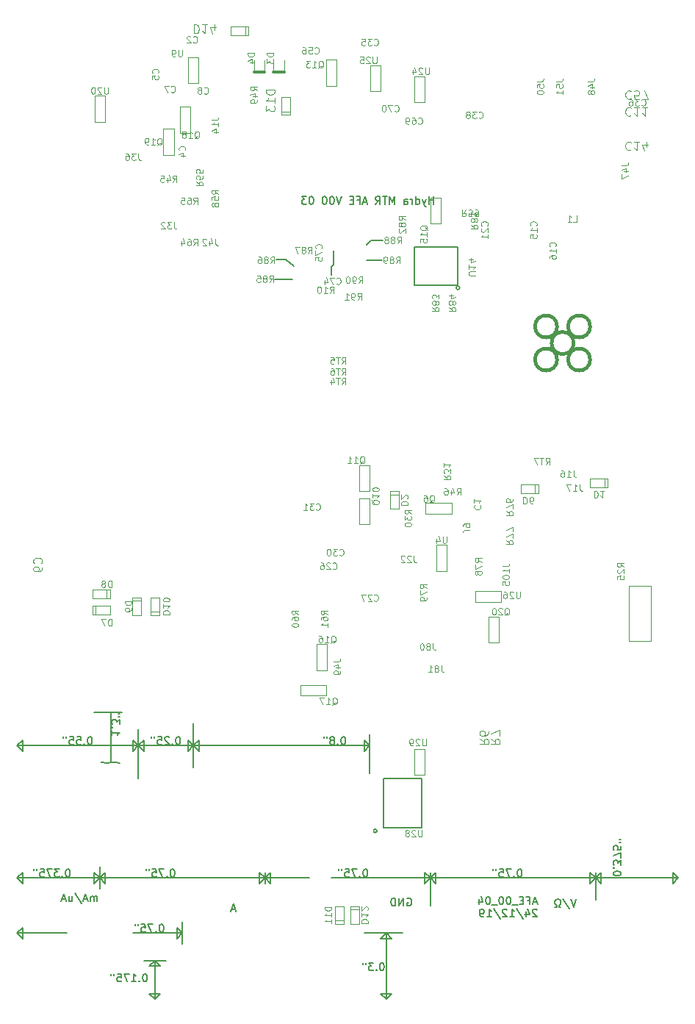
<source format=gbr>
%TF.GenerationSoftware,KiCad,Pcbnew,8.0.1-rc1*%
%TF.CreationDate,2024-12-19T23:23:58-08:00*%
%TF.ProjectId,MMTR_AFE_00_04_TORELEASE,4d4d5452-5f41-4464-955f-30305f30345f,rev?*%
%TF.SameCoordinates,Original*%
%TF.FileFunction,Legend,Bot*%
%TF.FilePolarity,Positive*%
%FSLAX46Y46*%
G04 Gerber Fmt 4.6, Leading zero omitted, Abs format (unit mm)*
G04 Created by KiCad (PCBNEW 8.0.1-rc1) date 2024-12-19 23:23:58*
%MOMM*%
%LPD*%
G01*
G04 APERTURE LIST*
%ADD10C,0.381000*%
%ADD11C,0.127000*%
%ADD12C,0.101600*%
%ADD13C,0.100000*%
%ADD14C,0.200000*%
%ADD15C,0.300000*%
G04 APERTURE END LIST*
D10*
X186690000Y-69850000D02*
G75*
G02*
X184150000Y-69850000I-1270000J0D01*
G01*
X184150000Y-69850000D02*
G75*
G02*
X186690000Y-69850000I1270000J0D01*
G01*
D11*
X124460000Y-133350000D02*
X133985000Y-133350000D01*
D10*
X188595000Y-71755000D02*
G75*
G02*
X186055000Y-71755000I-1270000J0D01*
G01*
X186055000Y-71755000D02*
G75*
G02*
X188595000Y-71755000I1270000J0D01*
G01*
D11*
X165100000Y-118110000D02*
X164465000Y-117475000D01*
X139065000Y-142875000D02*
X141605000Y-142875000D01*
X167005000Y-139700000D02*
X167005000Y-147320000D01*
X139700000Y-143510000D02*
X140970000Y-143510000D01*
X138430000Y-118110000D02*
X139065000Y-117475000D01*
X153670000Y-133985000D02*
X153035000Y-133350000D01*
X153035000Y-133350000D02*
X158115000Y-133350000D01*
X160655000Y-63881000D02*
X160655000Y-62992000D01*
X144780000Y-118110000D02*
X165100000Y-118110000D01*
X191770000Y-133985000D02*
X191135000Y-133350000D01*
D10*
X190500000Y-69850000D02*
G75*
G02*
X187960000Y-69850000I-1270000J0D01*
G01*
X187960000Y-69850000D02*
G75*
G02*
X190500000Y-69850000I1270000J0D01*
G01*
D11*
X139065000Y-117475000D02*
X139065000Y-118745000D01*
X145415000Y-117475000D02*
X145415000Y-118745000D01*
X167005000Y-139700000D02*
X166370000Y-140335000D01*
X172085000Y-132715000D02*
X172085000Y-136525000D01*
X191770000Y-132715000D02*
X191770000Y-133985000D01*
X134620000Y-133985000D02*
X134620000Y-132715000D01*
X142875000Y-140335000D02*
X143510000Y-139700000D01*
D10*
X186690000Y-73660000D02*
G75*
G02*
X184150000Y-73660000I-1270000J0D01*
G01*
X184150000Y-73660000D02*
G75*
G02*
X186690000Y-73660000I1270000J0D01*
G01*
D11*
X166370000Y-146685000D02*
X167640000Y-146685000D01*
X134620000Y-132715000D02*
X133985000Y-133350000D01*
X200025000Y-132715000D02*
X200025000Y-133985000D01*
X124460000Y-139700000D02*
X125095000Y-139065000D01*
X164719000Y-60452000D02*
X165227000Y-59944000D01*
X133350000Y-133985000D02*
X133985000Y-133350000D01*
X143510000Y-139700000D02*
X137795000Y-139700000D01*
X133985000Y-133350000D02*
X134620000Y-133985000D01*
X145415000Y-118745000D02*
X144780000Y-118110000D01*
X143510000Y-139700000D02*
X142875000Y-139065000D01*
X133350000Y-132715000D02*
X133350000Y-133985000D01*
X191135000Y-133350000D02*
X190500000Y-132715000D01*
X125095000Y-140335000D02*
X124460000Y-139700000D01*
X140335000Y-147320000D02*
X139700000Y-146685000D01*
X167640000Y-140335000D02*
X167005000Y-139700000D01*
X140335000Y-142875000D02*
X139700000Y-143510000D01*
X152400000Y-132715000D02*
X152400000Y-133985000D01*
X160909000Y-62738000D02*
X160909000Y-61087000D01*
X153035000Y-133350000D02*
X152400000Y-132715000D01*
X200025000Y-133985000D02*
X200660000Y-133350000D01*
X144780000Y-120650000D02*
X144780000Y-115570000D01*
X133985000Y-133350000D02*
X133350000Y-132715000D01*
X191135000Y-133350000D02*
X191770000Y-132715000D01*
X168910000Y-139700000D02*
X164465000Y-139700000D01*
X144780000Y-118110000D02*
X138430000Y-118110000D01*
X165100000Y-116840000D02*
X165100000Y-121285000D01*
X160655000Y-62992000D02*
X160909000Y-62738000D01*
X130175000Y-139700000D02*
X124460000Y-139700000D01*
X142875000Y-139065000D02*
X142875000Y-140335000D01*
X165227000Y-59944000D02*
X166624000Y-59944000D01*
X140335000Y-147320000D02*
X140970000Y-146685000D01*
X171450000Y-133985000D02*
X172085000Y-133350000D01*
X152400000Y-133985000D02*
X153035000Y-133350000D01*
X164465000Y-118745000D02*
X165100000Y-118110000D01*
X166497000Y-62230000D02*
X164719000Y-62230000D01*
X172720000Y-132715000D02*
X172720000Y-133985000D01*
X140335000Y-142875000D02*
X140335000Y-147320000D01*
X191135000Y-132715000D02*
X191135000Y-135890000D01*
X167640000Y-146685000D02*
X167005000Y-147320000D01*
X190500000Y-132715000D02*
X190500000Y-133985000D01*
X140970000Y-143510000D02*
X140335000Y-142875000D01*
X155448000Y-62103000D02*
X156337000Y-62865000D01*
X139065000Y-118745000D02*
X138430000Y-118110000D01*
X172085000Y-133350000D02*
X191135000Y-133350000D01*
X172085000Y-133350000D02*
X172085000Y-132715000D01*
X125095000Y-132715000D02*
X125095000Y-133985000D01*
X138430000Y-116205000D02*
X138430000Y-121920000D01*
X191135000Y-133350000D02*
X200660000Y-133350000D01*
X154178000Y-64389000D02*
X156210000Y-64389000D01*
X190500000Y-133985000D02*
X191135000Y-133350000D01*
X153035000Y-133350000D02*
X153670000Y-132715000D01*
X144780000Y-118110000D02*
X145415000Y-117475000D01*
X171450000Y-132715000D02*
X171450000Y-133985000D01*
X143510000Y-140970000D02*
X143510000Y-138430000D01*
X139700000Y-146685000D02*
X140970000Y-146685000D01*
X160655000Y-133350000D02*
X172085000Y-133350000D01*
X172720000Y-133985000D02*
X172085000Y-133350000D01*
X125095000Y-117475000D02*
X125095000Y-118745000D01*
X144145000Y-118745000D02*
X144780000Y-118110000D01*
X153670000Y-132715000D02*
X153670000Y-133985000D01*
X135273174Y-120069521D02*
G75*
G02*
X134143764Y-120014968I-494374J1483321D01*
G01*
X200660000Y-133350000D02*
X200025000Y-132715000D01*
X166370000Y-140335000D02*
X167640000Y-140335000D01*
X138430000Y-118110000D02*
X137795000Y-117475000D01*
X164465000Y-117475000D02*
X164465000Y-118745000D01*
X135255000Y-114300000D02*
X135255000Y-120015000D01*
X167005000Y-147320000D02*
X166370000Y-146685000D01*
X137795000Y-117475000D02*
X137795000Y-118745000D01*
X172085000Y-133350000D02*
X172720000Y-132715000D01*
X124460000Y-133350000D02*
X125095000Y-132715000D01*
X153035000Y-133985000D02*
X153035000Y-132715000D01*
X172085000Y-133350000D02*
X171450000Y-132715000D01*
X133985000Y-132080000D02*
X133985000Y-134620000D01*
X138430000Y-118110000D02*
X124460000Y-118110000D01*
X133985000Y-133350000D02*
X153035000Y-133350000D01*
X125095000Y-118745000D02*
X124460000Y-118110000D01*
X144780000Y-118110000D02*
X144145000Y-117475000D01*
X135161437Y-120093416D02*
G75*
G02*
X136290872Y-120147912I494463J-1483284D01*
G01*
X125095000Y-139065000D02*
X125095000Y-140335000D01*
X154305000Y-62103000D02*
X155448000Y-62103000D01*
X136525000Y-114300000D02*
X133350000Y-114300000D01*
X137795000Y-118745000D02*
X138430000Y-118110000D01*
X125095000Y-133985000D02*
X124460000Y-133350000D01*
D10*
X190500000Y-73660000D02*
G75*
G02*
X187960000Y-73660000I-1270000J0D01*
G01*
X187960000Y-73660000D02*
G75*
G02*
X190500000Y-73660000I1270000J0D01*
G01*
D11*
X124460000Y-118110000D02*
X125095000Y-117475000D01*
X144145000Y-117475000D02*
X144145000Y-118745000D01*
X142410448Y-132345600D02*
X142325781Y-132345600D01*
X142325781Y-132345600D02*
X142241114Y-132387933D01*
X142241114Y-132387933D02*
X142198781Y-132430267D01*
X142198781Y-132430267D02*
X142156448Y-132514933D01*
X142156448Y-132514933D02*
X142114114Y-132684267D01*
X142114114Y-132684267D02*
X142114114Y-132895933D01*
X142114114Y-132895933D02*
X142156448Y-133065267D01*
X142156448Y-133065267D02*
X142198781Y-133149933D01*
X142198781Y-133149933D02*
X142241114Y-133192267D01*
X142241114Y-133192267D02*
X142325781Y-133234600D01*
X142325781Y-133234600D02*
X142410448Y-133234600D01*
X142410448Y-133234600D02*
X142495114Y-133192267D01*
X142495114Y-133192267D02*
X142537448Y-133149933D01*
X142537448Y-133149933D02*
X142579781Y-133065267D01*
X142579781Y-133065267D02*
X142622114Y-132895933D01*
X142622114Y-132895933D02*
X142622114Y-132684267D01*
X142622114Y-132684267D02*
X142579781Y-132514933D01*
X142579781Y-132514933D02*
X142537448Y-132430267D01*
X142537448Y-132430267D02*
X142495114Y-132387933D01*
X142495114Y-132387933D02*
X142410448Y-132345600D01*
X141733114Y-133149933D02*
X141690781Y-133192267D01*
X141690781Y-133192267D02*
X141733114Y-133234600D01*
X141733114Y-133234600D02*
X141775447Y-133192267D01*
X141775447Y-133192267D02*
X141733114Y-133149933D01*
X141733114Y-133149933D02*
X141733114Y-133234600D01*
X141394448Y-132345600D02*
X140801781Y-132345600D01*
X140801781Y-132345600D02*
X141182781Y-133234600D01*
X140039781Y-132345600D02*
X140463114Y-132345600D01*
X140463114Y-132345600D02*
X140505447Y-132768933D01*
X140505447Y-132768933D02*
X140463114Y-132726600D01*
X140463114Y-132726600D02*
X140378447Y-132684267D01*
X140378447Y-132684267D02*
X140166781Y-132684267D01*
X140166781Y-132684267D02*
X140082114Y-132726600D01*
X140082114Y-132726600D02*
X140039781Y-132768933D01*
X140039781Y-132768933D02*
X139997447Y-132853600D01*
X139997447Y-132853600D02*
X139997447Y-133065267D01*
X139997447Y-133065267D02*
X140039781Y-133149933D01*
X140039781Y-133149933D02*
X140082114Y-133192267D01*
X140082114Y-133192267D02*
X140166781Y-133234600D01*
X140166781Y-133234600D02*
X140378447Y-133234600D01*
X140378447Y-133234600D02*
X140463114Y-133192267D01*
X140463114Y-133192267D02*
X140505447Y-133149933D01*
X139658780Y-132345600D02*
X139658780Y-132514933D01*
X139320114Y-132345600D02*
X139320114Y-132514933D01*
X172424781Y-55764600D02*
X172424781Y-54875600D01*
X172424781Y-55298933D02*
X171916781Y-55298933D01*
X171916781Y-55764600D02*
X171916781Y-54875600D01*
X171578115Y-55171933D02*
X171366448Y-55764600D01*
X171154781Y-55171933D02*
X171366448Y-55764600D01*
X171366448Y-55764600D02*
X171451115Y-55976267D01*
X171451115Y-55976267D02*
X171493448Y-56018600D01*
X171493448Y-56018600D02*
X171578115Y-56060933D01*
X170435115Y-55764600D02*
X170435115Y-54875600D01*
X170435115Y-55722267D02*
X170519782Y-55764600D01*
X170519782Y-55764600D02*
X170689115Y-55764600D01*
X170689115Y-55764600D02*
X170773782Y-55722267D01*
X170773782Y-55722267D02*
X170816115Y-55679933D01*
X170816115Y-55679933D02*
X170858448Y-55595267D01*
X170858448Y-55595267D02*
X170858448Y-55341267D01*
X170858448Y-55341267D02*
X170816115Y-55256600D01*
X170816115Y-55256600D02*
X170773782Y-55214267D01*
X170773782Y-55214267D02*
X170689115Y-55171933D01*
X170689115Y-55171933D02*
X170519782Y-55171933D01*
X170519782Y-55171933D02*
X170435115Y-55214267D01*
X170011782Y-55764600D02*
X170011782Y-55171933D01*
X170011782Y-55341267D02*
X169969449Y-55256600D01*
X169969449Y-55256600D02*
X169927115Y-55214267D01*
X169927115Y-55214267D02*
X169842449Y-55171933D01*
X169842449Y-55171933D02*
X169757782Y-55171933D01*
X169080449Y-55764600D02*
X169080449Y-55298933D01*
X169080449Y-55298933D02*
X169122782Y-55214267D01*
X169122782Y-55214267D02*
X169207449Y-55171933D01*
X169207449Y-55171933D02*
X169376782Y-55171933D01*
X169376782Y-55171933D02*
X169461449Y-55214267D01*
X169080449Y-55722267D02*
X169165116Y-55764600D01*
X169165116Y-55764600D02*
X169376782Y-55764600D01*
X169376782Y-55764600D02*
X169461449Y-55722267D01*
X169461449Y-55722267D02*
X169503782Y-55637600D01*
X169503782Y-55637600D02*
X169503782Y-55552933D01*
X169503782Y-55552933D02*
X169461449Y-55468267D01*
X169461449Y-55468267D02*
X169376782Y-55425933D01*
X169376782Y-55425933D02*
X169165116Y-55425933D01*
X169165116Y-55425933D02*
X169080449Y-55383600D01*
X167979783Y-55764600D02*
X167979783Y-54875600D01*
X167979783Y-54875600D02*
X167683450Y-55510600D01*
X167683450Y-55510600D02*
X167387116Y-54875600D01*
X167387116Y-54875600D02*
X167387116Y-55764600D01*
X167090783Y-54875600D02*
X166582783Y-54875600D01*
X166836783Y-55764600D02*
X166836783Y-54875600D01*
X165778450Y-55764600D02*
X166074783Y-55341267D01*
X166286450Y-55764600D02*
X166286450Y-54875600D01*
X166286450Y-54875600D02*
X165947783Y-54875600D01*
X165947783Y-54875600D02*
X165863117Y-54917933D01*
X165863117Y-54917933D02*
X165820783Y-54960267D01*
X165820783Y-54960267D02*
X165778450Y-55044933D01*
X165778450Y-55044933D02*
X165778450Y-55171933D01*
X165778450Y-55171933D02*
X165820783Y-55256600D01*
X165820783Y-55256600D02*
X165863117Y-55298933D01*
X165863117Y-55298933D02*
X165947783Y-55341267D01*
X165947783Y-55341267D02*
X166286450Y-55341267D01*
X164762450Y-55510600D02*
X164339117Y-55510600D01*
X164847117Y-55764600D02*
X164550784Y-54875600D01*
X164550784Y-54875600D02*
X164254450Y-55764600D01*
X163661784Y-55298933D02*
X163958117Y-55298933D01*
X163958117Y-55764600D02*
X163958117Y-54875600D01*
X163958117Y-54875600D02*
X163534784Y-54875600D01*
X163196117Y-55298933D02*
X162899784Y-55298933D01*
X162772784Y-55764600D02*
X163196117Y-55764600D01*
X163196117Y-55764600D02*
X163196117Y-54875600D01*
X163196117Y-54875600D02*
X162772784Y-54875600D01*
X161841451Y-54875600D02*
X161545118Y-55764600D01*
X161545118Y-55764600D02*
X161248784Y-54875600D01*
X160783118Y-54875600D02*
X160698451Y-54875600D01*
X160698451Y-54875600D02*
X160613784Y-54917933D01*
X160613784Y-54917933D02*
X160571451Y-54960267D01*
X160571451Y-54960267D02*
X160529118Y-55044933D01*
X160529118Y-55044933D02*
X160486784Y-55214267D01*
X160486784Y-55214267D02*
X160486784Y-55425933D01*
X160486784Y-55425933D02*
X160529118Y-55595267D01*
X160529118Y-55595267D02*
X160571451Y-55679933D01*
X160571451Y-55679933D02*
X160613784Y-55722267D01*
X160613784Y-55722267D02*
X160698451Y-55764600D01*
X160698451Y-55764600D02*
X160783118Y-55764600D01*
X160783118Y-55764600D02*
X160867784Y-55722267D01*
X160867784Y-55722267D02*
X160910118Y-55679933D01*
X160910118Y-55679933D02*
X160952451Y-55595267D01*
X160952451Y-55595267D02*
X160994784Y-55425933D01*
X160994784Y-55425933D02*
X160994784Y-55214267D01*
X160994784Y-55214267D02*
X160952451Y-55044933D01*
X160952451Y-55044933D02*
X160910118Y-54960267D01*
X160910118Y-54960267D02*
X160867784Y-54917933D01*
X160867784Y-54917933D02*
X160783118Y-54875600D01*
X159936451Y-54875600D02*
X159851784Y-54875600D01*
X159851784Y-54875600D02*
X159767117Y-54917933D01*
X159767117Y-54917933D02*
X159724784Y-54960267D01*
X159724784Y-54960267D02*
X159682451Y-55044933D01*
X159682451Y-55044933D02*
X159640117Y-55214267D01*
X159640117Y-55214267D02*
X159640117Y-55425933D01*
X159640117Y-55425933D02*
X159682451Y-55595267D01*
X159682451Y-55595267D02*
X159724784Y-55679933D01*
X159724784Y-55679933D02*
X159767117Y-55722267D01*
X159767117Y-55722267D02*
X159851784Y-55764600D01*
X159851784Y-55764600D02*
X159936451Y-55764600D01*
X159936451Y-55764600D02*
X160021117Y-55722267D01*
X160021117Y-55722267D02*
X160063451Y-55679933D01*
X160063451Y-55679933D02*
X160105784Y-55595267D01*
X160105784Y-55595267D02*
X160148117Y-55425933D01*
X160148117Y-55425933D02*
X160148117Y-55214267D01*
X160148117Y-55214267D02*
X160105784Y-55044933D01*
X160105784Y-55044933D02*
X160063451Y-54960267D01*
X160063451Y-54960267D02*
X160021117Y-54917933D01*
X160021117Y-54917933D02*
X159936451Y-54875600D01*
X158412451Y-54875600D02*
X158327784Y-54875600D01*
X158327784Y-54875600D02*
X158243117Y-54917933D01*
X158243117Y-54917933D02*
X158200784Y-54960267D01*
X158200784Y-54960267D02*
X158158451Y-55044933D01*
X158158451Y-55044933D02*
X158116117Y-55214267D01*
X158116117Y-55214267D02*
X158116117Y-55425933D01*
X158116117Y-55425933D02*
X158158451Y-55595267D01*
X158158451Y-55595267D02*
X158200784Y-55679933D01*
X158200784Y-55679933D02*
X158243117Y-55722267D01*
X158243117Y-55722267D02*
X158327784Y-55764600D01*
X158327784Y-55764600D02*
X158412451Y-55764600D01*
X158412451Y-55764600D02*
X158497117Y-55722267D01*
X158497117Y-55722267D02*
X158539451Y-55679933D01*
X158539451Y-55679933D02*
X158581784Y-55595267D01*
X158581784Y-55595267D02*
X158624117Y-55425933D01*
X158624117Y-55425933D02*
X158624117Y-55214267D01*
X158624117Y-55214267D02*
X158581784Y-55044933D01*
X158581784Y-55044933D02*
X158539451Y-54960267D01*
X158539451Y-54960267D02*
X158497117Y-54917933D01*
X158497117Y-54917933D02*
X158412451Y-54875600D01*
X157819784Y-54875600D02*
X157269450Y-54875600D01*
X157269450Y-54875600D02*
X157565784Y-55214267D01*
X157565784Y-55214267D02*
X157438784Y-55214267D01*
X157438784Y-55214267D02*
X157354117Y-55256600D01*
X157354117Y-55256600D02*
X157311784Y-55298933D01*
X157311784Y-55298933D02*
X157269450Y-55383600D01*
X157269450Y-55383600D02*
X157269450Y-55595267D01*
X157269450Y-55595267D02*
X157311784Y-55679933D01*
X157311784Y-55679933D02*
X157354117Y-55722267D01*
X157354117Y-55722267D02*
X157438784Y-55764600D01*
X157438784Y-55764600D02*
X157692784Y-55764600D01*
X157692784Y-55764600D02*
X157777450Y-55722267D01*
X157777450Y-55722267D02*
X157819784Y-55679933D01*
X194044399Y-132885448D02*
X194044399Y-132800781D01*
X194044399Y-132800781D02*
X194002066Y-132716114D01*
X194002066Y-132716114D02*
X193959733Y-132673781D01*
X193959733Y-132673781D02*
X193875066Y-132631448D01*
X193875066Y-132631448D02*
X193705733Y-132589114D01*
X193705733Y-132589114D02*
X193494066Y-132589114D01*
X193494066Y-132589114D02*
X193324733Y-132631448D01*
X193324733Y-132631448D02*
X193240066Y-132673781D01*
X193240066Y-132673781D02*
X193197733Y-132716114D01*
X193197733Y-132716114D02*
X193155399Y-132800781D01*
X193155399Y-132800781D02*
X193155399Y-132885448D01*
X193155399Y-132885448D02*
X193197733Y-132970114D01*
X193197733Y-132970114D02*
X193240066Y-133012448D01*
X193240066Y-133012448D02*
X193324733Y-133054781D01*
X193324733Y-133054781D02*
X193494066Y-133097114D01*
X193494066Y-133097114D02*
X193705733Y-133097114D01*
X193705733Y-133097114D02*
X193875066Y-133054781D01*
X193875066Y-133054781D02*
X193959733Y-133012448D01*
X193959733Y-133012448D02*
X194002066Y-132970114D01*
X194002066Y-132970114D02*
X194044399Y-132885448D01*
X193240066Y-132208114D02*
X193197733Y-132165781D01*
X193197733Y-132165781D02*
X193155399Y-132208114D01*
X193155399Y-132208114D02*
X193197733Y-132250447D01*
X193197733Y-132250447D02*
X193240066Y-132208114D01*
X193240066Y-132208114D02*
X193155399Y-132208114D01*
X194044399Y-131869448D02*
X194044399Y-131319114D01*
X194044399Y-131319114D02*
X193705733Y-131615448D01*
X193705733Y-131615448D02*
X193705733Y-131488448D01*
X193705733Y-131488448D02*
X193663399Y-131403781D01*
X193663399Y-131403781D02*
X193621066Y-131361448D01*
X193621066Y-131361448D02*
X193536399Y-131319114D01*
X193536399Y-131319114D02*
X193324733Y-131319114D01*
X193324733Y-131319114D02*
X193240066Y-131361448D01*
X193240066Y-131361448D02*
X193197733Y-131403781D01*
X193197733Y-131403781D02*
X193155399Y-131488448D01*
X193155399Y-131488448D02*
X193155399Y-131742448D01*
X193155399Y-131742448D02*
X193197733Y-131827114D01*
X193197733Y-131827114D02*
X193240066Y-131869448D01*
X194044399Y-131022781D02*
X194044399Y-130430114D01*
X194044399Y-130430114D02*
X193155399Y-130811114D01*
X194044399Y-129668114D02*
X194044399Y-130091447D01*
X194044399Y-130091447D02*
X193621066Y-130133780D01*
X193621066Y-130133780D02*
X193663399Y-130091447D01*
X193663399Y-130091447D02*
X193705733Y-130006780D01*
X193705733Y-130006780D02*
X193705733Y-129795114D01*
X193705733Y-129795114D02*
X193663399Y-129710447D01*
X193663399Y-129710447D02*
X193621066Y-129668114D01*
X193621066Y-129668114D02*
X193536399Y-129625780D01*
X193536399Y-129625780D02*
X193324733Y-129625780D01*
X193324733Y-129625780D02*
X193240066Y-129668114D01*
X193240066Y-129668114D02*
X193197733Y-129710447D01*
X193197733Y-129710447D02*
X193155399Y-129795114D01*
X193155399Y-129795114D02*
X193155399Y-130006780D01*
X193155399Y-130006780D02*
X193197733Y-130091447D01*
X193197733Y-130091447D02*
X193240066Y-130133780D01*
X194044399Y-129287113D02*
X193875066Y-129287113D01*
X194044399Y-128948447D02*
X193875066Y-128948447D01*
X184373364Y-136153110D02*
X183950031Y-136153110D01*
X184458031Y-136407110D02*
X184161698Y-135518110D01*
X184161698Y-135518110D02*
X183865364Y-136407110D01*
X183272698Y-135941443D02*
X183569031Y-135941443D01*
X183569031Y-136407110D02*
X183569031Y-135518110D01*
X183569031Y-135518110D02*
X183145698Y-135518110D01*
X182807031Y-135941443D02*
X182510698Y-135941443D01*
X182383698Y-136407110D02*
X182807031Y-136407110D01*
X182807031Y-136407110D02*
X182807031Y-135518110D01*
X182807031Y-135518110D02*
X182383698Y-135518110D01*
X182214365Y-136491777D02*
X181537031Y-136491777D01*
X181156032Y-135518110D02*
X181071365Y-135518110D01*
X181071365Y-135518110D02*
X180986698Y-135560443D01*
X180986698Y-135560443D02*
X180944365Y-135602777D01*
X180944365Y-135602777D02*
X180902032Y-135687443D01*
X180902032Y-135687443D02*
X180859698Y-135856777D01*
X180859698Y-135856777D02*
X180859698Y-136068443D01*
X180859698Y-136068443D02*
X180902032Y-136237777D01*
X180902032Y-136237777D02*
X180944365Y-136322443D01*
X180944365Y-136322443D02*
X180986698Y-136364777D01*
X180986698Y-136364777D02*
X181071365Y-136407110D01*
X181071365Y-136407110D02*
X181156032Y-136407110D01*
X181156032Y-136407110D02*
X181240698Y-136364777D01*
X181240698Y-136364777D02*
X181283032Y-136322443D01*
X181283032Y-136322443D02*
X181325365Y-136237777D01*
X181325365Y-136237777D02*
X181367698Y-136068443D01*
X181367698Y-136068443D02*
X181367698Y-135856777D01*
X181367698Y-135856777D02*
X181325365Y-135687443D01*
X181325365Y-135687443D02*
X181283032Y-135602777D01*
X181283032Y-135602777D02*
X181240698Y-135560443D01*
X181240698Y-135560443D02*
X181156032Y-135518110D01*
X180309365Y-135518110D02*
X180224698Y-135518110D01*
X180224698Y-135518110D02*
X180140031Y-135560443D01*
X180140031Y-135560443D02*
X180097698Y-135602777D01*
X180097698Y-135602777D02*
X180055365Y-135687443D01*
X180055365Y-135687443D02*
X180013031Y-135856777D01*
X180013031Y-135856777D02*
X180013031Y-136068443D01*
X180013031Y-136068443D02*
X180055365Y-136237777D01*
X180055365Y-136237777D02*
X180097698Y-136322443D01*
X180097698Y-136322443D02*
X180140031Y-136364777D01*
X180140031Y-136364777D02*
X180224698Y-136407110D01*
X180224698Y-136407110D02*
X180309365Y-136407110D01*
X180309365Y-136407110D02*
X180394031Y-136364777D01*
X180394031Y-136364777D02*
X180436365Y-136322443D01*
X180436365Y-136322443D02*
X180478698Y-136237777D01*
X180478698Y-136237777D02*
X180521031Y-136068443D01*
X180521031Y-136068443D02*
X180521031Y-135856777D01*
X180521031Y-135856777D02*
X180478698Y-135687443D01*
X180478698Y-135687443D02*
X180436365Y-135602777D01*
X180436365Y-135602777D02*
X180394031Y-135560443D01*
X180394031Y-135560443D02*
X180309365Y-135518110D01*
X179843698Y-136491777D02*
X179166364Y-136491777D01*
X178785365Y-135518110D02*
X178700698Y-135518110D01*
X178700698Y-135518110D02*
X178616031Y-135560443D01*
X178616031Y-135560443D02*
X178573698Y-135602777D01*
X178573698Y-135602777D02*
X178531365Y-135687443D01*
X178531365Y-135687443D02*
X178489031Y-135856777D01*
X178489031Y-135856777D02*
X178489031Y-136068443D01*
X178489031Y-136068443D02*
X178531365Y-136237777D01*
X178531365Y-136237777D02*
X178573698Y-136322443D01*
X178573698Y-136322443D02*
X178616031Y-136364777D01*
X178616031Y-136364777D02*
X178700698Y-136407110D01*
X178700698Y-136407110D02*
X178785365Y-136407110D01*
X178785365Y-136407110D02*
X178870031Y-136364777D01*
X178870031Y-136364777D02*
X178912365Y-136322443D01*
X178912365Y-136322443D02*
X178954698Y-136237777D01*
X178954698Y-136237777D02*
X178997031Y-136068443D01*
X178997031Y-136068443D02*
X178997031Y-135856777D01*
X178997031Y-135856777D02*
X178954698Y-135687443D01*
X178954698Y-135687443D02*
X178912365Y-135602777D01*
X178912365Y-135602777D02*
X178870031Y-135560443D01*
X178870031Y-135560443D02*
X178785365Y-135518110D01*
X177727031Y-135814443D02*
X177727031Y-136407110D01*
X177938698Y-135475777D02*
X178150364Y-136110777D01*
X178150364Y-136110777D02*
X177600031Y-136110777D01*
X184373364Y-137034017D02*
X184331031Y-136991683D01*
X184331031Y-136991683D02*
X184246364Y-136949350D01*
X184246364Y-136949350D02*
X184034698Y-136949350D01*
X184034698Y-136949350D02*
X183950031Y-136991683D01*
X183950031Y-136991683D02*
X183907698Y-137034017D01*
X183907698Y-137034017D02*
X183865364Y-137118683D01*
X183865364Y-137118683D02*
X183865364Y-137203350D01*
X183865364Y-137203350D02*
X183907698Y-137330350D01*
X183907698Y-137330350D02*
X184415698Y-137838350D01*
X184415698Y-137838350D02*
X183865364Y-137838350D01*
X183103364Y-137245683D02*
X183103364Y-137838350D01*
X183315031Y-136907017D02*
X183526697Y-137542017D01*
X183526697Y-137542017D02*
X182976364Y-137542017D01*
X182002697Y-136907017D02*
X182764697Y-138050017D01*
X181240697Y-137838350D02*
X181748697Y-137838350D01*
X181494697Y-137838350D02*
X181494697Y-136949350D01*
X181494697Y-136949350D02*
X181579364Y-137076350D01*
X181579364Y-137076350D02*
X181664031Y-137161017D01*
X181664031Y-137161017D02*
X181748697Y-137203350D01*
X180902030Y-137034017D02*
X180859697Y-136991683D01*
X180859697Y-136991683D02*
X180775030Y-136949350D01*
X180775030Y-136949350D02*
X180563364Y-136949350D01*
X180563364Y-136949350D02*
X180478697Y-136991683D01*
X180478697Y-136991683D02*
X180436364Y-137034017D01*
X180436364Y-137034017D02*
X180394030Y-137118683D01*
X180394030Y-137118683D02*
X180394030Y-137203350D01*
X180394030Y-137203350D02*
X180436364Y-137330350D01*
X180436364Y-137330350D02*
X180944364Y-137838350D01*
X180944364Y-137838350D02*
X180394030Y-137838350D01*
X179378030Y-136907017D02*
X180140030Y-138050017D01*
X178616030Y-137838350D02*
X179124030Y-137838350D01*
X178870030Y-137838350D02*
X178870030Y-136949350D01*
X178870030Y-136949350D02*
X178954697Y-137076350D01*
X178954697Y-137076350D02*
X179039364Y-137161017D01*
X179039364Y-137161017D02*
X179124030Y-137203350D01*
X178192697Y-137838350D02*
X178023363Y-137838350D01*
X178023363Y-137838350D02*
X177938697Y-137796017D01*
X177938697Y-137796017D02*
X177896363Y-137753683D01*
X177896363Y-137753683D02*
X177811697Y-137626683D01*
X177811697Y-137626683D02*
X177769363Y-137457350D01*
X177769363Y-137457350D02*
X177769363Y-137118683D01*
X177769363Y-137118683D02*
X177811697Y-137034017D01*
X177811697Y-137034017D02*
X177854030Y-136991683D01*
X177854030Y-136991683D02*
X177938697Y-136949350D01*
X177938697Y-136949350D02*
X178108030Y-136949350D01*
X178108030Y-136949350D02*
X178192697Y-136991683D01*
X178192697Y-136991683D02*
X178235030Y-137034017D01*
X178235030Y-137034017D02*
X178277363Y-137118683D01*
X178277363Y-137118683D02*
X178277363Y-137330350D01*
X178277363Y-137330350D02*
X178235030Y-137415017D01*
X178235030Y-137415017D02*
X178192697Y-137457350D01*
X178192697Y-137457350D02*
X178108030Y-137499683D01*
X178108030Y-137499683D02*
X177938697Y-137499683D01*
X177938697Y-137499683D02*
X177854030Y-137457350D01*
X177854030Y-137457350D02*
X177811697Y-137415017D01*
X177811697Y-137415017D02*
X177769363Y-137330350D01*
X166540448Y-143140600D02*
X166455781Y-143140600D01*
X166455781Y-143140600D02*
X166371114Y-143182933D01*
X166371114Y-143182933D02*
X166328781Y-143225267D01*
X166328781Y-143225267D02*
X166286448Y-143309933D01*
X166286448Y-143309933D02*
X166244114Y-143479267D01*
X166244114Y-143479267D02*
X166244114Y-143690933D01*
X166244114Y-143690933D02*
X166286448Y-143860267D01*
X166286448Y-143860267D02*
X166328781Y-143944933D01*
X166328781Y-143944933D02*
X166371114Y-143987267D01*
X166371114Y-143987267D02*
X166455781Y-144029600D01*
X166455781Y-144029600D02*
X166540448Y-144029600D01*
X166540448Y-144029600D02*
X166625114Y-143987267D01*
X166625114Y-143987267D02*
X166667448Y-143944933D01*
X166667448Y-143944933D02*
X166709781Y-143860267D01*
X166709781Y-143860267D02*
X166752114Y-143690933D01*
X166752114Y-143690933D02*
X166752114Y-143479267D01*
X166752114Y-143479267D02*
X166709781Y-143309933D01*
X166709781Y-143309933D02*
X166667448Y-143225267D01*
X166667448Y-143225267D02*
X166625114Y-143182933D01*
X166625114Y-143182933D02*
X166540448Y-143140600D01*
X165863114Y-143944933D02*
X165820781Y-143987267D01*
X165820781Y-143987267D02*
X165863114Y-144029600D01*
X165863114Y-144029600D02*
X165905447Y-143987267D01*
X165905447Y-143987267D02*
X165863114Y-143944933D01*
X165863114Y-143944933D02*
X165863114Y-144029600D01*
X165524448Y-143140600D02*
X164974114Y-143140600D01*
X164974114Y-143140600D02*
X165270448Y-143479267D01*
X165270448Y-143479267D02*
X165143448Y-143479267D01*
X165143448Y-143479267D02*
X165058781Y-143521600D01*
X165058781Y-143521600D02*
X165016448Y-143563933D01*
X165016448Y-143563933D02*
X164974114Y-143648600D01*
X164974114Y-143648600D02*
X164974114Y-143860267D01*
X164974114Y-143860267D02*
X165016448Y-143944933D01*
X165016448Y-143944933D02*
X165058781Y-143987267D01*
X165058781Y-143987267D02*
X165143448Y-144029600D01*
X165143448Y-144029600D02*
X165397448Y-144029600D01*
X165397448Y-144029600D02*
X165482114Y-143987267D01*
X165482114Y-143987267D02*
X165524448Y-143944933D01*
X164635447Y-143140600D02*
X164635447Y-143309933D01*
X164296781Y-143140600D02*
X164296781Y-143309933D01*
X188903031Y-135838100D02*
X188606698Y-136727100D01*
X188606698Y-136727100D02*
X188310364Y-135838100D01*
X187379031Y-135795767D02*
X188141031Y-136938767D01*
X187125031Y-136727100D02*
X186913365Y-136727100D01*
X186913365Y-136727100D02*
X186913365Y-136557767D01*
X186913365Y-136557767D02*
X186998031Y-136515433D01*
X186998031Y-136515433D02*
X187082698Y-136430767D01*
X187082698Y-136430767D02*
X187125031Y-136303767D01*
X187125031Y-136303767D02*
X187125031Y-136092100D01*
X187125031Y-136092100D02*
X187082698Y-135965100D01*
X187082698Y-135965100D02*
X186998031Y-135880433D01*
X186998031Y-135880433D02*
X186871031Y-135838100D01*
X186871031Y-135838100D02*
X186701698Y-135838100D01*
X186701698Y-135838100D02*
X186574698Y-135880433D01*
X186574698Y-135880433D02*
X186490031Y-135965100D01*
X186490031Y-135965100D02*
X186447698Y-136092100D01*
X186447698Y-136092100D02*
X186447698Y-136303767D01*
X186447698Y-136303767D02*
X186490031Y-136430767D01*
X186490031Y-136430767D02*
X186574698Y-136515433D01*
X186574698Y-136515433D02*
X186659365Y-136557767D01*
X186659365Y-136557767D02*
X186659365Y-136727100D01*
X186659365Y-136727100D02*
X186447698Y-136727100D01*
X141140448Y-138695600D02*
X141055781Y-138695600D01*
X141055781Y-138695600D02*
X140971114Y-138737933D01*
X140971114Y-138737933D02*
X140928781Y-138780267D01*
X140928781Y-138780267D02*
X140886448Y-138864933D01*
X140886448Y-138864933D02*
X140844114Y-139034267D01*
X140844114Y-139034267D02*
X140844114Y-139245933D01*
X140844114Y-139245933D02*
X140886448Y-139415267D01*
X140886448Y-139415267D02*
X140928781Y-139499933D01*
X140928781Y-139499933D02*
X140971114Y-139542267D01*
X140971114Y-139542267D02*
X141055781Y-139584600D01*
X141055781Y-139584600D02*
X141140448Y-139584600D01*
X141140448Y-139584600D02*
X141225114Y-139542267D01*
X141225114Y-139542267D02*
X141267448Y-139499933D01*
X141267448Y-139499933D02*
X141309781Y-139415267D01*
X141309781Y-139415267D02*
X141352114Y-139245933D01*
X141352114Y-139245933D02*
X141352114Y-139034267D01*
X141352114Y-139034267D02*
X141309781Y-138864933D01*
X141309781Y-138864933D02*
X141267448Y-138780267D01*
X141267448Y-138780267D02*
X141225114Y-138737933D01*
X141225114Y-138737933D02*
X141140448Y-138695600D01*
X140463114Y-139499933D02*
X140420781Y-139542267D01*
X140420781Y-139542267D02*
X140463114Y-139584600D01*
X140463114Y-139584600D02*
X140505447Y-139542267D01*
X140505447Y-139542267D02*
X140463114Y-139499933D01*
X140463114Y-139499933D02*
X140463114Y-139584600D01*
X140124448Y-138695600D02*
X139531781Y-138695600D01*
X139531781Y-138695600D02*
X139912781Y-139584600D01*
X138769781Y-138695600D02*
X139193114Y-138695600D01*
X139193114Y-138695600D02*
X139235447Y-139118933D01*
X139235447Y-139118933D02*
X139193114Y-139076600D01*
X139193114Y-139076600D02*
X139108447Y-139034267D01*
X139108447Y-139034267D02*
X138896781Y-139034267D01*
X138896781Y-139034267D02*
X138812114Y-139076600D01*
X138812114Y-139076600D02*
X138769781Y-139118933D01*
X138769781Y-139118933D02*
X138727447Y-139203600D01*
X138727447Y-139203600D02*
X138727447Y-139415267D01*
X138727447Y-139415267D02*
X138769781Y-139499933D01*
X138769781Y-139499933D02*
X138812114Y-139542267D01*
X138812114Y-139542267D02*
X138896781Y-139584600D01*
X138896781Y-139584600D02*
X139108447Y-139584600D01*
X139108447Y-139584600D02*
X139193114Y-139542267D01*
X139193114Y-139542267D02*
X139235447Y-139499933D01*
X138388780Y-138695600D02*
X138388780Y-138864933D01*
X138050114Y-138695600D02*
X138050114Y-138864933D01*
X133689781Y-136092100D02*
X133689781Y-135499433D01*
X133689781Y-135584100D02*
X133647448Y-135541767D01*
X133647448Y-135541767D02*
X133562781Y-135499433D01*
X133562781Y-135499433D02*
X133435781Y-135499433D01*
X133435781Y-135499433D02*
X133351114Y-135541767D01*
X133351114Y-135541767D02*
X133308781Y-135626433D01*
X133308781Y-135626433D02*
X133308781Y-136092100D01*
X133308781Y-135626433D02*
X133266448Y-135541767D01*
X133266448Y-135541767D02*
X133181781Y-135499433D01*
X133181781Y-135499433D02*
X133054781Y-135499433D01*
X133054781Y-135499433D02*
X132970114Y-135541767D01*
X132970114Y-135541767D02*
X132927781Y-135626433D01*
X132927781Y-135626433D02*
X132927781Y-136092100D01*
X132546781Y-135838100D02*
X132123448Y-135838100D01*
X132631448Y-136092100D02*
X132335115Y-135203100D01*
X132335115Y-135203100D02*
X132038781Y-136092100D01*
X131107448Y-135160767D02*
X131869448Y-136303767D01*
X130430115Y-135499433D02*
X130430115Y-136092100D01*
X130811115Y-135499433D02*
X130811115Y-135965100D01*
X130811115Y-135965100D02*
X130768782Y-136049767D01*
X130768782Y-136049767D02*
X130684115Y-136092100D01*
X130684115Y-136092100D02*
X130557115Y-136092100D01*
X130557115Y-136092100D02*
X130472448Y-136049767D01*
X130472448Y-136049767D02*
X130430115Y-136007433D01*
X130049115Y-135838100D02*
X129625782Y-135838100D01*
X130133782Y-136092100D02*
X129837449Y-135203100D01*
X129837449Y-135203100D02*
X129541115Y-136092100D01*
X169419114Y-135721683D02*
X169503781Y-135679350D01*
X169503781Y-135679350D02*
X169630781Y-135679350D01*
X169630781Y-135679350D02*
X169757781Y-135721683D01*
X169757781Y-135721683D02*
X169842448Y-135806350D01*
X169842448Y-135806350D02*
X169884781Y-135891017D01*
X169884781Y-135891017D02*
X169927114Y-136060350D01*
X169927114Y-136060350D02*
X169927114Y-136187350D01*
X169927114Y-136187350D02*
X169884781Y-136356683D01*
X169884781Y-136356683D02*
X169842448Y-136441350D01*
X169842448Y-136441350D02*
X169757781Y-136526017D01*
X169757781Y-136526017D02*
X169630781Y-136568350D01*
X169630781Y-136568350D02*
X169546114Y-136568350D01*
X169546114Y-136568350D02*
X169419114Y-136526017D01*
X169419114Y-136526017D02*
X169376781Y-136483683D01*
X169376781Y-136483683D02*
X169376781Y-136187350D01*
X169376781Y-136187350D02*
X169546114Y-136187350D01*
X168995781Y-136568350D02*
X168995781Y-135679350D01*
X168995781Y-135679350D02*
X168487781Y-136568350D01*
X168487781Y-136568350D02*
X168487781Y-135679350D01*
X168064448Y-136568350D02*
X168064448Y-135679350D01*
X168064448Y-135679350D02*
X167852781Y-135679350D01*
X167852781Y-135679350D02*
X167725781Y-135721683D01*
X167725781Y-135721683D02*
X167641115Y-135806350D01*
X167641115Y-135806350D02*
X167598781Y-135891017D01*
X167598781Y-135891017D02*
X167556448Y-136060350D01*
X167556448Y-136060350D02*
X167556448Y-136187350D01*
X167556448Y-136187350D02*
X167598781Y-136356683D01*
X167598781Y-136356683D02*
X167641115Y-136441350D01*
X167641115Y-136441350D02*
X167725781Y-136526017D01*
X167725781Y-136526017D02*
X167852781Y-136568350D01*
X167852781Y-136568350D02*
X168064448Y-136568350D01*
X139235448Y-144410600D02*
X139150781Y-144410600D01*
X139150781Y-144410600D02*
X139066114Y-144452933D01*
X139066114Y-144452933D02*
X139023781Y-144495267D01*
X139023781Y-144495267D02*
X138981448Y-144579933D01*
X138981448Y-144579933D02*
X138939114Y-144749267D01*
X138939114Y-144749267D02*
X138939114Y-144960933D01*
X138939114Y-144960933D02*
X138981448Y-145130267D01*
X138981448Y-145130267D02*
X139023781Y-145214933D01*
X139023781Y-145214933D02*
X139066114Y-145257267D01*
X139066114Y-145257267D02*
X139150781Y-145299600D01*
X139150781Y-145299600D02*
X139235448Y-145299600D01*
X139235448Y-145299600D02*
X139320114Y-145257267D01*
X139320114Y-145257267D02*
X139362448Y-145214933D01*
X139362448Y-145214933D02*
X139404781Y-145130267D01*
X139404781Y-145130267D02*
X139447114Y-144960933D01*
X139447114Y-144960933D02*
X139447114Y-144749267D01*
X139447114Y-144749267D02*
X139404781Y-144579933D01*
X139404781Y-144579933D02*
X139362448Y-144495267D01*
X139362448Y-144495267D02*
X139320114Y-144452933D01*
X139320114Y-144452933D02*
X139235448Y-144410600D01*
X138558114Y-145214933D02*
X138515781Y-145257267D01*
X138515781Y-145257267D02*
X138558114Y-145299600D01*
X138558114Y-145299600D02*
X138600447Y-145257267D01*
X138600447Y-145257267D02*
X138558114Y-145214933D01*
X138558114Y-145214933D02*
X138558114Y-145299600D01*
X137669114Y-145299600D02*
X138177114Y-145299600D01*
X137923114Y-145299600D02*
X137923114Y-144410600D01*
X137923114Y-144410600D02*
X138007781Y-144537600D01*
X138007781Y-144537600D02*
X138092448Y-144622267D01*
X138092448Y-144622267D02*
X138177114Y-144664600D01*
X137372781Y-144410600D02*
X136780114Y-144410600D01*
X136780114Y-144410600D02*
X137161114Y-145299600D01*
X136018114Y-144410600D02*
X136441447Y-144410600D01*
X136441447Y-144410600D02*
X136483780Y-144833933D01*
X136483780Y-144833933D02*
X136441447Y-144791600D01*
X136441447Y-144791600D02*
X136356780Y-144749267D01*
X136356780Y-144749267D02*
X136145114Y-144749267D01*
X136145114Y-144749267D02*
X136060447Y-144791600D01*
X136060447Y-144791600D02*
X136018114Y-144833933D01*
X136018114Y-144833933D02*
X135975780Y-144918600D01*
X135975780Y-144918600D02*
X135975780Y-145130267D01*
X135975780Y-145130267D02*
X136018114Y-145214933D01*
X136018114Y-145214933D02*
X136060447Y-145257267D01*
X136060447Y-145257267D02*
X136145114Y-145299600D01*
X136145114Y-145299600D02*
X136356780Y-145299600D01*
X136356780Y-145299600D02*
X136441447Y-145257267D01*
X136441447Y-145257267D02*
X136483780Y-145214933D01*
X135637113Y-144410600D02*
X135637113Y-144579933D01*
X135298447Y-144410600D02*
X135298447Y-144579933D01*
X143045448Y-117105600D02*
X142960781Y-117105600D01*
X142960781Y-117105600D02*
X142876114Y-117147933D01*
X142876114Y-117147933D02*
X142833781Y-117190267D01*
X142833781Y-117190267D02*
X142791448Y-117274933D01*
X142791448Y-117274933D02*
X142749114Y-117444267D01*
X142749114Y-117444267D02*
X142749114Y-117655933D01*
X142749114Y-117655933D02*
X142791448Y-117825267D01*
X142791448Y-117825267D02*
X142833781Y-117909933D01*
X142833781Y-117909933D02*
X142876114Y-117952267D01*
X142876114Y-117952267D02*
X142960781Y-117994600D01*
X142960781Y-117994600D02*
X143045448Y-117994600D01*
X143045448Y-117994600D02*
X143130114Y-117952267D01*
X143130114Y-117952267D02*
X143172448Y-117909933D01*
X143172448Y-117909933D02*
X143214781Y-117825267D01*
X143214781Y-117825267D02*
X143257114Y-117655933D01*
X143257114Y-117655933D02*
X143257114Y-117444267D01*
X143257114Y-117444267D02*
X143214781Y-117274933D01*
X143214781Y-117274933D02*
X143172448Y-117190267D01*
X143172448Y-117190267D02*
X143130114Y-117147933D01*
X143130114Y-117147933D02*
X143045448Y-117105600D01*
X142368114Y-117909933D02*
X142325781Y-117952267D01*
X142325781Y-117952267D02*
X142368114Y-117994600D01*
X142368114Y-117994600D02*
X142410447Y-117952267D01*
X142410447Y-117952267D02*
X142368114Y-117909933D01*
X142368114Y-117909933D02*
X142368114Y-117994600D01*
X141987114Y-117190267D02*
X141944781Y-117147933D01*
X141944781Y-117147933D02*
X141860114Y-117105600D01*
X141860114Y-117105600D02*
X141648448Y-117105600D01*
X141648448Y-117105600D02*
X141563781Y-117147933D01*
X141563781Y-117147933D02*
X141521448Y-117190267D01*
X141521448Y-117190267D02*
X141479114Y-117274933D01*
X141479114Y-117274933D02*
X141479114Y-117359600D01*
X141479114Y-117359600D02*
X141521448Y-117486600D01*
X141521448Y-117486600D02*
X142029448Y-117994600D01*
X142029448Y-117994600D02*
X141479114Y-117994600D01*
X140674781Y-117105600D02*
X141098114Y-117105600D01*
X141098114Y-117105600D02*
X141140447Y-117528933D01*
X141140447Y-117528933D02*
X141098114Y-117486600D01*
X141098114Y-117486600D02*
X141013447Y-117444267D01*
X141013447Y-117444267D02*
X140801781Y-117444267D01*
X140801781Y-117444267D02*
X140717114Y-117486600D01*
X140717114Y-117486600D02*
X140674781Y-117528933D01*
X140674781Y-117528933D02*
X140632447Y-117613600D01*
X140632447Y-117613600D02*
X140632447Y-117825267D01*
X140632447Y-117825267D02*
X140674781Y-117909933D01*
X140674781Y-117909933D02*
X140717114Y-117952267D01*
X140717114Y-117952267D02*
X140801781Y-117994600D01*
X140801781Y-117994600D02*
X141013447Y-117994600D01*
X141013447Y-117994600D02*
X141098114Y-117952267D01*
X141098114Y-117952267D02*
X141140447Y-117909933D01*
X140293780Y-117105600D02*
X140293780Y-117274933D01*
X139955114Y-117105600D02*
X139955114Y-117274933D01*
X164635448Y-132345600D02*
X164550781Y-132345600D01*
X164550781Y-132345600D02*
X164466114Y-132387933D01*
X164466114Y-132387933D02*
X164423781Y-132430267D01*
X164423781Y-132430267D02*
X164381448Y-132514933D01*
X164381448Y-132514933D02*
X164339114Y-132684267D01*
X164339114Y-132684267D02*
X164339114Y-132895933D01*
X164339114Y-132895933D02*
X164381448Y-133065267D01*
X164381448Y-133065267D02*
X164423781Y-133149933D01*
X164423781Y-133149933D02*
X164466114Y-133192267D01*
X164466114Y-133192267D02*
X164550781Y-133234600D01*
X164550781Y-133234600D02*
X164635448Y-133234600D01*
X164635448Y-133234600D02*
X164720114Y-133192267D01*
X164720114Y-133192267D02*
X164762448Y-133149933D01*
X164762448Y-133149933D02*
X164804781Y-133065267D01*
X164804781Y-133065267D02*
X164847114Y-132895933D01*
X164847114Y-132895933D02*
X164847114Y-132684267D01*
X164847114Y-132684267D02*
X164804781Y-132514933D01*
X164804781Y-132514933D02*
X164762448Y-132430267D01*
X164762448Y-132430267D02*
X164720114Y-132387933D01*
X164720114Y-132387933D02*
X164635448Y-132345600D01*
X163958114Y-133149933D02*
X163915781Y-133192267D01*
X163915781Y-133192267D02*
X163958114Y-133234600D01*
X163958114Y-133234600D02*
X164000447Y-133192267D01*
X164000447Y-133192267D02*
X163958114Y-133149933D01*
X163958114Y-133149933D02*
X163958114Y-133234600D01*
X163619448Y-132345600D02*
X163026781Y-132345600D01*
X163026781Y-132345600D02*
X163407781Y-133234600D01*
X162264781Y-132345600D02*
X162688114Y-132345600D01*
X162688114Y-132345600D02*
X162730447Y-132768933D01*
X162730447Y-132768933D02*
X162688114Y-132726600D01*
X162688114Y-132726600D02*
X162603447Y-132684267D01*
X162603447Y-132684267D02*
X162391781Y-132684267D01*
X162391781Y-132684267D02*
X162307114Y-132726600D01*
X162307114Y-132726600D02*
X162264781Y-132768933D01*
X162264781Y-132768933D02*
X162222447Y-132853600D01*
X162222447Y-132853600D02*
X162222447Y-133065267D01*
X162222447Y-133065267D02*
X162264781Y-133149933D01*
X162264781Y-133149933D02*
X162307114Y-133192267D01*
X162307114Y-133192267D02*
X162391781Y-133234600D01*
X162391781Y-133234600D02*
X162603447Y-133234600D01*
X162603447Y-133234600D02*
X162688114Y-133192267D01*
X162688114Y-133192267D02*
X162730447Y-133149933D01*
X161883780Y-132345600D02*
X161883780Y-132514933D01*
X161545114Y-132345600D02*
X161545114Y-132514933D01*
X132885448Y-117105600D02*
X132800781Y-117105600D01*
X132800781Y-117105600D02*
X132716114Y-117147933D01*
X132716114Y-117147933D02*
X132673781Y-117190267D01*
X132673781Y-117190267D02*
X132631448Y-117274933D01*
X132631448Y-117274933D02*
X132589114Y-117444267D01*
X132589114Y-117444267D02*
X132589114Y-117655933D01*
X132589114Y-117655933D02*
X132631448Y-117825267D01*
X132631448Y-117825267D02*
X132673781Y-117909933D01*
X132673781Y-117909933D02*
X132716114Y-117952267D01*
X132716114Y-117952267D02*
X132800781Y-117994600D01*
X132800781Y-117994600D02*
X132885448Y-117994600D01*
X132885448Y-117994600D02*
X132970114Y-117952267D01*
X132970114Y-117952267D02*
X133012448Y-117909933D01*
X133012448Y-117909933D02*
X133054781Y-117825267D01*
X133054781Y-117825267D02*
X133097114Y-117655933D01*
X133097114Y-117655933D02*
X133097114Y-117444267D01*
X133097114Y-117444267D02*
X133054781Y-117274933D01*
X133054781Y-117274933D02*
X133012448Y-117190267D01*
X133012448Y-117190267D02*
X132970114Y-117147933D01*
X132970114Y-117147933D02*
X132885448Y-117105600D01*
X132208114Y-117909933D02*
X132165781Y-117952267D01*
X132165781Y-117952267D02*
X132208114Y-117994600D01*
X132208114Y-117994600D02*
X132250447Y-117952267D01*
X132250447Y-117952267D02*
X132208114Y-117909933D01*
X132208114Y-117909933D02*
X132208114Y-117994600D01*
X131361448Y-117105600D02*
X131784781Y-117105600D01*
X131784781Y-117105600D02*
X131827114Y-117528933D01*
X131827114Y-117528933D02*
X131784781Y-117486600D01*
X131784781Y-117486600D02*
X131700114Y-117444267D01*
X131700114Y-117444267D02*
X131488448Y-117444267D01*
X131488448Y-117444267D02*
X131403781Y-117486600D01*
X131403781Y-117486600D02*
X131361448Y-117528933D01*
X131361448Y-117528933D02*
X131319114Y-117613600D01*
X131319114Y-117613600D02*
X131319114Y-117825267D01*
X131319114Y-117825267D02*
X131361448Y-117909933D01*
X131361448Y-117909933D02*
X131403781Y-117952267D01*
X131403781Y-117952267D02*
X131488448Y-117994600D01*
X131488448Y-117994600D02*
X131700114Y-117994600D01*
X131700114Y-117994600D02*
X131784781Y-117952267D01*
X131784781Y-117952267D02*
X131827114Y-117909933D01*
X130514781Y-117105600D02*
X130938114Y-117105600D01*
X130938114Y-117105600D02*
X130980447Y-117528933D01*
X130980447Y-117528933D02*
X130938114Y-117486600D01*
X130938114Y-117486600D02*
X130853447Y-117444267D01*
X130853447Y-117444267D02*
X130641781Y-117444267D01*
X130641781Y-117444267D02*
X130557114Y-117486600D01*
X130557114Y-117486600D02*
X130514781Y-117528933D01*
X130514781Y-117528933D02*
X130472447Y-117613600D01*
X130472447Y-117613600D02*
X130472447Y-117825267D01*
X130472447Y-117825267D02*
X130514781Y-117909933D01*
X130514781Y-117909933D02*
X130557114Y-117952267D01*
X130557114Y-117952267D02*
X130641781Y-117994600D01*
X130641781Y-117994600D02*
X130853447Y-117994600D01*
X130853447Y-117994600D02*
X130938114Y-117952267D01*
X130938114Y-117952267D02*
X130980447Y-117909933D01*
X130133780Y-117105600D02*
X130133780Y-117274933D01*
X129795114Y-117105600D02*
X129795114Y-117274933D01*
X149160385Y-136949350D02*
X149583718Y-136949350D01*
X149075718Y-137203350D02*
X149372052Y-136314350D01*
X149372052Y-136314350D02*
X149668385Y-137203350D01*
X130345448Y-132345600D02*
X130260781Y-132345600D01*
X130260781Y-132345600D02*
X130176114Y-132387933D01*
X130176114Y-132387933D02*
X130133781Y-132430267D01*
X130133781Y-132430267D02*
X130091448Y-132514933D01*
X130091448Y-132514933D02*
X130049114Y-132684267D01*
X130049114Y-132684267D02*
X130049114Y-132895933D01*
X130049114Y-132895933D02*
X130091448Y-133065267D01*
X130091448Y-133065267D02*
X130133781Y-133149933D01*
X130133781Y-133149933D02*
X130176114Y-133192267D01*
X130176114Y-133192267D02*
X130260781Y-133234600D01*
X130260781Y-133234600D02*
X130345448Y-133234600D01*
X130345448Y-133234600D02*
X130430114Y-133192267D01*
X130430114Y-133192267D02*
X130472448Y-133149933D01*
X130472448Y-133149933D02*
X130514781Y-133065267D01*
X130514781Y-133065267D02*
X130557114Y-132895933D01*
X130557114Y-132895933D02*
X130557114Y-132684267D01*
X130557114Y-132684267D02*
X130514781Y-132514933D01*
X130514781Y-132514933D02*
X130472448Y-132430267D01*
X130472448Y-132430267D02*
X130430114Y-132387933D01*
X130430114Y-132387933D02*
X130345448Y-132345600D01*
X129668114Y-133149933D02*
X129625781Y-133192267D01*
X129625781Y-133192267D02*
X129668114Y-133234600D01*
X129668114Y-133234600D02*
X129710447Y-133192267D01*
X129710447Y-133192267D02*
X129668114Y-133149933D01*
X129668114Y-133149933D02*
X129668114Y-133234600D01*
X129329448Y-132345600D02*
X128779114Y-132345600D01*
X128779114Y-132345600D02*
X129075448Y-132684267D01*
X129075448Y-132684267D02*
X128948448Y-132684267D01*
X128948448Y-132684267D02*
X128863781Y-132726600D01*
X128863781Y-132726600D02*
X128821448Y-132768933D01*
X128821448Y-132768933D02*
X128779114Y-132853600D01*
X128779114Y-132853600D02*
X128779114Y-133065267D01*
X128779114Y-133065267D02*
X128821448Y-133149933D01*
X128821448Y-133149933D02*
X128863781Y-133192267D01*
X128863781Y-133192267D02*
X128948448Y-133234600D01*
X128948448Y-133234600D02*
X129202448Y-133234600D01*
X129202448Y-133234600D02*
X129287114Y-133192267D01*
X129287114Y-133192267D02*
X129329448Y-133149933D01*
X128482781Y-132345600D02*
X127890114Y-132345600D01*
X127890114Y-132345600D02*
X128271114Y-133234600D01*
X127128114Y-132345600D02*
X127551447Y-132345600D01*
X127551447Y-132345600D02*
X127593780Y-132768933D01*
X127593780Y-132768933D02*
X127551447Y-132726600D01*
X127551447Y-132726600D02*
X127466780Y-132684267D01*
X127466780Y-132684267D02*
X127255114Y-132684267D01*
X127255114Y-132684267D02*
X127170447Y-132726600D01*
X127170447Y-132726600D02*
X127128114Y-132768933D01*
X127128114Y-132768933D02*
X127085780Y-132853600D01*
X127085780Y-132853600D02*
X127085780Y-133065267D01*
X127085780Y-133065267D02*
X127128114Y-133149933D01*
X127128114Y-133149933D02*
X127170447Y-133192267D01*
X127170447Y-133192267D02*
X127255114Y-133234600D01*
X127255114Y-133234600D02*
X127466780Y-133234600D01*
X127466780Y-133234600D02*
X127551447Y-133192267D01*
X127551447Y-133192267D02*
X127593780Y-133149933D01*
X126747113Y-132345600D02*
X126747113Y-132514933D01*
X126408447Y-132345600D02*
X126408447Y-132514933D01*
X162095448Y-117105600D02*
X162010781Y-117105600D01*
X162010781Y-117105600D02*
X161926114Y-117147933D01*
X161926114Y-117147933D02*
X161883781Y-117190267D01*
X161883781Y-117190267D02*
X161841448Y-117274933D01*
X161841448Y-117274933D02*
X161799114Y-117444267D01*
X161799114Y-117444267D02*
X161799114Y-117655933D01*
X161799114Y-117655933D02*
X161841448Y-117825267D01*
X161841448Y-117825267D02*
X161883781Y-117909933D01*
X161883781Y-117909933D02*
X161926114Y-117952267D01*
X161926114Y-117952267D02*
X162010781Y-117994600D01*
X162010781Y-117994600D02*
X162095448Y-117994600D01*
X162095448Y-117994600D02*
X162180114Y-117952267D01*
X162180114Y-117952267D02*
X162222448Y-117909933D01*
X162222448Y-117909933D02*
X162264781Y-117825267D01*
X162264781Y-117825267D02*
X162307114Y-117655933D01*
X162307114Y-117655933D02*
X162307114Y-117444267D01*
X162307114Y-117444267D02*
X162264781Y-117274933D01*
X162264781Y-117274933D02*
X162222448Y-117190267D01*
X162222448Y-117190267D02*
X162180114Y-117147933D01*
X162180114Y-117147933D02*
X162095448Y-117105600D01*
X161418114Y-117909933D02*
X161375781Y-117952267D01*
X161375781Y-117952267D02*
X161418114Y-117994600D01*
X161418114Y-117994600D02*
X161460447Y-117952267D01*
X161460447Y-117952267D02*
X161418114Y-117909933D01*
X161418114Y-117909933D02*
X161418114Y-117994600D01*
X160867781Y-117486600D02*
X160952448Y-117444267D01*
X160952448Y-117444267D02*
X160994781Y-117401933D01*
X160994781Y-117401933D02*
X161037114Y-117317267D01*
X161037114Y-117317267D02*
X161037114Y-117274933D01*
X161037114Y-117274933D02*
X160994781Y-117190267D01*
X160994781Y-117190267D02*
X160952448Y-117147933D01*
X160952448Y-117147933D02*
X160867781Y-117105600D01*
X160867781Y-117105600D02*
X160698448Y-117105600D01*
X160698448Y-117105600D02*
X160613781Y-117147933D01*
X160613781Y-117147933D02*
X160571448Y-117190267D01*
X160571448Y-117190267D02*
X160529114Y-117274933D01*
X160529114Y-117274933D02*
X160529114Y-117317267D01*
X160529114Y-117317267D02*
X160571448Y-117401933D01*
X160571448Y-117401933D02*
X160613781Y-117444267D01*
X160613781Y-117444267D02*
X160698448Y-117486600D01*
X160698448Y-117486600D02*
X160867781Y-117486600D01*
X160867781Y-117486600D02*
X160952448Y-117528933D01*
X160952448Y-117528933D02*
X160994781Y-117571267D01*
X160994781Y-117571267D02*
X161037114Y-117655933D01*
X161037114Y-117655933D02*
X161037114Y-117825267D01*
X161037114Y-117825267D02*
X160994781Y-117909933D01*
X160994781Y-117909933D02*
X160952448Y-117952267D01*
X160952448Y-117952267D02*
X160867781Y-117994600D01*
X160867781Y-117994600D02*
X160698448Y-117994600D01*
X160698448Y-117994600D02*
X160613781Y-117952267D01*
X160613781Y-117952267D02*
X160571448Y-117909933D01*
X160571448Y-117909933D02*
X160529114Y-117825267D01*
X160529114Y-117825267D02*
X160529114Y-117655933D01*
X160529114Y-117655933D02*
X160571448Y-117571267D01*
X160571448Y-117571267D02*
X160613781Y-117528933D01*
X160613781Y-117528933D02*
X160698448Y-117486600D01*
X160190447Y-117105600D02*
X160190447Y-117274933D01*
X159851781Y-117105600D02*
X159851781Y-117274933D01*
X135370399Y-116396614D02*
X135370399Y-116904614D01*
X135370399Y-116650614D02*
X136259399Y-116650614D01*
X136259399Y-116650614D02*
X136132399Y-116735281D01*
X136132399Y-116735281D02*
X136047733Y-116819948D01*
X136047733Y-116819948D02*
X136005399Y-116904614D01*
X135455066Y-116015614D02*
X135412733Y-115973281D01*
X135412733Y-115973281D02*
X135370399Y-116015614D01*
X135370399Y-116015614D02*
X135412733Y-116057947D01*
X135412733Y-116057947D02*
X135455066Y-116015614D01*
X135455066Y-116015614D02*
X135370399Y-116015614D01*
X136259399Y-115676948D02*
X136259399Y-115126614D01*
X136259399Y-115126614D02*
X135920733Y-115422948D01*
X135920733Y-115422948D02*
X135920733Y-115295948D01*
X135920733Y-115295948D02*
X135878399Y-115211281D01*
X135878399Y-115211281D02*
X135836066Y-115168948D01*
X135836066Y-115168948D02*
X135751399Y-115126614D01*
X135751399Y-115126614D02*
X135539733Y-115126614D01*
X135539733Y-115126614D02*
X135455066Y-115168948D01*
X135455066Y-115168948D02*
X135412733Y-115211281D01*
X135412733Y-115211281D02*
X135370399Y-115295948D01*
X135370399Y-115295948D02*
X135370399Y-115549948D01*
X135370399Y-115549948D02*
X135412733Y-115634614D01*
X135412733Y-115634614D02*
X135455066Y-115676948D01*
X136259399Y-114787947D02*
X136090066Y-114787947D01*
X136259399Y-114449281D02*
X136090066Y-114449281D01*
X182415448Y-132345600D02*
X182330781Y-132345600D01*
X182330781Y-132345600D02*
X182246114Y-132387933D01*
X182246114Y-132387933D02*
X182203781Y-132430267D01*
X182203781Y-132430267D02*
X182161448Y-132514933D01*
X182161448Y-132514933D02*
X182119114Y-132684267D01*
X182119114Y-132684267D02*
X182119114Y-132895933D01*
X182119114Y-132895933D02*
X182161448Y-133065267D01*
X182161448Y-133065267D02*
X182203781Y-133149933D01*
X182203781Y-133149933D02*
X182246114Y-133192267D01*
X182246114Y-133192267D02*
X182330781Y-133234600D01*
X182330781Y-133234600D02*
X182415448Y-133234600D01*
X182415448Y-133234600D02*
X182500114Y-133192267D01*
X182500114Y-133192267D02*
X182542448Y-133149933D01*
X182542448Y-133149933D02*
X182584781Y-133065267D01*
X182584781Y-133065267D02*
X182627114Y-132895933D01*
X182627114Y-132895933D02*
X182627114Y-132684267D01*
X182627114Y-132684267D02*
X182584781Y-132514933D01*
X182584781Y-132514933D02*
X182542448Y-132430267D01*
X182542448Y-132430267D02*
X182500114Y-132387933D01*
X182500114Y-132387933D02*
X182415448Y-132345600D01*
X181738114Y-133149933D02*
X181695781Y-133192267D01*
X181695781Y-133192267D02*
X181738114Y-133234600D01*
X181738114Y-133234600D02*
X181780447Y-133192267D01*
X181780447Y-133192267D02*
X181738114Y-133149933D01*
X181738114Y-133149933D02*
X181738114Y-133234600D01*
X181399448Y-132345600D02*
X180806781Y-132345600D01*
X180806781Y-132345600D02*
X181187781Y-133234600D01*
X180044781Y-132345600D02*
X180468114Y-132345600D01*
X180468114Y-132345600D02*
X180510447Y-132768933D01*
X180510447Y-132768933D02*
X180468114Y-132726600D01*
X180468114Y-132726600D02*
X180383447Y-132684267D01*
X180383447Y-132684267D02*
X180171781Y-132684267D01*
X180171781Y-132684267D02*
X180087114Y-132726600D01*
X180087114Y-132726600D02*
X180044781Y-132768933D01*
X180044781Y-132768933D02*
X180002447Y-132853600D01*
X180002447Y-132853600D02*
X180002447Y-133065267D01*
X180002447Y-133065267D02*
X180044781Y-133149933D01*
X180044781Y-133149933D02*
X180087114Y-133192267D01*
X180087114Y-133192267D02*
X180171781Y-133234600D01*
X180171781Y-133234600D02*
X180383447Y-133234600D01*
X180383447Y-133234600D02*
X180468114Y-133192267D01*
X180468114Y-133192267D02*
X180510447Y-133149933D01*
X179663780Y-132345600D02*
X179663780Y-132514933D01*
X179325114Y-132345600D02*
X179325114Y-132514933D01*
D12*
X159532660Y-60851143D02*
X159568946Y-60814857D01*
X159568946Y-60814857D02*
X159605231Y-60706000D01*
X159605231Y-60706000D02*
X159605231Y-60633428D01*
X159605231Y-60633428D02*
X159568946Y-60524571D01*
X159568946Y-60524571D02*
X159496374Y-60452000D01*
X159496374Y-60452000D02*
X159423803Y-60415714D01*
X159423803Y-60415714D02*
X159278660Y-60379428D01*
X159278660Y-60379428D02*
X159169803Y-60379428D01*
X159169803Y-60379428D02*
X159024660Y-60415714D01*
X159024660Y-60415714D02*
X158952088Y-60452000D01*
X158952088Y-60452000D02*
X158879517Y-60524571D01*
X158879517Y-60524571D02*
X158843231Y-60633428D01*
X158843231Y-60633428D02*
X158843231Y-60706000D01*
X158843231Y-60706000D02*
X158879517Y-60814857D01*
X158879517Y-60814857D02*
X158915803Y-60851143D01*
X158843231Y-61105143D02*
X158843231Y-61613143D01*
X158843231Y-61613143D02*
X159605231Y-61286571D01*
X158843231Y-62266285D02*
X158843231Y-61903428D01*
X158843231Y-61903428D02*
X159206088Y-61867142D01*
X159206088Y-61867142D02*
X159169803Y-61903428D01*
X159169803Y-61903428D02*
X159133517Y-61976000D01*
X159133517Y-61976000D02*
X159133517Y-62157428D01*
X159133517Y-62157428D02*
X159169803Y-62230000D01*
X159169803Y-62230000D02*
X159206088Y-62266285D01*
X159206088Y-62266285D02*
X159278660Y-62302571D01*
X159278660Y-62302571D02*
X159460088Y-62302571D01*
X159460088Y-62302571D02*
X159532660Y-62266285D01*
X159532660Y-62266285D02*
X159568946Y-62230000D01*
X159568946Y-62230000D02*
X159605231Y-62157428D01*
X159605231Y-62157428D02*
X159605231Y-61976000D01*
X159605231Y-61976000D02*
X159568946Y-61903428D01*
X159568946Y-61903428D02*
X159532660Y-61867142D01*
X140693860Y-40665400D02*
X140730146Y-40629114D01*
X140730146Y-40629114D02*
X140766431Y-40520257D01*
X140766431Y-40520257D02*
X140766431Y-40447685D01*
X140766431Y-40447685D02*
X140730146Y-40338828D01*
X140730146Y-40338828D02*
X140657574Y-40266257D01*
X140657574Y-40266257D02*
X140585003Y-40229971D01*
X140585003Y-40229971D02*
X140439860Y-40193685D01*
X140439860Y-40193685D02*
X140331003Y-40193685D01*
X140331003Y-40193685D02*
X140185860Y-40229971D01*
X140185860Y-40229971D02*
X140113288Y-40266257D01*
X140113288Y-40266257D02*
X140040717Y-40338828D01*
X140040717Y-40338828D02*
X140004431Y-40447685D01*
X140004431Y-40447685D02*
X140004431Y-40520257D01*
X140004431Y-40520257D02*
X140040717Y-40629114D01*
X140040717Y-40629114D02*
X140077003Y-40665400D01*
X140004431Y-41354828D02*
X140004431Y-40991971D01*
X140004431Y-40991971D02*
X140367288Y-40955685D01*
X140367288Y-40955685D02*
X140331003Y-40991971D01*
X140331003Y-40991971D02*
X140294717Y-41064543D01*
X140294717Y-41064543D02*
X140294717Y-41245971D01*
X140294717Y-41245971D02*
X140331003Y-41318543D01*
X140331003Y-41318543D02*
X140367288Y-41354828D01*
X140367288Y-41354828D02*
X140439860Y-41391114D01*
X140439860Y-41391114D02*
X140621288Y-41391114D01*
X140621288Y-41391114D02*
X140693860Y-41354828D01*
X140693860Y-41354828D02*
X140730146Y-41318543D01*
X140730146Y-41318543D02*
X140766431Y-41245971D01*
X140766431Y-41245971D02*
X140766431Y-41064543D01*
X140766431Y-41064543D02*
X140730146Y-40991971D01*
X140730146Y-40991971D02*
X140693860Y-40955685D01*
X180401481Y-97445286D02*
X180945767Y-97445286D01*
X180945767Y-97445286D02*
X181054624Y-97409001D01*
X181054624Y-97409001D02*
X181127196Y-97336429D01*
X181127196Y-97336429D02*
X181163481Y-97227572D01*
X181163481Y-97227572D02*
X181163481Y-97155001D01*
X181163481Y-98207286D02*
X181163481Y-97771857D01*
X181163481Y-97989572D02*
X180401481Y-97989572D01*
X180401481Y-97989572D02*
X180510338Y-97917000D01*
X180510338Y-97917000D02*
X180582910Y-97844429D01*
X180582910Y-97844429D02*
X180619196Y-97771857D01*
X180401481Y-98679000D02*
X180401481Y-98751571D01*
X180401481Y-98751571D02*
X180437767Y-98824143D01*
X180437767Y-98824143D02*
X180474053Y-98860429D01*
X180474053Y-98860429D02*
X180546624Y-98896714D01*
X180546624Y-98896714D02*
X180691767Y-98933000D01*
X180691767Y-98933000D02*
X180873196Y-98933000D01*
X180873196Y-98933000D02*
X181018338Y-98896714D01*
X181018338Y-98896714D02*
X181090910Y-98860429D01*
X181090910Y-98860429D02*
X181127196Y-98824143D01*
X181127196Y-98824143D02*
X181163481Y-98751571D01*
X181163481Y-98751571D02*
X181163481Y-98679000D01*
X181163481Y-98679000D02*
X181127196Y-98606429D01*
X181127196Y-98606429D02*
X181090910Y-98570143D01*
X181090910Y-98570143D02*
X181018338Y-98533857D01*
X181018338Y-98533857D02*
X180873196Y-98497571D01*
X180873196Y-98497571D02*
X180691767Y-98497571D01*
X180691767Y-98497571D02*
X180546624Y-98533857D01*
X180546624Y-98533857D02*
X180474053Y-98570143D01*
X180474053Y-98570143D02*
X180437767Y-98606429D01*
X180437767Y-98606429D02*
X180401481Y-98679000D01*
X180401481Y-99622428D02*
X180401481Y-99259571D01*
X180401481Y-99259571D02*
X180764338Y-99223285D01*
X180764338Y-99223285D02*
X180728053Y-99259571D01*
X180728053Y-99259571D02*
X180691767Y-99332143D01*
X180691767Y-99332143D02*
X180691767Y-99513571D01*
X180691767Y-99513571D02*
X180728053Y-99586143D01*
X180728053Y-99586143D02*
X180764338Y-99622428D01*
X180764338Y-99622428D02*
X180836910Y-99658714D01*
X180836910Y-99658714D02*
X181018338Y-99658714D01*
X181018338Y-99658714D02*
X181090910Y-99622428D01*
X181090910Y-99622428D02*
X181127196Y-99586143D01*
X181127196Y-99586143D02*
X181163481Y-99513571D01*
X181163481Y-99513571D02*
X181163481Y-99332143D01*
X181163481Y-99332143D02*
X181127196Y-99259571D01*
X181127196Y-99259571D02*
X181090910Y-99223285D01*
X171638481Y-99998893D02*
X171275624Y-99744893D01*
X171638481Y-99563464D02*
X170876481Y-99563464D01*
X170876481Y-99563464D02*
X170876481Y-99853750D01*
X170876481Y-99853750D02*
X170912767Y-99926321D01*
X170912767Y-99926321D02*
X170949053Y-99962607D01*
X170949053Y-99962607D02*
X171021624Y-99998893D01*
X171021624Y-99998893D02*
X171130481Y-99998893D01*
X171130481Y-99998893D02*
X171203053Y-99962607D01*
X171203053Y-99962607D02*
X171239338Y-99926321D01*
X171239338Y-99926321D02*
X171275624Y-99853750D01*
X171275624Y-99853750D02*
X171275624Y-99563464D01*
X170876481Y-100252893D02*
X170876481Y-100760893D01*
X170876481Y-100760893D02*
X171638481Y-100434321D01*
X171638481Y-101087464D02*
X171638481Y-101232607D01*
X171638481Y-101232607D02*
X171602196Y-101305178D01*
X171602196Y-101305178D02*
X171565910Y-101341464D01*
X171565910Y-101341464D02*
X171457053Y-101414035D01*
X171457053Y-101414035D02*
X171311910Y-101450321D01*
X171311910Y-101450321D02*
X171021624Y-101450321D01*
X171021624Y-101450321D02*
X170949053Y-101414035D01*
X170949053Y-101414035D02*
X170912767Y-101377750D01*
X170912767Y-101377750D02*
X170876481Y-101305178D01*
X170876481Y-101305178D02*
X170876481Y-101160035D01*
X170876481Y-101160035D02*
X170912767Y-101087464D01*
X170912767Y-101087464D02*
X170949053Y-101051178D01*
X170949053Y-101051178D02*
X171021624Y-101014892D01*
X171021624Y-101014892D02*
X171203053Y-101014892D01*
X171203053Y-101014892D02*
X171275624Y-101051178D01*
X171275624Y-101051178D02*
X171311910Y-101087464D01*
X171311910Y-101087464D02*
X171348196Y-101160035D01*
X171348196Y-101160035D02*
X171348196Y-101305178D01*
X171348196Y-101305178D02*
X171311910Y-101377750D01*
X171311910Y-101377750D02*
X171275624Y-101414035D01*
X171275624Y-101414035D02*
X171203053Y-101450321D01*
X161866034Y-74165981D02*
X162120034Y-73803124D01*
X162301463Y-74165981D02*
X162301463Y-73403981D01*
X162301463Y-73403981D02*
X162011177Y-73403981D01*
X162011177Y-73403981D02*
X161938606Y-73440267D01*
X161938606Y-73440267D02*
X161902320Y-73476553D01*
X161902320Y-73476553D02*
X161866034Y-73549124D01*
X161866034Y-73549124D02*
X161866034Y-73657981D01*
X161866034Y-73657981D02*
X161902320Y-73730553D01*
X161902320Y-73730553D02*
X161938606Y-73766838D01*
X161938606Y-73766838D02*
X162011177Y-73803124D01*
X162011177Y-73803124D02*
X162301463Y-73803124D01*
X161648320Y-73403981D02*
X161212892Y-73403981D01*
X161430606Y-74165981D02*
X161430606Y-73403981D01*
X160596035Y-73403981D02*
X160958892Y-73403981D01*
X160958892Y-73403981D02*
X160995178Y-73766838D01*
X160995178Y-73766838D02*
X160958892Y-73730553D01*
X160958892Y-73730553D02*
X160886321Y-73694267D01*
X160886321Y-73694267D02*
X160704892Y-73694267D01*
X160704892Y-73694267D02*
X160632321Y-73730553D01*
X160632321Y-73730553D02*
X160596035Y-73766838D01*
X160596035Y-73766838D02*
X160559749Y-73839410D01*
X160559749Y-73839410D02*
X160559749Y-74020838D01*
X160559749Y-74020838D02*
X160596035Y-74093410D01*
X160596035Y-74093410D02*
X160632321Y-74129696D01*
X160632321Y-74129696D02*
X160704892Y-74165981D01*
X160704892Y-74165981D02*
X160886321Y-74165981D01*
X160886321Y-74165981D02*
X160958892Y-74129696D01*
X160958892Y-74129696D02*
X160995178Y-74093410D01*
X190953571Y-88806768D02*
X190953571Y-89568768D01*
X190953571Y-89568768D02*
X191135000Y-89568768D01*
X191135000Y-89568768D02*
X191243857Y-89532482D01*
X191243857Y-89532482D02*
X191316428Y-89459911D01*
X191316428Y-89459911D02*
X191352714Y-89387339D01*
X191352714Y-89387339D02*
X191389000Y-89242196D01*
X191389000Y-89242196D02*
X191389000Y-89133339D01*
X191389000Y-89133339D02*
X191352714Y-88988196D01*
X191352714Y-88988196D02*
X191316428Y-88915625D01*
X191316428Y-88915625D02*
X191243857Y-88843054D01*
X191243857Y-88843054D02*
X191135000Y-88806768D01*
X191135000Y-88806768D02*
X190953571Y-88806768D01*
X192114714Y-88806768D02*
X191679285Y-88806768D01*
X191897000Y-88806768D02*
X191897000Y-89568768D01*
X191897000Y-89568768D02*
X191824428Y-89459911D01*
X191824428Y-89459911D02*
X191751857Y-89387339D01*
X191751857Y-89387339D02*
X191679285Y-89351054D01*
X167971106Y-45042160D02*
X168007392Y-45078446D01*
X168007392Y-45078446D02*
X168116249Y-45114731D01*
X168116249Y-45114731D02*
X168188821Y-45114731D01*
X168188821Y-45114731D02*
X168297678Y-45078446D01*
X168297678Y-45078446D02*
X168370249Y-45005874D01*
X168370249Y-45005874D02*
X168406535Y-44933303D01*
X168406535Y-44933303D02*
X168442821Y-44788160D01*
X168442821Y-44788160D02*
X168442821Y-44679303D01*
X168442821Y-44679303D02*
X168406535Y-44534160D01*
X168406535Y-44534160D02*
X168370249Y-44461588D01*
X168370249Y-44461588D02*
X168297678Y-44389017D01*
X168297678Y-44389017D02*
X168188821Y-44352731D01*
X168188821Y-44352731D02*
X168116249Y-44352731D01*
X168116249Y-44352731D02*
X168007392Y-44389017D01*
X168007392Y-44389017D02*
X167971106Y-44425303D01*
X167717106Y-44352731D02*
X167209106Y-44352731D01*
X167209106Y-44352731D02*
X167535678Y-45114731D01*
X166773678Y-44352731D02*
X166701107Y-44352731D01*
X166701107Y-44352731D02*
X166628535Y-44389017D01*
X166628535Y-44389017D02*
X166592250Y-44425303D01*
X166592250Y-44425303D02*
X166555964Y-44497874D01*
X166555964Y-44497874D02*
X166519678Y-44643017D01*
X166519678Y-44643017D02*
X166519678Y-44824446D01*
X166519678Y-44824446D02*
X166555964Y-44969588D01*
X166555964Y-44969588D02*
X166592250Y-45042160D01*
X166592250Y-45042160D02*
X166628535Y-45078446D01*
X166628535Y-45078446D02*
X166701107Y-45114731D01*
X166701107Y-45114731D02*
X166773678Y-45114731D01*
X166773678Y-45114731D02*
X166846250Y-45078446D01*
X166846250Y-45078446D02*
X166882535Y-45042160D01*
X166882535Y-45042160D02*
X166918821Y-44969588D01*
X166918821Y-44969588D02*
X166955107Y-44824446D01*
X166955107Y-44824446D02*
X166955107Y-44643017D01*
X166955107Y-44643017D02*
X166918821Y-44497874D01*
X166918821Y-44497874D02*
X166882535Y-44425303D01*
X166882535Y-44425303D02*
X166846250Y-44389017D01*
X166846250Y-44389017D02*
X166773678Y-44352731D01*
X158763606Y-38374660D02*
X158799892Y-38410946D01*
X158799892Y-38410946D02*
X158908749Y-38447231D01*
X158908749Y-38447231D02*
X158981321Y-38447231D01*
X158981321Y-38447231D02*
X159090178Y-38410946D01*
X159090178Y-38410946D02*
X159162749Y-38338374D01*
X159162749Y-38338374D02*
X159199035Y-38265803D01*
X159199035Y-38265803D02*
X159235321Y-38120660D01*
X159235321Y-38120660D02*
X159235321Y-38011803D01*
X159235321Y-38011803D02*
X159199035Y-37866660D01*
X159199035Y-37866660D02*
X159162749Y-37794088D01*
X159162749Y-37794088D02*
X159090178Y-37721517D01*
X159090178Y-37721517D02*
X158981321Y-37685231D01*
X158981321Y-37685231D02*
X158908749Y-37685231D01*
X158908749Y-37685231D02*
X158799892Y-37721517D01*
X158799892Y-37721517D02*
X158763606Y-37757803D01*
X158074178Y-37685231D02*
X158437035Y-37685231D01*
X158437035Y-37685231D02*
X158473321Y-38048088D01*
X158473321Y-38048088D02*
X158437035Y-38011803D01*
X158437035Y-38011803D02*
X158364464Y-37975517D01*
X158364464Y-37975517D02*
X158183035Y-37975517D01*
X158183035Y-37975517D02*
X158110464Y-38011803D01*
X158110464Y-38011803D02*
X158074178Y-38048088D01*
X158074178Y-38048088D02*
X158037892Y-38120660D01*
X158037892Y-38120660D02*
X158037892Y-38302088D01*
X158037892Y-38302088D02*
X158074178Y-38374660D01*
X158074178Y-38374660D02*
X158110464Y-38410946D01*
X158110464Y-38410946D02*
X158183035Y-38447231D01*
X158183035Y-38447231D02*
X158364464Y-38447231D01*
X158364464Y-38447231D02*
X158437035Y-38410946D01*
X158437035Y-38410946D02*
X158473321Y-38374660D01*
X157384750Y-37685231D02*
X157529892Y-37685231D01*
X157529892Y-37685231D02*
X157602464Y-37721517D01*
X157602464Y-37721517D02*
X157638750Y-37757803D01*
X157638750Y-37757803D02*
X157711321Y-37866660D01*
X157711321Y-37866660D02*
X157747607Y-38011803D01*
X157747607Y-38011803D02*
X157747607Y-38302088D01*
X157747607Y-38302088D02*
X157711321Y-38374660D01*
X157711321Y-38374660D02*
X157675035Y-38410946D01*
X157675035Y-38410946D02*
X157602464Y-38447231D01*
X157602464Y-38447231D02*
X157457321Y-38447231D01*
X157457321Y-38447231D02*
X157384750Y-38410946D01*
X157384750Y-38410946D02*
X157348464Y-38374660D01*
X157348464Y-38374660D02*
X157312178Y-38302088D01*
X157312178Y-38302088D02*
X157312178Y-38120660D01*
X157312178Y-38120660D02*
X157348464Y-38048088D01*
X157348464Y-38048088D02*
X157384750Y-38011803D01*
X157384750Y-38011803D02*
X157457321Y-37975517D01*
X157457321Y-37975517D02*
X157602464Y-37975517D01*
X157602464Y-37975517D02*
X157675035Y-38011803D01*
X157675035Y-38011803D02*
X157711321Y-38048088D01*
X157711321Y-38048088D02*
X157747607Y-38120660D01*
X194138181Y-51288043D02*
X194682467Y-51288043D01*
X194682467Y-51288043D02*
X194791324Y-51251758D01*
X194791324Y-51251758D02*
X194863896Y-51179186D01*
X194863896Y-51179186D02*
X194900181Y-51070329D01*
X194900181Y-51070329D02*
X194900181Y-50997758D01*
X194392181Y-51977472D02*
X194900181Y-51977472D01*
X194101896Y-51796043D02*
X194646181Y-51614614D01*
X194646181Y-51614614D02*
X194646181Y-52086329D01*
X194138181Y-52304043D02*
X194138181Y-52812043D01*
X194138181Y-52812043D02*
X194900181Y-52485471D01*
D13*
X144835714Y-35086580D02*
X144835714Y-36086580D01*
X144835714Y-36086580D02*
X145073809Y-36086580D01*
X145073809Y-36086580D02*
X145216666Y-36038961D01*
X145216666Y-36038961D02*
X145311904Y-35943723D01*
X145311904Y-35943723D02*
X145359523Y-35848485D01*
X145359523Y-35848485D02*
X145407142Y-35658009D01*
X145407142Y-35658009D02*
X145407142Y-35515152D01*
X145407142Y-35515152D02*
X145359523Y-35324676D01*
X145359523Y-35324676D02*
X145311904Y-35229438D01*
X145311904Y-35229438D02*
X145216666Y-35134200D01*
X145216666Y-35134200D02*
X145073809Y-35086580D01*
X145073809Y-35086580D02*
X144835714Y-35086580D01*
X146359523Y-35086580D02*
X145788095Y-35086580D01*
X146073809Y-35086580D02*
X146073809Y-36086580D01*
X146073809Y-36086580D02*
X145978571Y-35943723D01*
X145978571Y-35943723D02*
X145883333Y-35848485D01*
X145883333Y-35848485D02*
X145788095Y-35800866D01*
X147216666Y-35753247D02*
X147216666Y-35086580D01*
X146978571Y-36134200D02*
X146740476Y-35419914D01*
X146740476Y-35419914D02*
X147359523Y-35419914D01*
D12*
X188563249Y-57814731D02*
X188926106Y-57814731D01*
X188926106Y-57814731D02*
X188926106Y-57052731D01*
X187910106Y-57814731D02*
X188345535Y-57814731D01*
X188127820Y-57814731D02*
X188127820Y-57052731D01*
X188127820Y-57052731D02*
X188200392Y-57161588D01*
X188200392Y-57161588D02*
X188272963Y-57234160D01*
X188272963Y-57234160D02*
X188345535Y-57270446D01*
X134928428Y-42288981D02*
X134928428Y-42905838D01*
X134928428Y-42905838D02*
X134892142Y-42978410D01*
X134892142Y-42978410D02*
X134855857Y-43014696D01*
X134855857Y-43014696D02*
X134783285Y-43050981D01*
X134783285Y-43050981D02*
X134638142Y-43050981D01*
X134638142Y-43050981D02*
X134565571Y-43014696D01*
X134565571Y-43014696D02*
X134529285Y-42978410D01*
X134529285Y-42978410D02*
X134492999Y-42905838D01*
X134492999Y-42905838D02*
X134492999Y-42288981D01*
X134166428Y-42361553D02*
X134130142Y-42325267D01*
X134130142Y-42325267D02*
X134057571Y-42288981D01*
X134057571Y-42288981D02*
X133876142Y-42288981D01*
X133876142Y-42288981D02*
X133803571Y-42325267D01*
X133803571Y-42325267D02*
X133767285Y-42361553D01*
X133767285Y-42361553D02*
X133730999Y-42434124D01*
X133730999Y-42434124D02*
X133730999Y-42506696D01*
X133730999Y-42506696D02*
X133767285Y-42615553D01*
X133767285Y-42615553D02*
X134202713Y-43050981D01*
X134202713Y-43050981D02*
X133730999Y-43050981D01*
X133259285Y-42288981D02*
X133186714Y-42288981D01*
X133186714Y-42288981D02*
X133114142Y-42325267D01*
X133114142Y-42325267D02*
X133077857Y-42361553D01*
X133077857Y-42361553D02*
X133041571Y-42434124D01*
X133041571Y-42434124D02*
X133005285Y-42579267D01*
X133005285Y-42579267D02*
X133005285Y-42760696D01*
X133005285Y-42760696D02*
X133041571Y-42905838D01*
X133041571Y-42905838D02*
X133077857Y-42978410D01*
X133077857Y-42978410D02*
X133114142Y-43014696D01*
X133114142Y-43014696D02*
X133186714Y-43050981D01*
X133186714Y-43050981D02*
X133259285Y-43050981D01*
X133259285Y-43050981D02*
X133331857Y-43014696D01*
X133331857Y-43014696D02*
X133368142Y-42978410D01*
X133368142Y-42978410D02*
X133404428Y-42905838D01*
X133404428Y-42905838D02*
X133440714Y-42760696D01*
X133440714Y-42760696D02*
X133440714Y-42579267D01*
X133440714Y-42579267D02*
X133404428Y-42434124D01*
X133404428Y-42434124D02*
X133368142Y-42361553D01*
X133368142Y-42361553D02*
X133331857Y-42325267D01*
X133331857Y-42325267D02*
X133259285Y-42288981D01*
X188576856Y-86421481D02*
X188576856Y-86965767D01*
X188576856Y-86965767D02*
X188613141Y-87074624D01*
X188613141Y-87074624D02*
X188685713Y-87147196D01*
X188685713Y-87147196D02*
X188794570Y-87183481D01*
X188794570Y-87183481D02*
X188867141Y-87183481D01*
X187814856Y-87183481D02*
X188250285Y-87183481D01*
X188032570Y-87183481D02*
X188032570Y-86421481D01*
X188032570Y-86421481D02*
X188105142Y-86530338D01*
X188105142Y-86530338D02*
X188177713Y-86602910D01*
X188177713Y-86602910D02*
X188250285Y-86639196D01*
X187161714Y-86421481D02*
X187306856Y-86421481D01*
X187306856Y-86421481D02*
X187379428Y-86457767D01*
X187379428Y-86457767D02*
X187415714Y-86494053D01*
X187415714Y-86494053D02*
X187488285Y-86602910D01*
X187488285Y-86602910D02*
X187524571Y-86748053D01*
X187524571Y-86748053D02*
X187524571Y-87038338D01*
X187524571Y-87038338D02*
X187488285Y-87110910D01*
X187488285Y-87110910D02*
X187451999Y-87147196D01*
X187451999Y-87147196D02*
X187379428Y-87183481D01*
X187379428Y-87183481D02*
X187234285Y-87183481D01*
X187234285Y-87183481D02*
X187161714Y-87147196D01*
X187161714Y-87147196D02*
X187125428Y-87110910D01*
X187125428Y-87110910D02*
X187089142Y-87038338D01*
X187089142Y-87038338D02*
X187089142Y-86856910D01*
X187089142Y-86856910D02*
X187125428Y-86784338D01*
X187125428Y-86784338D02*
X187161714Y-86748053D01*
X187161714Y-86748053D02*
X187234285Y-86711767D01*
X187234285Y-86711767D02*
X187379428Y-86711767D01*
X187379428Y-86711767D02*
X187451999Y-86748053D01*
X187451999Y-86748053D02*
X187488285Y-86784338D01*
X187488285Y-86784338D02*
X187524571Y-86856910D01*
X161271856Y-64917660D02*
X161308142Y-64953946D01*
X161308142Y-64953946D02*
X161416999Y-64990231D01*
X161416999Y-64990231D02*
X161489571Y-64990231D01*
X161489571Y-64990231D02*
X161598428Y-64953946D01*
X161598428Y-64953946D02*
X161670999Y-64881374D01*
X161670999Y-64881374D02*
X161707285Y-64808803D01*
X161707285Y-64808803D02*
X161743571Y-64663660D01*
X161743571Y-64663660D02*
X161743571Y-64554803D01*
X161743571Y-64554803D02*
X161707285Y-64409660D01*
X161707285Y-64409660D02*
X161670999Y-64337088D01*
X161670999Y-64337088D02*
X161598428Y-64264517D01*
X161598428Y-64264517D02*
X161489571Y-64228231D01*
X161489571Y-64228231D02*
X161416999Y-64228231D01*
X161416999Y-64228231D02*
X161308142Y-64264517D01*
X161308142Y-64264517D02*
X161271856Y-64300803D01*
X161017856Y-64228231D02*
X160509856Y-64228231D01*
X160509856Y-64228231D02*
X160836428Y-64990231D01*
X159893000Y-64482231D02*
X159893000Y-64990231D01*
X160074428Y-64191946D02*
X160255857Y-64736231D01*
X160255857Y-64736231D02*
X159784142Y-64736231D01*
X153651856Y-62577231D02*
X153905856Y-62214374D01*
X154087285Y-62577231D02*
X154087285Y-61815231D01*
X154087285Y-61815231D02*
X153796999Y-61815231D01*
X153796999Y-61815231D02*
X153724428Y-61851517D01*
X153724428Y-61851517D02*
X153688142Y-61887803D01*
X153688142Y-61887803D02*
X153651856Y-61960374D01*
X153651856Y-61960374D02*
X153651856Y-62069231D01*
X153651856Y-62069231D02*
X153688142Y-62141803D01*
X153688142Y-62141803D02*
X153724428Y-62178088D01*
X153724428Y-62178088D02*
X153796999Y-62214374D01*
X153796999Y-62214374D02*
X154087285Y-62214374D01*
X153216428Y-62141803D02*
X153288999Y-62105517D01*
X153288999Y-62105517D02*
X153325285Y-62069231D01*
X153325285Y-62069231D02*
X153361571Y-61996660D01*
X153361571Y-61996660D02*
X153361571Y-61960374D01*
X153361571Y-61960374D02*
X153325285Y-61887803D01*
X153325285Y-61887803D02*
X153288999Y-61851517D01*
X153288999Y-61851517D02*
X153216428Y-61815231D01*
X153216428Y-61815231D02*
X153071285Y-61815231D01*
X153071285Y-61815231D02*
X152998714Y-61851517D01*
X152998714Y-61851517D02*
X152962428Y-61887803D01*
X152962428Y-61887803D02*
X152926142Y-61960374D01*
X152926142Y-61960374D02*
X152926142Y-61996660D01*
X152926142Y-61996660D02*
X152962428Y-62069231D01*
X152962428Y-62069231D02*
X152998714Y-62105517D01*
X152998714Y-62105517D02*
X153071285Y-62141803D01*
X153071285Y-62141803D02*
X153216428Y-62141803D01*
X153216428Y-62141803D02*
X153288999Y-62178088D01*
X153288999Y-62178088D02*
X153325285Y-62214374D01*
X153325285Y-62214374D02*
X153361571Y-62286946D01*
X153361571Y-62286946D02*
X153361571Y-62432088D01*
X153361571Y-62432088D02*
X153325285Y-62504660D01*
X153325285Y-62504660D02*
X153288999Y-62540946D01*
X153288999Y-62540946D02*
X153216428Y-62577231D01*
X153216428Y-62577231D02*
X153071285Y-62577231D01*
X153071285Y-62577231D02*
X152998714Y-62540946D01*
X152998714Y-62540946D02*
X152962428Y-62504660D01*
X152962428Y-62504660D02*
X152926142Y-62432088D01*
X152926142Y-62432088D02*
X152926142Y-62286946D01*
X152926142Y-62286946D02*
X152962428Y-62214374D01*
X152962428Y-62214374D02*
X152998714Y-62178088D01*
X152998714Y-62178088D02*
X153071285Y-62141803D01*
X152273000Y-61815231D02*
X152418142Y-61815231D01*
X152418142Y-61815231D02*
X152490714Y-61851517D01*
X152490714Y-61851517D02*
X152527000Y-61887803D01*
X152527000Y-61887803D02*
X152599571Y-61996660D01*
X152599571Y-61996660D02*
X152635857Y-62141803D01*
X152635857Y-62141803D02*
X152635857Y-62432088D01*
X152635857Y-62432088D02*
X152599571Y-62504660D01*
X152599571Y-62504660D02*
X152563285Y-62540946D01*
X152563285Y-62540946D02*
X152490714Y-62577231D01*
X152490714Y-62577231D02*
X152345571Y-62577231D01*
X152345571Y-62577231D02*
X152273000Y-62540946D01*
X152273000Y-62540946D02*
X152236714Y-62504660D01*
X152236714Y-62504660D02*
X152200428Y-62432088D01*
X152200428Y-62432088D02*
X152200428Y-62250660D01*
X152200428Y-62250660D02*
X152236714Y-62178088D01*
X152236714Y-62178088D02*
X152273000Y-62141803D01*
X152273000Y-62141803D02*
X152345571Y-62105517D01*
X152345571Y-62105517D02*
X152490714Y-62105517D01*
X152490714Y-62105517D02*
X152563285Y-62141803D01*
X152563285Y-62141803D02*
X152599571Y-62178088D01*
X152599571Y-62178088D02*
X152635857Y-62250660D01*
X185361034Y-85754731D02*
X185615034Y-85391874D01*
X185796463Y-85754731D02*
X185796463Y-84992731D01*
X185796463Y-84992731D02*
X185506177Y-84992731D01*
X185506177Y-84992731D02*
X185433606Y-85029017D01*
X185433606Y-85029017D02*
X185397320Y-85065303D01*
X185397320Y-85065303D02*
X185361034Y-85137874D01*
X185361034Y-85137874D02*
X185361034Y-85246731D01*
X185361034Y-85246731D02*
X185397320Y-85319303D01*
X185397320Y-85319303D02*
X185433606Y-85355588D01*
X185433606Y-85355588D02*
X185506177Y-85391874D01*
X185506177Y-85391874D02*
X185796463Y-85391874D01*
X185143320Y-84992731D02*
X184707892Y-84992731D01*
X184925606Y-85754731D02*
X184925606Y-84992731D01*
X184526463Y-84992731D02*
X184018463Y-84992731D01*
X184018463Y-84992731D02*
X184345035Y-85754731D01*
X182405928Y-100391481D02*
X182405928Y-101008338D01*
X182405928Y-101008338D02*
X182369642Y-101080910D01*
X182369642Y-101080910D02*
X182333357Y-101117196D01*
X182333357Y-101117196D02*
X182260785Y-101153481D01*
X182260785Y-101153481D02*
X182115642Y-101153481D01*
X182115642Y-101153481D02*
X182043071Y-101117196D01*
X182043071Y-101117196D02*
X182006785Y-101080910D01*
X182006785Y-101080910D02*
X181970499Y-101008338D01*
X181970499Y-101008338D02*
X181970499Y-100391481D01*
X181643928Y-100464053D02*
X181607642Y-100427767D01*
X181607642Y-100427767D02*
X181535071Y-100391481D01*
X181535071Y-100391481D02*
X181353642Y-100391481D01*
X181353642Y-100391481D02*
X181281071Y-100427767D01*
X181281071Y-100427767D02*
X181244785Y-100464053D01*
X181244785Y-100464053D02*
X181208499Y-100536624D01*
X181208499Y-100536624D02*
X181208499Y-100609196D01*
X181208499Y-100609196D02*
X181244785Y-100718053D01*
X181244785Y-100718053D02*
X181680213Y-101153481D01*
X181680213Y-101153481D02*
X181208499Y-101153481D01*
X180555357Y-100391481D02*
X180700499Y-100391481D01*
X180700499Y-100391481D02*
X180773071Y-100427767D01*
X180773071Y-100427767D02*
X180809357Y-100464053D01*
X180809357Y-100464053D02*
X180881928Y-100572910D01*
X180881928Y-100572910D02*
X180918214Y-100718053D01*
X180918214Y-100718053D02*
X180918214Y-101008338D01*
X180918214Y-101008338D02*
X180881928Y-101080910D01*
X180881928Y-101080910D02*
X180845642Y-101117196D01*
X180845642Y-101117196D02*
X180773071Y-101153481D01*
X180773071Y-101153481D02*
X180627928Y-101153481D01*
X180627928Y-101153481D02*
X180555357Y-101117196D01*
X180555357Y-101117196D02*
X180519071Y-101080910D01*
X180519071Y-101080910D02*
X180482785Y-101008338D01*
X180482785Y-101008338D02*
X180482785Y-100826910D01*
X180482785Y-100826910D02*
X180519071Y-100754338D01*
X180519071Y-100754338D02*
X180555357Y-100718053D01*
X180555357Y-100718053D02*
X180627928Y-100681767D01*
X180627928Y-100681767D02*
X180773071Y-100681767D01*
X180773071Y-100681767D02*
X180845642Y-100718053D01*
X180845642Y-100718053D02*
X180881928Y-100754338D01*
X180881928Y-100754338D02*
X180918214Y-100826910D01*
X147301856Y-59751481D02*
X147301856Y-60295767D01*
X147301856Y-60295767D02*
X147338141Y-60404624D01*
X147338141Y-60404624D02*
X147410713Y-60477196D01*
X147410713Y-60477196D02*
X147519570Y-60513481D01*
X147519570Y-60513481D02*
X147592141Y-60513481D01*
X146612428Y-60005481D02*
X146612428Y-60513481D01*
X146793856Y-59715196D02*
X146975285Y-60259481D01*
X146975285Y-60259481D02*
X146503570Y-60259481D01*
X146249571Y-59824053D02*
X146213285Y-59787767D01*
X146213285Y-59787767D02*
X146140714Y-59751481D01*
X146140714Y-59751481D02*
X145959285Y-59751481D01*
X145959285Y-59751481D02*
X145886714Y-59787767D01*
X145886714Y-59787767D02*
X145850428Y-59824053D01*
X145850428Y-59824053D02*
X145814142Y-59896624D01*
X145814142Y-59896624D02*
X145814142Y-59969196D01*
X145814142Y-59969196D02*
X145850428Y-60078053D01*
X145850428Y-60078053D02*
X146285856Y-60513481D01*
X146285856Y-60513481D02*
X145814142Y-60513481D01*
X144897928Y-48203553D02*
X144970499Y-48167267D01*
X144970499Y-48167267D02*
X145043071Y-48094696D01*
X145043071Y-48094696D02*
X145151928Y-47985838D01*
X145151928Y-47985838D02*
X145224499Y-47949553D01*
X145224499Y-47949553D02*
X145297071Y-47949553D01*
X145260785Y-48130981D02*
X145333357Y-48094696D01*
X145333357Y-48094696D02*
X145405928Y-48022124D01*
X145405928Y-48022124D02*
X145442214Y-47876981D01*
X145442214Y-47876981D02*
X145442214Y-47622981D01*
X145442214Y-47622981D02*
X145405928Y-47477838D01*
X145405928Y-47477838D02*
X145333357Y-47405267D01*
X145333357Y-47405267D02*
X145260785Y-47368981D01*
X145260785Y-47368981D02*
X145115642Y-47368981D01*
X145115642Y-47368981D02*
X145043071Y-47405267D01*
X145043071Y-47405267D02*
X144970499Y-47477838D01*
X144970499Y-47477838D02*
X144934214Y-47622981D01*
X144934214Y-47622981D02*
X144934214Y-47876981D01*
X144934214Y-47876981D02*
X144970499Y-48022124D01*
X144970499Y-48022124D02*
X145043071Y-48094696D01*
X145043071Y-48094696D02*
X145115642Y-48130981D01*
X145115642Y-48130981D02*
X145260785Y-48130981D01*
X144208499Y-48130981D02*
X144643928Y-48130981D01*
X144426213Y-48130981D02*
X144426213Y-47368981D01*
X144426213Y-47368981D02*
X144498785Y-47477838D01*
X144498785Y-47477838D02*
X144571356Y-47550410D01*
X144571356Y-47550410D02*
X144643928Y-47586696D01*
X143773071Y-47695553D02*
X143845642Y-47659267D01*
X143845642Y-47659267D02*
X143881928Y-47622981D01*
X143881928Y-47622981D02*
X143918214Y-47550410D01*
X143918214Y-47550410D02*
X143918214Y-47514124D01*
X143918214Y-47514124D02*
X143881928Y-47441553D01*
X143881928Y-47441553D02*
X143845642Y-47405267D01*
X143845642Y-47405267D02*
X143773071Y-47368981D01*
X143773071Y-47368981D02*
X143627928Y-47368981D01*
X143627928Y-47368981D02*
X143555357Y-47405267D01*
X143555357Y-47405267D02*
X143519071Y-47441553D01*
X143519071Y-47441553D02*
X143482785Y-47514124D01*
X143482785Y-47514124D02*
X143482785Y-47550410D01*
X143482785Y-47550410D02*
X143519071Y-47622981D01*
X143519071Y-47622981D02*
X143555357Y-47659267D01*
X143555357Y-47659267D02*
X143627928Y-47695553D01*
X143627928Y-47695553D02*
X143773071Y-47695553D01*
X143773071Y-47695553D02*
X143845642Y-47731838D01*
X143845642Y-47731838D02*
X143881928Y-47768124D01*
X143881928Y-47768124D02*
X143918214Y-47840696D01*
X143918214Y-47840696D02*
X143918214Y-47985838D01*
X143918214Y-47985838D02*
X143881928Y-48058410D01*
X143881928Y-48058410D02*
X143845642Y-48094696D01*
X143845642Y-48094696D02*
X143773071Y-48130981D01*
X143773071Y-48130981D02*
X143627928Y-48130981D01*
X143627928Y-48130981D02*
X143555357Y-48094696D01*
X143555357Y-48094696D02*
X143519071Y-48058410D01*
X143519071Y-48058410D02*
X143482785Y-47985838D01*
X143482785Y-47985838D02*
X143482785Y-47840696D01*
X143482785Y-47840696D02*
X143519071Y-47768124D01*
X143519071Y-47768124D02*
X143555357Y-47731838D01*
X143555357Y-47731838D02*
X143627928Y-47695553D01*
X171998821Y-90113553D02*
X172071392Y-90077267D01*
X172071392Y-90077267D02*
X172143964Y-90004696D01*
X172143964Y-90004696D02*
X172252821Y-89895838D01*
X172252821Y-89895838D02*
X172325392Y-89859553D01*
X172325392Y-89859553D02*
X172397964Y-89859553D01*
X172361678Y-90040981D02*
X172434250Y-90004696D01*
X172434250Y-90004696D02*
X172506821Y-89932124D01*
X172506821Y-89932124D02*
X172543107Y-89786981D01*
X172543107Y-89786981D02*
X172543107Y-89532981D01*
X172543107Y-89532981D02*
X172506821Y-89387838D01*
X172506821Y-89387838D02*
X172434250Y-89315267D01*
X172434250Y-89315267D02*
X172361678Y-89278981D01*
X172361678Y-89278981D02*
X172216535Y-89278981D01*
X172216535Y-89278981D02*
X172143964Y-89315267D01*
X172143964Y-89315267D02*
X172071392Y-89387838D01*
X172071392Y-89387838D02*
X172035107Y-89532981D01*
X172035107Y-89532981D02*
X172035107Y-89786981D01*
X172035107Y-89786981D02*
X172071392Y-89932124D01*
X172071392Y-89932124D02*
X172143964Y-90004696D01*
X172143964Y-90004696D02*
X172216535Y-90040981D01*
X172216535Y-90040981D02*
X172361678Y-90040981D01*
X171381964Y-89278981D02*
X171527106Y-89278981D01*
X171527106Y-89278981D02*
X171599678Y-89315267D01*
X171599678Y-89315267D02*
X171635964Y-89351553D01*
X171635964Y-89351553D02*
X171708535Y-89460410D01*
X171708535Y-89460410D02*
X171744821Y-89605553D01*
X171744821Y-89605553D02*
X171744821Y-89895838D01*
X171744821Y-89895838D02*
X171708535Y-89968410D01*
X171708535Y-89968410D02*
X171672249Y-90004696D01*
X171672249Y-90004696D02*
X171599678Y-90040981D01*
X171599678Y-90040981D02*
X171454535Y-90040981D01*
X171454535Y-90040981D02*
X171381964Y-90004696D01*
X171381964Y-90004696D02*
X171345678Y-89968410D01*
X171345678Y-89968410D02*
X171309392Y-89895838D01*
X171309392Y-89895838D02*
X171309392Y-89714410D01*
X171309392Y-89714410D02*
X171345678Y-89641838D01*
X171345678Y-89641838D02*
X171381964Y-89605553D01*
X171381964Y-89605553D02*
X171454535Y-89569267D01*
X171454535Y-89569267D02*
X171599678Y-89569267D01*
X171599678Y-89569267D02*
X171672249Y-89605553D01*
X171672249Y-89605553D02*
X171708535Y-89641838D01*
X171708535Y-89641838D02*
X171744821Y-89714410D01*
X143455571Y-38002731D02*
X143455571Y-38619588D01*
X143455571Y-38619588D02*
X143419285Y-38692160D01*
X143419285Y-38692160D02*
X143383000Y-38728446D01*
X143383000Y-38728446D02*
X143310428Y-38764731D01*
X143310428Y-38764731D02*
X143165285Y-38764731D01*
X143165285Y-38764731D02*
X143092714Y-38728446D01*
X143092714Y-38728446D02*
X143056428Y-38692160D01*
X143056428Y-38692160D02*
X143020142Y-38619588D01*
X143020142Y-38619588D02*
X143020142Y-38002731D01*
X142620999Y-38764731D02*
X142475856Y-38764731D01*
X142475856Y-38764731D02*
X142403285Y-38728446D01*
X142403285Y-38728446D02*
X142366999Y-38692160D01*
X142366999Y-38692160D02*
X142294428Y-38583303D01*
X142294428Y-38583303D02*
X142258142Y-38438160D01*
X142258142Y-38438160D02*
X142258142Y-38147874D01*
X142258142Y-38147874D02*
X142294428Y-38075303D01*
X142294428Y-38075303D02*
X142330714Y-38039017D01*
X142330714Y-38039017D02*
X142403285Y-38002731D01*
X142403285Y-38002731D02*
X142548428Y-38002731D01*
X142548428Y-38002731D02*
X142620999Y-38039017D01*
X142620999Y-38039017D02*
X142657285Y-38075303D01*
X142657285Y-38075303D02*
X142693571Y-38147874D01*
X142693571Y-38147874D02*
X142693571Y-38329303D01*
X142693571Y-38329303D02*
X142657285Y-38401874D01*
X142657285Y-38401874D02*
X142620999Y-38438160D01*
X142620999Y-38438160D02*
X142548428Y-38474446D01*
X142548428Y-38474446D02*
X142403285Y-38474446D01*
X142403285Y-38474446D02*
X142330714Y-38438160D01*
X142330714Y-38438160D02*
X142294428Y-38401874D01*
X142294428Y-38401874D02*
X142258142Y-38329303D01*
X137665981Y-101513821D02*
X136903981Y-101513821D01*
X136903981Y-101513821D02*
X136903981Y-101695250D01*
X136903981Y-101695250D02*
X136940267Y-101804107D01*
X136940267Y-101804107D02*
X137012838Y-101876678D01*
X137012838Y-101876678D02*
X137085410Y-101912964D01*
X137085410Y-101912964D02*
X137230553Y-101949250D01*
X137230553Y-101949250D02*
X137339410Y-101949250D01*
X137339410Y-101949250D02*
X137484553Y-101912964D01*
X137484553Y-101912964D02*
X137557124Y-101876678D01*
X137557124Y-101876678D02*
X137629696Y-101804107D01*
X137629696Y-101804107D02*
X137665981Y-101695250D01*
X137665981Y-101695250D02*
X137665981Y-101513821D01*
X137665981Y-102312107D02*
X137665981Y-102457250D01*
X137665981Y-102457250D02*
X137629696Y-102529821D01*
X137629696Y-102529821D02*
X137593410Y-102566107D01*
X137593410Y-102566107D02*
X137484553Y-102638678D01*
X137484553Y-102638678D02*
X137339410Y-102674964D01*
X137339410Y-102674964D02*
X137049124Y-102674964D01*
X137049124Y-102674964D02*
X136976553Y-102638678D01*
X136976553Y-102638678D02*
X136940267Y-102602393D01*
X136940267Y-102602393D02*
X136903981Y-102529821D01*
X136903981Y-102529821D02*
X136903981Y-102384678D01*
X136903981Y-102384678D02*
X136940267Y-102312107D01*
X136940267Y-102312107D02*
X136976553Y-102275821D01*
X136976553Y-102275821D02*
X137049124Y-102239535D01*
X137049124Y-102239535D02*
X137230553Y-102239535D01*
X137230553Y-102239535D02*
X137303124Y-102275821D01*
X137303124Y-102275821D02*
X137339410Y-102312107D01*
X137339410Y-102312107D02*
X137375696Y-102384678D01*
X137375696Y-102384678D02*
X137375696Y-102529821D01*
X137375696Y-102529821D02*
X137339410Y-102602393D01*
X137339410Y-102602393D02*
X137303124Y-102638678D01*
X137303124Y-102638678D02*
X137230553Y-102674964D01*
X152112231Y-42690143D02*
X151749374Y-42436143D01*
X152112231Y-42254714D02*
X151350231Y-42254714D01*
X151350231Y-42254714D02*
X151350231Y-42545000D01*
X151350231Y-42545000D02*
X151386517Y-42617571D01*
X151386517Y-42617571D02*
X151422803Y-42653857D01*
X151422803Y-42653857D02*
X151495374Y-42690143D01*
X151495374Y-42690143D02*
X151604231Y-42690143D01*
X151604231Y-42690143D02*
X151676803Y-42653857D01*
X151676803Y-42653857D02*
X151713088Y-42617571D01*
X151713088Y-42617571D02*
X151749374Y-42545000D01*
X151749374Y-42545000D02*
X151749374Y-42254714D01*
X151604231Y-43343286D02*
X152112231Y-43343286D01*
X151313946Y-43161857D02*
X151858231Y-42980428D01*
X151858231Y-42980428D02*
X151858231Y-43452143D01*
X152112231Y-43778714D02*
X152112231Y-43923857D01*
X152112231Y-43923857D02*
X152075946Y-43996428D01*
X152075946Y-43996428D02*
X152039660Y-44032714D01*
X152039660Y-44032714D02*
X151930803Y-44105285D01*
X151930803Y-44105285D02*
X151785660Y-44141571D01*
X151785660Y-44141571D02*
X151495374Y-44141571D01*
X151495374Y-44141571D02*
X151422803Y-44105285D01*
X151422803Y-44105285D02*
X151386517Y-44069000D01*
X151386517Y-44069000D02*
X151350231Y-43996428D01*
X151350231Y-43996428D02*
X151350231Y-43851285D01*
X151350231Y-43851285D02*
X151386517Y-43778714D01*
X151386517Y-43778714D02*
X151422803Y-43742428D01*
X151422803Y-43742428D02*
X151495374Y-43706142D01*
X151495374Y-43706142D02*
X151676803Y-43706142D01*
X151676803Y-43706142D02*
X151749374Y-43742428D01*
X151749374Y-43742428D02*
X151785660Y-43778714D01*
X151785660Y-43778714D02*
X151821946Y-43851285D01*
X151821946Y-43851285D02*
X151821946Y-43996428D01*
X151821946Y-43996428D02*
X151785660Y-44069000D01*
X151785660Y-44069000D02*
X151749374Y-44105285D01*
X151749374Y-44105285D02*
X151676803Y-44141571D01*
X161866034Y-75435981D02*
X162120034Y-75073124D01*
X162301463Y-75435981D02*
X162301463Y-74673981D01*
X162301463Y-74673981D02*
X162011177Y-74673981D01*
X162011177Y-74673981D02*
X161938606Y-74710267D01*
X161938606Y-74710267D02*
X161902320Y-74746553D01*
X161902320Y-74746553D02*
X161866034Y-74819124D01*
X161866034Y-74819124D02*
X161866034Y-74927981D01*
X161866034Y-74927981D02*
X161902320Y-75000553D01*
X161902320Y-75000553D02*
X161938606Y-75036838D01*
X161938606Y-75036838D02*
X162011177Y-75073124D01*
X162011177Y-75073124D02*
X162301463Y-75073124D01*
X161648320Y-74673981D02*
X161212892Y-74673981D01*
X161430606Y-75435981D02*
X161430606Y-74673981D01*
X160632321Y-74673981D02*
X160777463Y-74673981D01*
X160777463Y-74673981D02*
X160850035Y-74710267D01*
X160850035Y-74710267D02*
X160886321Y-74746553D01*
X160886321Y-74746553D02*
X160958892Y-74855410D01*
X160958892Y-74855410D02*
X160995178Y-75000553D01*
X160995178Y-75000553D02*
X160995178Y-75290838D01*
X160995178Y-75290838D02*
X160958892Y-75363410D01*
X160958892Y-75363410D02*
X160922606Y-75399696D01*
X160922606Y-75399696D02*
X160850035Y-75435981D01*
X160850035Y-75435981D02*
X160704892Y-75435981D01*
X160704892Y-75435981D02*
X160632321Y-75399696D01*
X160632321Y-75399696D02*
X160596035Y-75363410D01*
X160596035Y-75363410D02*
X160559749Y-75290838D01*
X160559749Y-75290838D02*
X160559749Y-75109410D01*
X160559749Y-75109410D02*
X160596035Y-75036838D01*
X160596035Y-75036838D02*
X160632321Y-75000553D01*
X160632321Y-75000553D02*
X160704892Y-74964267D01*
X160704892Y-74964267D02*
X160850035Y-74964267D01*
X160850035Y-74964267D02*
X160922606Y-75000553D01*
X160922606Y-75000553D02*
X160958892Y-75036838D01*
X160958892Y-75036838D02*
X160995178Y-75109410D01*
X164117768Y-138561535D02*
X164879768Y-138561535D01*
X164879768Y-138561535D02*
X164879768Y-138380106D01*
X164879768Y-138380106D02*
X164843482Y-138271249D01*
X164843482Y-138271249D02*
X164770911Y-138198678D01*
X164770911Y-138198678D02*
X164698339Y-138162392D01*
X164698339Y-138162392D02*
X164553196Y-138126106D01*
X164553196Y-138126106D02*
X164444339Y-138126106D01*
X164444339Y-138126106D02*
X164299196Y-138162392D01*
X164299196Y-138162392D02*
X164226625Y-138198678D01*
X164226625Y-138198678D02*
X164154054Y-138271249D01*
X164154054Y-138271249D02*
X164117768Y-138380106D01*
X164117768Y-138380106D02*
X164117768Y-138561535D01*
X164117768Y-137400392D02*
X164117768Y-137835821D01*
X164117768Y-137618106D02*
X164879768Y-137618106D01*
X164879768Y-137618106D02*
X164770911Y-137690678D01*
X164770911Y-137690678D02*
X164698339Y-137763249D01*
X164698339Y-137763249D02*
X164662054Y-137835821D01*
X164807196Y-137110107D02*
X164843482Y-137073821D01*
X164843482Y-137073821D02*
X164879768Y-137001250D01*
X164879768Y-137001250D02*
X164879768Y-136819821D01*
X164879768Y-136819821D02*
X164843482Y-136747250D01*
X164843482Y-136747250D02*
X164807196Y-136710964D01*
X164807196Y-136710964D02*
X164734625Y-136674678D01*
X164734625Y-136674678D02*
X164662054Y-136674678D01*
X164662054Y-136674678D02*
X164553196Y-136710964D01*
X164553196Y-136710964D02*
X164117768Y-137146392D01*
X164117768Y-137146392D02*
X164117768Y-136674678D01*
X184370231Y-41610643D02*
X184914517Y-41610643D01*
X184914517Y-41610643D02*
X185023374Y-41574358D01*
X185023374Y-41574358D02*
X185095946Y-41501786D01*
X185095946Y-41501786D02*
X185132231Y-41392929D01*
X185132231Y-41392929D02*
X185132231Y-41320358D01*
X184370231Y-42336357D02*
X184370231Y-41973500D01*
X184370231Y-41973500D02*
X184733088Y-41937214D01*
X184733088Y-41937214D02*
X184696803Y-41973500D01*
X184696803Y-41973500D02*
X184660517Y-42046072D01*
X184660517Y-42046072D02*
X184660517Y-42227500D01*
X184660517Y-42227500D02*
X184696803Y-42300072D01*
X184696803Y-42300072D02*
X184733088Y-42336357D01*
X184733088Y-42336357D02*
X184805660Y-42372643D01*
X184805660Y-42372643D02*
X184987088Y-42372643D01*
X184987088Y-42372643D02*
X185059660Y-42336357D01*
X185059660Y-42336357D02*
X185095946Y-42300072D01*
X185095946Y-42300072D02*
X185132231Y-42227500D01*
X185132231Y-42227500D02*
X185132231Y-42046072D01*
X185132231Y-42046072D02*
X185095946Y-41973500D01*
X185095946Y-41973500D02*
X185059660Y-41937214D01*
X184370231Y-42844357D02*
X184370231Y-42916928D01*
X184370231Y-42916928D02*
X184406517Y-42989500D01*
X184406517Y-42989500D02*
X184442803Y-43025786D01*
X184442803Y-43025786D02*
X184515374Y-43062071D01*
X184515374Y-43062071D02*
X184660517Y-43098357D01*
X184660517Y-43098357D02*
X184841946Y-43098357D01*
X184841946Y-43098357D02*
X184987088Y-43062071D01*
X184987088Y-43062071D02*
X185059660Y-43025786D01*
X185059660Y-43025786D02*
X185095946Y-42989500D01*
X185095946Y-42989500D02*
X185132231Y-42916928D01*
X185132231Y-42916928D02*
X185132231Y-42844357D01*
X185132231Y-42844357D02*
X185095946Y-42771786D01*
X185095946Y-42771786D02*
X185059660Y-42735500D01*
X185059660Y-42735500D02*
X184987088Y-42699214D01*
X184987088Y-42699214D02*
X184841946Y-42662928D01*
X184841946Y-42662928D02*
X184660517Y-42662928D01*
X184660517Y-42662928D02*
X184515374Y-42699214D01*
X184515374Y-42699214D02*
X184442803Y-42735500D01*
X184442803Y-42735500D02*
X184406517Y-42771786D01*
X184406517Y-42771786D02*
X184370231Y-42844357D01*
X156874731Y-103015143D02*
X156511874Y-102761143D01*
X156874731Y-102579714D02*
X156112731Y-102579714D01*
X156112731Y-102579714D02*
X156112731Y-102870000D01*
X156112731Y-102870000D02*
X156149017Y-102942571D01*
X156149017Y-102942571D02*
X156185303Y-102978857D01*
X156185303Y-102978857D02*
X156257874Y-103015143D01*
X156257874Y-103015143D02*
X156366731Y-103015143D01*
X156366731Y-103015143D02*
X156439303Y-102978857D01*
X156439303Y-102978857D02*
X156475588Y-102942571D01*
X156475588Y-102942571D02*
X156511874Y-102870000D01*
X156511874Y-102870000D02*
X156511874Y-102579714D01*
X156112731Y-103668286D02*
X156112731Y-103523143D01*
X156112731Y-103523143D02*
X156149017Y-103450571D01*
X156149017Y-103450571D02*
X156185303Y-103414286D01*
X156185303Y-103414286D02*
X156294160Y-103341714D01*
X156294160Y-103341714D02*
X156439303Y-103305428D01*
X156439303Y-103305428D02*
X156729588Y-103305428D01*
X156729588Y-103305428D02*
X156802160Y-103341714D01*
X156802160Y-103341714D02*
X156838446Y-103378000D01*
X156838446Y-103378000D02*
X156874731Y-103450571D01*
X156874731Y-103450571D02*
X156874731Y-103595714D01*
X156874731Y-103595714D02*
X156838446Y-103668286D01*
X156838446Y-103668286D02*
X156802160Y-103704571D01*
X156802160Y-103704571D02*
X156729588Y-103740857D01*
X156729588Y-103740857D02*
X156548160Y-103740857D01*
X156548160Y-103740857D02*
X156475588Y-103704571D01*
X156475588Y-103704571D02*
X156439303Y-103668286D01*
X156439303Y-103668286D02*
X156403017Y-103595714D01*
X156403017Y-103595714D02*
X156403017Y-103450571D01*
X156403017Y-103450571D02*
X156439303Y-103378000D01*
X156439303Y-103378000D02*
X156475588Y-103341714D01*
X156475588Y-103341714D02*
X156548160Y-103305428D01*
X156112731Y-104212571D02*
X156112731Y-104285142D01*
X156112731Y-104285142D02*
X156149017Y-104357714D01*
X156149017Y-104357714D02*
X156185303Y-104394000D01*
X156185303Y-104394000D02*
X156257874Y-104430285D01*
X156257874Y-104430285D02*
X156403017Y-104466571D01*
X156403017Y-104466571D02*
X156584446Y-104466571D01*
X156584446Y-104466571D02*
X156729588Y-104430285D01*
X156729588Y-104430285D02*
X156802160Y-104394000D01*
X156802160Y-104394000D02*
X156838446Y-104357714D01*
X156838446Y-104357714D02*
X156874731Y-104285142D01*
X156874731Y-104285142D02*
X156874731Y-104212571D01*
X156874731Y-104212571D02*
X156838446Y-104140000D01*
X156838446Y-104140000D02*
X156802160Y-104103714D01*
X156802160Y-104103714D02*
X156729588Y-104067428D01*
X156729588Y-104067428D02*
X156584446Y-104031142D01*
X156584446Y-104031142D02*
X156403017Y-104031142D01*
X156403017Y-104031142D02*
X156257874Y-104067428D01*
X156257874Y-104067428D02*
X156185303Y-104103714D01*
X156185303Y-104103714D02*
X156149017Y-104140000D01*
X156149017Y-104140000D02*
X156112731Y-104212571D01*
X180616678Y-103131053D02*
X180689249Y-103094767D01*
X180689249Y-103094767D02*
X180761821Y-103022196D01*
X180761821Y-103022196D02*
X180870678Y-102913338D01*
X180870678Y-102913338D02*
X180943249Y-102877053D01*
X180943249Y-102877053D02*
X181015821Y-102877053D01*
X180979535Y-103058481D02*
X181052107Y-103022196D01*
X181052107Y-103022196D02*
X181124678Y-102949624D01*
X181124678Y-102949624D02*
X181160964Y-102804481D01*
X181160964Y-102804481D02*
X181160964Y-102550481D01*
X181160964Y-102550481D02*
X181124678Y-102405338D01*
X181124678Y-102405338D02*
X181052107Y-102332767D01*
X181052107Y-102332767D02*
X180979535Y-102296481D01*
X180979535Y-102296481D02*
X180834392Y-102296481D01*
X180834392Y-102296481D02*
X180761821Y-102332767D01*
X180761821Y-102332767D02*
X180689249Y-102405338D01*
X180689249Y-102405338D02*
X180652964Y-102550481D01*
X180652964Y-102550481D02*
X180652964Y-102804481D01*
X180652964Y-102804481D02*
X180689249Y-102949624D01*
X180689249Y-102949624D02*
X180761821Y-103022196D01*
X180761821Y-103022196D02*
X180834392Y-103058481D01*
X180834392Y-103058481D02*
X180979535Y-103058481D01*
X180362678Y-102369053D02*
X180326392Y-102332767D01*
X180326392Y-102332767D02*
X180253821Y-102296481D01*
X180253821Y-102296481D02*
X180072392Y-102296481D01*
X180072392Y-102296481D02*
X179999821Y-102332767D01*
X179999821Y-102332767D02*
X179963535Y-102369053D01*
X179963535Y-102369053D02*
X179927249Y-102441624D01*
X179927249Y-102441624D02*
X179927249Y-102514196D01*
X179927249Y-102514196D02*
X179963535Y-102623053D01*
X179963535Y-102623053D02*
X180398963Y-103058481D01*
X180398963Y-103058481D02*
X179927249Y-103058481D01*
X179455535Y-102296481D02*
X179382964Y-102296481D01*
X179382964Y-102296481D02*
X179310392Y-102332767D01*
X179310392Y-102332767D02*
X179274107Y-102369053D01*
X179274107Y-102369053D02*
X179237821Y-102441624D01*
X179237821Y-102441624D02*
X179201535Y-102586767D01*
X179201535Y-102586767D02*
X179201535Y-102768196D01*
X179201535Y-102768196D02*
X179237821Y-102913338D01*
X179237821Y-102913338D02*
X179274107Y-102985910D01*
X179274107Y-102985910D02*
X179310392Y-103022196D01*
X179310392Y-103022196D02*
X179382964Y-103058481D01*
X179382964Y-103058481D02*
X179455535Y-103058481D01*
X179455535Y-103058481D02*
X179528107Y-103022196D01*
X179528107Y-103022196D02*
X179564392Y-102985910D01*
X179564392Y-102985910D02*
X179600678Y-102913338D01*
X179600678Y-102913338D02*
X179636964Y-102768196D01*
X179636964Y-102768196D02*
X179636964Y-102586767D01*
X179636964Y-102586767D02*
X179600678Y-102441624D01*
X179600678Y-102441624D02*
X179564392Y-102369053D01*
X179564392Y-102369053D02*
X179528107Y-102332767D01*
X179528107Y-102332767D02*
X179455535Y-102296481D01*
X177262268Y-63967178D02*
X176645411Y-63967178D01*
X176645411Y-63967178D02*
X176572839Y-63930892D01*
X176572839Y-63930892D02*
X176536554Y-63894607D01*
X176536554Y-63894607D02*
X176500268Y-63822035D01*
X176500268Y-63822035D02*
X176500268Y-63676892D01*
X176500268Y-63676892D02*
X176536554Y-63604321D01*
X176536554Y-63604321D02*
X176572839Y-63568035D01*
X176572839Y-63568035D02*
X176645411Y-63531749D01*
X176645411Y-63531749D02*
X177262268Y-63531749D01*
X176500268Y-62769749D02*
X176500268Y-63205178D01*
X176500268Y-62987463D02*
X177262268Y-62987463D01*
X177262268Y-62987463D02*
X177153411Y-63060035D01*
X177153411Y-63060035D02*
X177080839Y-63132606D01*
X177080839Y-63132606D02*
X177044554Y-63205178D01*
X177008268Y-62116607D02*
X176500268Y-62116607D01*
X177298554Y-62298035D02*
X176754268Y-62479464D01*
X176754268Y-62479464D02*
X176754268Y-62007749D01*
X146905231Y-46055643D02*
X147449517Y-46055643D01*
X147449517Y-46055643D02*
X147558374Y-46019358D01*
X147558374Y-46019358D02*
X147630946Y-45946786D01*
X147630946Y-45946786D02*
X147667231Y-45837929D01*
X147667231Y-45837929D02*
X147667231Y-45765358D01*
X147667231Y-46817643D02*
X147667231Y-46382214D01*
X147667231Y-46599929D02*
X146905231Y-46599929D01*
X146905231Y-46599929D02*
X147014088Y-46527357D01*
X147014088Y-46527357D02*
X147086660Y-46454786D01*
X147086660Y-46454786D02*
X147122946Y-46382214D01*
X147159231Y-47470786D02*
X147667231Y-47470786D01*
X146868946Y-47289357D02*
X147413231Y-47107928D01*
X147413231Y-47107928D02*
X147413231Y-47579643D01*
X168256856Y-60291231D02*
X168510856Y-59928374D01*
X168692285Y-60291231D02*
X168692285Y-59529231D01*
X168692285Y-59529231D02*
X168401999Y-59529231D01*
X168401999Y-59529231D02*
X168329428Y-59565517D01*
X168329428Y-59565517D02*
X168293142Y-59601803D01*
X168293142Y-59601803D02*
X168256856Y-59674374D01*
X168256856Y-59674374D02*
X168256856Y-59783231D01*
X168256856Y-59783231D02*
X168293142Y-59855803D01*
X168293142Y-59855803D02*
X168329428Y-59892088D01*
X168329428Y-59892088D02*
X168401999Y-59928374D01*
X168401999Y-59928374D02*
X168692285Y-59928374D01*
X167821428Y-59855803D02*
X167893999Y-59819517D01*
X167893999Y-59819517D02*
X167930285Y-59783231D01*
X167930285Y-59783231D02*
X167966571Y-59710660D01*
X167966571Y-59710660D02*
X167966571Y-59674374D01*
X167966571Y-59674374D02*
X167930285Y-59601803D01*
X167930285Y-59601803D02*
X167893999Y-59565517D01*
X167893999Y-59565517D02*
X167821428Y-59529231D01*
X167821428Y-59529231D02*
X167676285Y-59529231D01*
X167676285Y-59529231D02*
X167603714Y-59565517D01*
X167603714Y-59565517D02*
X167567428Y-59601803D01*
X167567428Y-59601803D02*
X167531142Y-59674374D01*
X167531142Y-59674374D02*
X167531142Y-59710660D01*
X167531142Y-59710660D02*
X167567428Y-59783231D01*
X167567428Y-59783231D02*
X167603714Y-59819517D01*
X167603714Y-59819517D02*
X167676285Y-59855803D01*
X167676285Y-59855803D02*
X167821428Y-59855803D01*
X167821428Y-59855803D02*
X167893999Y-59892088D01*
X167893999Y-59892088D02*
X167930285Y-59928374D01*
X167930285Y-59928374D02*
X167966571Y-60000946D01*
X167966571Y-60000946D02*
X167966571Y-60146088D01*
X167966571Y-60146088D02*
X167930285Y-60218660D01*
X167930285Y-60218660D02*
X167893999Y-60254946D01*
X167893999Y-60254946D02*
X167821428Y-60291231D01*
X167821428Y-60291231D02*
X167676285Y-60291231D01*
X167676285Y-60291231D02*
X167603714Y-60254946D01*
X167603714Y-60254946D02*
X167567428Y-60218660D01*
X167567428Y-60218660D02*
X167531142Y-60146088D01*
X167531142Y-60146088D02*
X167531142Y-60000946D01*
X167531142Y-60000946D02*
X167567428Y-59928374D01*
X167567428Y-59928374D02*
X167603714Y-59892088D01*
X167603714Y-59892088D02*
X167676285Y-59855803D01*
X167095714Y-59855803D02*
X167168285Y-59819517D01*
X167168285Y-59819517D02*
X167204571Y-59783231D01*
X167204571Y-59783231D02*
X167240857Y-59710660D01*
X167240857Y-59710660D02*
X167240857Y-59674374D01*
X167240857Y-59674374D02*
X167204571Y-59601803D01*
X167204571Y-59601803D02*
X167168285Y-59565517D01*
X167168285Y-59565517D02*
X167095714Y-59529231D01*
X167095714Y-59529231D02*
X166950571Y-59529231D01*
X166950571Y-59529231D02*
X166878000Y-59565517D01*
X166878000Y-59565517D02*
X166841714Y-59601803D01*
X166841714Y-59601803D02*
X166805428Y-59674374D01*
X166805428Y-59674374D02*
X166805428Y-59710660D01*
X166805428Y-59710660D02*
X166841714Y-59783231D01*
X166841714Y-59783231D02*
X166878000Y-59819517D01*
X166878000Y-59819517D02*
X166950571Y-59855803D01*
X166950571Y-59855803D02*
X167095714Y-59855803D01*
X167095714Y-59855803D02*
X167168285Y-59892088D01*
X167168285Y-59892088D02*
X167204571Y-59928374D01*
X167204571Y-59928374D02*
X167240857Y-60000946D01*
X167240857Y-60000946D02*
X167240857Y-60146088D01*
X167240857Y-60146088D02*
X167204571Y-60218660D01*
X167204571Y-60218660D02*
X167168285Y-60254946D01*
X167168285Y-60254946D02*
X167095714Y-60291231D01*
X167095714Y-60291231D02*
X166950571Y-60291231D01*
X166950571Y-60291231D02*
X166878000Y-60254946D01*
X166878000Y-60254946D02*
X166841714Y-60218660D01*
X166841714Y-60218660D02*
X166805428Y-60146088D01*
X166805428Y-60146088D02*
X166805428Y-60000946D01*
X166805428Y-60000946D02*
X166841714Y-59928374D01*
X166841714Y-59928374D02*
X166878000Y-59892088D01*
X166878000Y-59892088D02*
X166950571Y-59855803D01*
X142412356Y-53210981D02*
X142666356Y-52848124D01*
X142847785Y-53210981D02*
X142847785Y-52448981D01*
X142847785Y-52448981D02*
X142557499Y-52448981D01*
X142557499Y-52448981D02*
X142484928Y-52485267D01*
X142484928Y-52485267D02*
X142448642Y-52521553D01*
X142448642Y-52521553D02*
X142412356Y-52594124D01*
X142412356Y-52594124D02*
X142412356Y-52702981D01*
X142412356Y-52702981D02*
X142448642Y-52775553D01*
X142448642Y-52775553D02*
X142484928Y-52811838D01*
X142484928Y-52811838D02*
X142557499Y-52848124D01*
X142557499Y-52848124D02*
X142847785Y-52848124D01*
X141759214Y-52702981D02*
X141759214Y-53210981D01*
X141940642Y-52412696D02*
X142122071Y-52956981D01*
X142122071Y-52956981D02*
X141650356Y-52956981D01*
X140997214Y-52448981D02*
X141360071Y-52448981D01*
X141360071Y-52448981D02*
X141396357Y-52811838D01*
X141396357Y-52811838D02*
X141360071Y-52775553D01*
X141360071Y-52775553D02*
X141287500Y-52739267D01*
X141287500Y-52739267D02*
X141106071Y-52739267D01*
X141106071Y-52739267D02*
X141033500Y-52775553D01*
X141033500Y-52775553D02*
X140997214Y-52811838D01*
X140997214Y-52811838D02*
X140960928Y-52884410D01*
X140960928Y-52884410D02*
X140960928Y-53065838D01*
X140960928Y-53065838D02*
X140997214Y-53138410D01*
X140997214Y-53138410D02*
X141033500Y-53174696D01*
X141033500Y-53174696D02*
X141106071Y-53210981D01*
X141106071Y-53210981D02*
X141287500Y-53210981D01*
X141287500Y-53210981D02*
X141360071Y-53174696D01*
X141360071Y-53174696D02*
X141396357Y-53138410D01*
X180786518Y-91136106D02*
X181149375Y-91390106D01*
X180786518Y-91571535D02*
X181548518Y-91571535D01*
X181548518Y-91571535D02*
X181548518Y-91281249D01*
X181548518Y-91281249D02*
X181512232Y-91208678D01*
X181512232Y-91208678D02*
X181475946Y-91172392D01*
X181475946Y-91172392D02*
X181403375Y-91136106D01*
X181403375Y-91136106D02*
X181294518Y-91136106D01*
X181294518Y-91136106D02*
X181221946Y-91172392D01*
X181221946Y-91172392D02*
X181185661Y-91208678D01*
X181185661Y-91208678D02*
X181149375Y-91281249D01*
X181149375Y-91281249D02*
X181149375Y-91571535D01*
X181548518Y-90882106D02*
X181548518Y-90374106D01*
X181548518Y-90374106D02*
X180786518Y-90700678D01*
X181548518Y-89757250D02*
X181548518Y-89902392D01*
X181548518Y-89902392D02*
X181512232Y-89974964D01*
X181512232Y-89974964D02*
X181475946Y-90011250D01*
X181475946Y-90011250D02*
X181367089Y-90083821D01*
X181367089Y-90083821D02*
X181221946Y-90120107D01*
X181221946Y-90120107D02*
X180931661Y-90120107D01*
X180931661Y-90120107D02*
X180859089Y-90083821D01*
X180859089Y-90083821D02*
X180822804Y-90047535D01*
X180822804Y-90047535D02*
X180786518Y-89974964D01*
X180786518Y-89974964D02*
X180786518Y-89829821D01*
X180786518Y-89829821D02*
X180822804Y-89757250D01*
X180822804Y-89757250D02*
X180859089Y-89720964D01*
X180859089Y-89720964D02*
X180931661Y-89684678D01*
X180931661Y-89684678D02*
X181113089Y-89684678D01*
X181113089Y-89684678D02*
X181185661Y-89720964D01*
X181185661Y-89720964D02*
X181221946Y-89757250D01*
X181221946Y-89757250D02*
X181258232Y-89829821D01*
X181258232Y-89829821D02*
X181258232Y-89974964D01*
X181258232Y-89974964D02*
X181221946Y-90047535D01*
X181221946Y-90047535D02*
X181185661Y-90083821D01*
X181185661Y-90083821D02*
X181113089Y-90120107D01*
X160772928Y-113449803D02*
X160845499Y-113413517D01*
X160845499Y-113413517D02*
X160918071Y-113340946D01*
X160918071Y-113340946D02*
X161026928Y-113232088D01*
X161026928Y-113232088D02*
X161099499Y-113195803D01*
X161099499Y-113195803D02*
X161172071Y-113195803D01*
X161135785Y-113377231D02*
X161208357Y-113340946D01*
X161208357Y-113340946D02*
X161280928Y-113268374D01*
X161280928Y-113268374D02*
X161317214Y-113123231D01*
X161317214Y-113123231D02*
X161317214Y-112869231D01*
X161317214Y-112869231D02*
X161280928Y-112724088D01*
X161280928Y-112724088D02*
X161208357Y-112651517D01*
X161208357Y-112651517D02*
X161135785Y-112615231D01*
X161135785Y-112615231D02*
X160990642Y-112615231D01*
X160990642Y-112615231D02*
X160918071Y-112651517D01*
X160918071Y-112651517D02*
X160845499Y-112724088D01*
X160845499Y-112724088D02*
X160809214Y-112869231D01*
X160809214Y-112869231D02*
X160809214Y-113123231D01*
X160809214Y-113123231D02*
X160845499Y-113268374D01*
X160845499Y-113268374D02*
X160918071Y-113340946D01*
X160918071Y-113340946D02*
X160990642Y-113377231D01*
X160990642Y-113377231D02*
X161135785Y-113377231D01*
X160083499Y-113377231D02*
X160518928Y-113377231D01*
X160301213Y-113377231D02*
X160301213Y-112615231D01*
X160301213Y-112615231D02*
X160373785Y-112724088D01*
X160373785Y-112724088D02*
X160446356Y-112796660D01*
X160446356Y-112796660D02*
X160518928Y-112832946D01*
X159829499Y-112615231D02*
X159321499Y-112615231D01*
X159321499Y-112615231D02*
X159648071Y-113377231D01*
X176733568Y-58122456D02*
X177096425Y-58376456D01*
X176733568Y-58557885D02*
X177495568Y-58557885D01*
X177495568Y-58557885D02*
X177495568Y-58267599D01*
X177495568Y-58267599D02*
X177459282Y-58195028D01*
X177459282Y-58195028D02*
X177422996Y-58158742D01*
X177422996Y-58158742D02*
X177350425Y-58122456D01*
X177350425Y-58122456D02*
X177241568Y-58122456D01*
X177241568Y-58122456D02*
X177168996Y-58158742D01*
X177168996Y-58158742D02*
X177132711Y-58195028D01*
X177132711Y-58195028D02*
X177096425Y-58267599D01*
X177096425Y-58267599D02*
X177096425Y-58557885D01*
X177168996Y-57687028D02*
X177205282Y-57759599D01*
X177205282Y-57759599D02*
X177241568Y-57795885D01*
X177241568Y-57795885D02*
X177314139Y-57832171D01*
X177314139Y-57832171D02*
X177350425Y-57832171D01*
X177350425Y-57832171D02*
X177422996Y-57795885D01*
X177422996Y-57795885D02*
X177459282Y-57759599D01*
X177459282Y-57759599D02*
X177495568Y-57687028D01*
X177495568Y-57687028D02*
X177495568Y-57541885D01*
X177495568Y-57541885D02*
X177459282Y-57469314D01*
X177459282Y-57469314D02*
X177422996Y-57433028D01*
X177422996Y-57433028D02*
X177350425Y-57396742D01*
X177350425Y-57396742D02*
X177314139Y-57396742D01*
X177314139Y-57396742D02*
X177241568Y-57433028D01*
X177241568Y-57433028D02*
X177205282Y-57469314D01*
X177205282Y-57469314D02*
X177168996Y-57541885D01*
X177168996Y-57541885D02*
X177168996Y-57687028D01*
X177168996Y-57687028D02*
X177132711Y-57759599D01*
X177132711Y-57759599D02*
X177096425Y-57795885D01*
X177096425Y-57795885D02*
X177023854Y-57832171D01*
X177023854Y-57832171D02*
X176878711Y-57832171D01*
X176878711Y-57832171D02*
X176806139Y-57795885D01*
X176806139Y-57795885D02*
X176769854Y-57759599D01*
X176769854Y-57759599D02*
X176733568Y-57687028D01*
X176733568Y-57687028D02*
X176733568Y-57541885D01*
X176733568Y-57541885D02*
X176769854Y-57469314D01*
X176769854Y-57469314D02*
X176806139Y-57433028D01*
X176806139Y-57433028D02*
X176878711Y-57396742D01*
X176878711Y-57396742D02*
X177023854Y-57396742D01*
X177023854Y-57396742D02*
X177096425Y-57433028D01*
X177096425Y-57433028D02*
X177132711Y-57469314D01*
X177132711Y-57469314D02*
X177168996Y-57541885D01*
X176733568Y-56671028D02*
X176733568Y-57106457D01*
X176733568Y-56888742D02*
X177495568Y-56888742D01*
X177495568Y-56888742D02*
X177386711Y-56961314D01*
X177386711Y-56961314D02*
X177314139Y-57033885D01*
X177314139Y-57033885D02*
X177277854Y-57106457D01*
X160827356Y-97747160D02*
X160863642Y-97783446D01*
X160863642Y-97783446D02*
X160972499Y-97819731D01*
X160972499Y-97819731D02*
X161045071Y-97819731D01*
X161045071Y-97819731D02*
X161153928Y-97783446D01*
X161153928Y-97783446D02*
X161226499Y-97710874D01*
X161226499Y-97710874D02*
X161262785Y-97638303D01*
X161262785Y-97638303D02*
X161299071Y-97493160D01*
X161299071Y-97493160D02*
X161299071Y-97384303D01*
X161299071Y-97384303D02*
X161262785Y-97239160D01*
X161262785Y-97239160D02*
X161226499Y-97166588D01*
X161226499Y-97166588D02*
X161153928Y-97094017D01*
X161153928Y-97094017D02*
X161045071Y-97057731D01*
X161045071Y-97057731D02*
X160972499Y-97057731D01*
X160972499Y-97057731D02*
X160863642Y-97094017D01*
X160863642Y-97094017D02*
X160827356Y-97130303D01*
X160537071Y-97130303D02*
X160500785Y-97094017D01*
X160500785Y-97094017D02*
X160428214Y-97057731D01*
X160428214Y-97057731D02*
X160246785Y-97057731D01*
X160246785Y-97057731D02*
X160174214Y-97094017D01*
X160174214Y-97094017D02*
X160137928Y-97130303D01*
X160137928Y-97130303D02*
X160101642Y-97202874D01*
X160101642Y-97202874D02*
X160101642Y-97275446D01*
X160101642Y-97275446D02*
X160137928Y-97384303D01*
X160137928Y-97384303D02*
X160573356Y-97819731D01*
X160573356Y-97819731D02*
X160101642Y-97819731D01*
X159448500Y-97057731D02*
X159593642Y-97057731D01*
X159593642Y-97057731D02*
X159666214Y-97094017D01*
X159666214Y-97094017D02*
X159702500Y-97130303D01*
X159702500Y-97130303D02*
X159775071Y-97239160D01*
X159775071Y-97239160D02*
X159811357Y-97384303D01*
X159811357Y-97384303D02*
X159811357Y-97674588D01*
X159811357Y-97674588D02*
X159775071Y-97747160D01*
X159775071Y-97747160D02*
X159738785Y-97783446D01*
X159738785Y-97783446D02*
X159666214Y-97819731D01*
X159666214Y-97819731D02*
X159521071Y-97819731D01*
X159521071Y-97819731D02*
X159448500Y-97783446D01*
X159448500Y-97783446D02*
X159412214Y-97747160D01*
X159412214Y-97747160D02*
X159375928Y-97674588D01*
X159375928Y-97674588D02*
X159375928Y-97493160D01*
X159375928Y-97493160D02*
X159412214Y-97420588D01*
X159412214Y-97420588D02*
X159448500Y-97384303D01*
X159448500Y-97384303D02*
X159521071Y-97348017D01*
X159521071Y-97348017D02*
X159666214Y-97348017D01*
X159666214Y-97348017D02*
X159738785Y-97384303D01*
X159738785Y-97384303D02*
X159775071Y-97420588D01*
X159775071Y-97420588D02*
X159811357Y-97493160D01*
X160684731Y-136710964D02*
X159922731Y-136710964D01*
X159922731Y-136710964D02*
X159922731Y-136892393D01*
X159922731Y-136892393D02*
X159959017Y-137001250D01*
X159959017Y-137001250D02*
X160031588Y-137073821D01*
X160031588Y-137073821D02*
X160104160Y-137110107D01*
X160104160Y-137110107D02*
X160249303Y-137146393D01*
X160249303Y-137146393D02*
X160358160Y-137146393D01*
X160358160Y-137146393D02*
X160503303Y-137110107D01*
X160503303Y-137110107D02*
X160575874Y-137073821D01*
X160575874Y-137073821D02*
X160648446Y-137001250D01*
X160648446Y-137001250D02*
X160684731Y-136892393D01*
X160684731Y-136892393D02*
X160684731Y-136710964D01*
X160684731Y-137872107D02*
X160684731Y-137436678D01*
X160684731Y-137654393D02*
X159922731Y-137654393D01*
X159922731Y-137654393D02*
X160031588Y-137581821D01*
X160031588Y-137581821D02*
X160104160Y-137509250D01*
X160104160Y-137509250D02*
X160140446Y-137436678D01*
X160684731Y-138597821D02*
X160684731Y-138162392D01*
X160684731Y-138380107D02*
X159922731Y-138380107D01*
X159922731Y-138380107D02*
X160031588Y-138307535D01*
X160031588Y-138307535D02*
X160104160Y-138234964D01*
X160104160Y-138234964D02*
X160140446Y-138162392D01*
X186488410Y-60628893D02*
X186524696Y-60592607D01*
X186524696Y-60592607D02*
X186560981Y-60483750D01*
X186560981Y-60483750D02*
X186560981Y-60411178D01*
X186560981Y-60411178D02*
X186524696Y-60302321D01*
X186524696Y-60302321D02*
X186452124Y-60229750D01*
X186452124Y-60229750D02*
X186379553Y-60193464D01*
X186379553Y-60193464D02*
X186234410Y-60157178D01*
X186234410Y-60157178D02*
X186125553Y-60157178D01*
X186125553Y-60157178D02*
X185980410Y-60193464D01*
X185980410Y-60193464D02*
X185907838Y-60229750D01*
X185907838Y-60229750D02*
X185835267Y-60302321D01*
X185835267Y-60302321D02*
X185798981Y-60411178D01*
X185798981Y-60411178D02*
X185798981Y-60483750D01*
X185798981Y-60483750D02*
X185835267Y-60592607D01*
X185835267Y-60592607D02*
X185871553Y-60628893D01*
X186560981Y-61354607D02*
X186560981Y-60919178D01*
X186560981Y-61136893D02*
X185798981Y-61136893D01*
X185798981Y-61136893D02*
X185907838Y-61064321D01*
X185907838Y-61064321D02*
X185980410Y-60991750D01*
X185980410Y-60991750D02*
X186016696Y-60919178D01*
X185798981Y-62007750D02*
X185798981Y-61862607D01*
X185798981Y-61862607D02*
X185835267Y-61790035D01*
X185835267Y-61790035D02*
X185871553Y-61753750D01*
X185871553Y-61753750D02*
X185980410Y-61681178D01*
X185980410Y-61681178D02*
X186125553Y-61644892D01*
X186125553Y-61644892D02*
X186415838Y-61644892D01*
X186415838Y-61644892D02*
X186488410Y-61681178D01*
X186488410Y-61681178D02*
X186524696Y-61717464D01*
X186524696Y-61717464D02*
X186560981Y-61790035D01*
X186560981Y-61790035D02*
X186560981Y-61935178D01*
X186560981Y-61935178D02*
X186524696Y-62007750D01*
X186524696Y-62007750D02*
X186488410Y-62044035D01*
X186488410Y-62044035D02*
X186415838Y-62080321D01*
X186415838Y-62080321D02*
X186234410Y-62080321D01*
X186234410Y-62080321D02*
X186161838Y-62044035D01*
X186161838Y-62044035D02*
X186125553Y-62007750D01*
X186125553Y-62007750D02*
X186089267Y-61935178D01*
X186089267Y-61935178D02*
X186089267Y-61790035D01*
X186089267Y-61790035D02*
X186125553Y-61717464D01*
X186125553Y-61717464D02*
X186161838Y-61681178D01*
X186161838Y-61681178D02*
X186234410Y-61644892D01*
D13*
X195191142Y-42759019D02*
X195143523Y-42711400D01*
X195143523Y-42711400D02*
X195000666Y-42663780D01*
X195000666Y-42663780D02*
X194905428Y-42663780D01*
X194905428Y-42663780D02*
X194762571Y-42711400D01*
X194762571Y-42711400D02*
X194667333Y-42806638D01*
X194667333Y-42806638D02*
X194619714Y-42901876D01*
X194619714Y-42901876D02*
X194572095Y-43092352D01*
X194572095Y-43092352D02*
X194572095Y-43235209D01*
X194572095Y-43235209D02*
X194619714Y-43425685D01*
X194619714Y-43425685D02*
X194667333Y-43520923D01*
X194667333Y-43520923D02*
X194762571Y-43616161D01*
X194762571Y-43616161D02*
X194905428Y-43663780D01*
X194905428Y-43663780D02*
X195000666Y-43663780D01*
X195000666Y-43663780D02*
X195143523Y-43616161D01*
X195143523Y-43616161D02*
X195191142Y-43568542D01*
X196095904Y-43663780D02*
X195619714Y-43663780D01*
X195619714Y-43663780D02*
X195572095Y-43187590D01*
X195572095Y-43187590D02*
X195619714Y-43235209D01*
X195619714Y-43235209D02*
X195714952Y-43282828D01*
X195714952Y-43282828D02*
X195953047Y-43282828D01*
X195953047Y-43282828D02*
X196048285Y-43235209D01*
X196048285Y-43235209D02*
X196095904Y-43187590D01*
X196095904Y-43187590D02*
X196143523Y-43092352D01*
X196143523Y-43092352D02*
X196143523Y-42854257D01*
X196143523Y-42854257D02*
X196095904Y-42759019D01*
X196095904Y-42759019D02*
X196048285Y-42711400D01*
X196048285Y-42711400D02*
X195953047Y-42663780D01*
X195953047Y-42663780D02*
X195714952Y-42663780D01*
X195714952Y-42663780D02*
X195619714Y-42711400D01*
X195619714Y-42711400D02*
X195572095Y-42759019D01*
X196476857Y-43663780D02*
X197143523Y-43663780D01*
X197143523Y-43663780D02*
X196714952Y-42663780D01*
D12*
X142539356Y-57846481D02*
X142539356Y-58390767D01*
X142539356Y-58390767D02*
X142575641Y-58499624D01*
X142575641Y-58499624D02*
X142648213Y-58572196D01*
X142648213Y-58572196D02*
X142757070Y-58608481D01*
X142757070Y-58608481D02*
X142829641Y-58608481D01*
X142249070Y-57846481D02*
X141777356Y-57846481D01*
X141777356Y-57846481D02*
X142031356Y-58136767D01*
X142031356Y-58136767D02*
X141922499Y-58136767D01*
X141922499Y-58136767D02*
X141849928Y-58173053D01*
X141849928Y-58173053D02*
X141813642Y-58209338D01*
X141813642Y-58209338D02*
X141777356Y-58281910D01*
X141777356Y-58281910D02*
X141777356Y-58463338D01*
X141777356Y-58463338D02*
X141813642Y-58535910D01*
X141813642Y-58535910D02*
X141849928Y-58572196D01*
X141849928Y-58572196D02*
X141922499Y-58608481D01*
X141922499Y-58608481D02*
X142140213Y-58608481D01*
X142140213Y-58608481D02*
X142212785Y-58572196D01*
X142212785Y-58572196D02*
X142249070Y-58535910D01*
X141487071Y-57919053D02*
X141450785Y-57882767D01*
X141450785Y-57882767D02*
X141378214Y-57846481D01*
X141378214Y-57846481D02*
X141196785Y-57846481D01*
X141196785Y-57846481D02*
X141124214Y-57882767D01*
X141124214Y-57882767D02*
X141087928Y-57919053D01*
X141087928Y-57919053D02*
X141051642Y-57991624D01*
X141051642Y-57991624D02*
X141051642Y-58064196D01*
X141051642Y-58064196D02*
X141087928Y-58173053D01*
X141087928Y-58173053D02*
X141523356Y-58608481D01*
X141523356Y-58608481D02*
X141051642Y-58608481D01*
X171917178Y-40066481D02*
X171917178Y-40683338D01*
X171917178Y-40683338D02*
X171880892Y-40755910D01*
X171880892Y-40755910D02*
X171844607Y-40792196D01*
X171844607Y-40792196D02*
X171772035Y-40828481D01*
X171772035Y-40828481D02*
X171626892Y-40828481D01*
X171626892Y-40828481D02*
X171554321Y-40792196D01*
X171554321Y-40792196D02*
X171518035Y-40755910D01*
X171518035Y-40755910D02*
X171481749Y-40683338D01*
X171481749Y-40683338D02*
X171481749Y-40066481D01*
X171155178Y-40139053D02*
X171118892Y-40102767D01*
X171118892Y-40102767D02*
X171046321Y-40066481D01*
X171046321Y-40066481D02*
X170864892Y-40066481D01*
X170864892Y-40066481D02*
X170792321Y-40102767D01*
X170792321Y-40102767D02*
X170756035Y-40139053D01*
X170756035Y-40139053D02*
X170719749Y-40211624D01*
X170719749Y-40211624D02*
X170719749Y-40284196D01*
X170719749Y-40284196D02*
X170756035Y-40393053D01*
X170756035Y-40393053D02*
X171191463Y-40828481D01*
X171191463Y-40828481D02*
X170719749Y-40828481D01*
X170066607Y-40320481D02*
X170066607Y-40828481D01*
X170248035Y-40030196D02*
X170429464Y-40574481D01*
X170429464Y-40574481D02*
X169957749Y-40574481D01*
D13*
X195191142Y-48651819D02*
X195143523Y-48604200D01*
X195143523Y-48604200D02*
X195000666Y-48556580D01*
X195000666Y-48556580D02*
X194905428Y-48556580D01*
X194905428Y-48556580D02*
X194762571Y-48604200D01*
X194762571Y-48604200D02*
X194667333Y-48699438D01*
X194667333Y-48699438D02*
X194619714Y-48794676D01*
X194619714Y-48794676D02*
X194572095Y-48985152D01*
X194572095Y-48985152D02*
X194572095Y-49128009D01*
X194572095Y-49128009D02*
X194619714Y-49318485D01*
X194619714Y-49318485D02*
X194667333Y-49413723D01*
X194667333Y-49413723D02*
X194762571Y-49508961D01*
X194762571Y-49508961D02*
X194905428Y-49556580D01*
X194905428Y-49556580D02*
X195000666Y-49556580D01*
X195000666Y-49556580D02*
X195143523Y-49508961D01*
X195143523Y-49508961D02*
X195191142Y-49461342D01*
X196143523Y-48556580D02*
X195572095Y-48556580D01*
X195857809Y-48556580D02*
X195857809Y-49556580D01*
X195857809Y-49556580D02*
X195762571Y-49413723D01*
X195762571Y-49413723D02*
X195667333Y-49318485D01*
X195667333Y-49318485D02*
X195572095Y-49270866D01*
X197000666Y-49223247D02*
X197000666Y-48556580D01*
X196762571Y-49604200D02*
X196524476Y-48889914D01*
X196524476Y-48889914D02*
X197143523Y-48889914D01*
D12*
X161621106Y-96159660D02*
X161657392Y-96195946D01*
X161657392Y-96195946D02*
X161766249Y-96232231D01*
X161766249Y-96232231D02*
X161838821Y-96232231D01*
X161838821Y-96232231D02*
X161947678Y-96195946D01*
X161947678Y-96195946D02*
X162020249Y-96123374D01*
X162020249Y-96123374D02*
X162056535Y-96050803D01*
X162056535Y-96050803D02*
X162092821Y-95905660D01*
X162092821Y-95905660D02*
X162092821Y-95796803D01*
X162092821Y-95796803D02*
X162056535Y-95651660D01*
X162056535Y-95651660D02*
X162020249Y-95579088D01*
X162020249Y-95579088D02*
X161947678Y-95506517D01*
X161947678Y-95506517D02*
X161838821Y-95470231D01*
X161838821Y-95470231D02*
X161766249Y-95470231D01*
X161766249Y-95470231D02*
X161657392Y-95506517D01*
X161657392Y-95506517D02*
X161621106Y-95542803D01*
X161367106Y-95470231D02*
X160895392Y-95470231D01*
X160895392Y-95470231D02*
X161149392Y-95760517D01*
X161149392Y-95760517D02*
X161040535Y-95760517D01*
X161040535Y-95760517D02*
X160967964Y-95796803D01*
X160967964Y-95796803D02*
X160931678Y-95833088D01*
X160931678Y-95833088D02*
X160895392Y-95905660D01*
X160895392Y-95905660D02*
X160895392Y-96087088D01*
X160895392Y-96087088D02*
X160931678Y-96159660D01*
X160931678Y-96159660D02*
X160967964Y-96195946D01*
X160967964Y-96195946D02*
X161040535Y-96232231D01*
X161040535Y-96232231D02*
X161258249Y-96232231D01*
X161258249Y-96232231D02*
X161330821Y-96195946D01*
X161330821Y-96195946D02*
X161367106Y-96159660D01*
X160423678Y-95470231D02*
X160351107Y-95470231D01*
X160351107Y-95470231D02*
X160278535Y-95506517D01*
X160278535Y-95506517D02*
X160242250Y-95542803D01*
X160242250Y-95542803D02*
X160205964Y-95615374D01*
X160205964Y-95615374D02*
X160169678Y-95760517D01*
X160169678Y-95760517D02*
X160169678Y-95941946D01*
X160169678Y-95941946D02*
X160205964Y-96087088D01*
X160205964Y-96087088D02*
X160242250Y-96159660D01*
X160242250Y-96159660D02*
X160278535Y-96195946D01*
X160278535Y-96195946D02*
X160351107Y-96232231D01*
X160351107Y-96232231D02*
X160423678Y-96232231D01*
X160423678Y-96232231D02*
X160496250Y-96195946D01*
X160496250Y-96195946D02*
X160532535Y-96159660D01*
X160532535Y-96159660D02*
X160568821Y-96087088D01*
X160568821Y-96087088D02*
X160605107Y-95941946D01*
X160605107Y-95941946D02*
X160605107Y-95760517D01*
X160605107Y-95760517D02*
X160568821Y-95615374D01*
X160568821Y-95615374D02*
X160532535Y-95542803D01*
X160532535Y-95542803D02*
X160496250Y-95506517D01*
X160496250Y-95506517D02*
X160423678Y-95470231D01*
X169182681Y-57606293D02*
X168819824Y-57352293D01*
X169182681Y-57170864D02*
X168420681Y-57170864D01*
X168420681Y-57170864D02*
X168420681Y-57461150D01*
X168420681Y-57461150D02*
X168456967Y-57533721D01*
X168456967Y-57533721D02*
X168493253Y-57570007D01*
X168493253Y-57570007D02*
X168565824Y-57606293D01*
X168565824Y-57606293D02*
X168674681Y-57606293D01*
X168674681Y-57606293D02*
X168747253Y-57570007D01*
X168747253Y-57570007D02*
X168783538Y-57533721D01*
X168783538Y-57533721D02*
X168819824Y-57461150D01*
X168819824Y-57461150D02*
X168819824Y-57170864D01*
X168747253Y-58041721D02*
X168710967Y-57969150D01*
X168710967Y-57969150D02*
X168674681Y-57932864D01*
X168674681Y-57932864D02*
X168602110Y-57896578D01*
X168602110Y-57896578D02*
X168565824Y-57896578D01*
X168565824Y-57896578D02*
X168493253Y-57932864D01*
X168493253Y-57932864D02*
X168456967Y-57969150D01*
X168456967Y-57969150D02*
X168420681Y-58041721D01*
X168420681Y-58041721D02*
X168420681Y-58186864D01*
X168420681Y-58186864D02*
X168456967Y-58259436D01*
X168456967Y-58259436D02*
X168493253Y-58295721D01*
X168493253Y-58295721D02*
X168565824Y-58332007D01*
X168565824Y-58332007D02*
X168602110Y-58332007D01*
X168602110Y-58332007D02*
X168674681Y-58295721D01*
X168674681Y-58295721D02*
X168710967Y-58259436D01*
X168710967Y-58259436D02*
X168747253Y-58186864D01*
X168747253Y-58186864D02*
X168747253Y-58041721D01*
X168747253Y-58041721D02*
X168783538Y-57969150D01*
X168783538Y-57969150D02*
X168819824Y-57932864D01*
X168819824Y-57932864D02*
X168892396Y-57896578D01*
X168892396Y-57896578D02*
X169037538Y-57896578D01*
X169037538Y-57896578D02*
X169110110Y-57932864D01*
X169110110Y-57932864D02*
X169146396Y-57969150D01*
X169146396Y-57969150D02*
X169182681Y-58041721D01*
X169182681Y-58041721D02*
X169182681Y-58186864D01*
X169182681Y-58186864D02*
X169146396Y-58259436D01*
X169146396Y-58259436D02*
X169110110Y-58295721D01*
X169110110Y-58295721D02*
X169037538Y-58332007D01*
X169037538Y-58332007D02*
X168892396Y-58332007D01*
X168892396Y-58332007D02*
X168819824Y-58295721D01*
X168819824Y-58295721D02*
X168783538Y-58259436D01*
X168783538Y-58259436D02*
X168747253Y-58186864D01*
X168493253Y-58622292D02*
X168456967Y-58658578D01*
X168456967Y-58658578D02*
X168420681Y-58731150D01*
X168420681Y-58731150D02*
X168420681Y-58912578D01*
X168420681Y-58912578D02*
X168456967Y-58985150D01*
X168456967Y-58985150D02*
X168493253Y-59021435D01*
X168493253Y-59021435D02*
X168565824Y-59057721D01*
X168565824Y-59057721D02*
X168638396Y-59057721D01*
X168638396Y-59057721D02*
X168747253Y-59021435D01*
X168747253Y-59021435D02*
X169182681Y-58586007D01*
X169182681Y-58586007D02*
X169182681Y-59057721D01*
X158922356Y-90920910D02*
X158958642Y-90957196D01*
X158958642Y-90957196D02*
X159067499Y-90993481D01*
X159067499Y-90993481D02*
X159140071Y-90993481D01*
X159140071Y-90993481D02*
X159248928Y-90957196D01*
X159248928Y-90957196D02*
X159321499Y-90884624D01*
X159321499Y-90884624D02*
X159357785Y-90812053D01*
X159357785Y-90812053D02*
X159394071Y-90666910D01*
X159394071Y-90666910D02*
X159394071Y-90558053D01*
X159394071Y-90558053D02*
X159357785Y-90412910D01*
X159357785Y-90412910D02*
X159321499Y-90340338D01*
X159321499Y-90340338D02*
X159248928Y-90267767D01*
X159248928Y-90267767D02*
X159140071Y-90231481D01*
X159140071Y-90231481D02*
X159067499Y-90231481D01*
X159067499Y-90231481D02*
X158958642Y-90267767D01*
X158958642Y-90267767D02*
X158922356Y-90304053D01*
X158668356Y-90231481D02*
X158196642Y-90231481D01*
X158196642Y-90231481D02*
X158450642Y-90521767D01*
X158450642Y-90521767D02*
X158341785Y-90521767D01*
X158341785Y-90521767D02*
X158269214Y-90558053D01*
X158269214Y-90558053D02*
X158232928Y-90594338D01*
X158232928Y-90594338D02*
X158196642Y-90666910D01*
X158196642Y-90666910D02*
X158196642Y-90848338D01*
X158196642Y-90848338D02*
X158232928Y-90920910D01*
X158232928Y-90920910D02*
X158269214Y-90957196D01*
X158269214Y-90957196D02*
X158341785Y-90993481D01*
X158341785Y-90993481D02*
X158559499Y-90993481D01*
X158559499Y-90993481D02*
X158632071Y-90957196D01*
X158632071Y-90957196D02*
X158668356Y-90920910D01*
X157470928Y-90993481D02*
X157906357Y-90993481D01*
X157688642Y-90993481D02*
X157688642Y-90231481D01*
X157688642Y-90231481D02*
X157761214Y-90340338D01*
X157761214Y-90340338D02*
X157833785Y-90412910D01*
X157833785Y-90412910D02*
X157906357Y-90449196D01*
X172288568Y-67647456D02*
X172651425Y-67901456D01*
X172288568Y-68082885D02*
X173050568Y-68082885D01*
X173050568Y-68082885D02*
X173050568Y-67792599D01*
X173050568Y-67792599D02*
X173014282Y-67720028D01*
X173014282Y-67720028D02*
X172977996Y-67683742D01*
X172977996Y-67683742D02*
X172905425Y-67647456D01*
X172905425Y-67647456D02*
X172796568Y-67647456D01*
X172796568Y-67647456D02*
X172723996Y-67683742D01*
X172723996Y-67683742D02*
X172687711Y-67720028D01*
X172687711Y-67720028D02*
X172651425Y-67792599D01*
X172651425Y-67792599D02*
X172651425Y-68082885D01*
X172723996Y-67212028D02*
X172760282Y-67284599D01*
X172760282Y-67284599D02*
X172796568Y-67320885D01*
X172796568Y-67320885D02*
X172869139Y-67357171D01*
X172869139Y-67357171D02*
X172905425Y-67357171D01*
X172905425Y-67357171D02*
X172977996Y-67320885D01*
X172977996Y-67320885D02*
X173014282Y-67284599D01*
X173014282Y-67284599D02*
X173050568Y-67212028D01*
X173050568Y-67212028D02*
X173050568Y-67066885D01*
X173050568Y-67066885D02*
X173014282Y-66994314D01*
X173014282Y-66994314D02*
X172977996Y-66958028D01*
X172977996Y-66958028D02*
X172905425Y-66921742D01*
X172905425Y-66921742D02*
X172869139Y-66921742D01*
X172869139Y-66921742D02*
X172796568Y-66958028D01*
X172796568Y-66958028D02*
X172760282Y-66994314D01*
X172760282Y-66994314D02*
X172723996Y-67066885D01*
X172723996Y-67066885D02*
X172723996Y-67212028D01*
X172723996Y-67212028D02*
X172687711Y-67284599D01*
X172687711Y-67284599D02*
X172651425Y-67320885D01*
X172651425Y-67320885D02*
X172578854Y-67357171D01*
X172578854Y-67357171D02*
X172433711Y-67357171D01*
X172433711Y-67357171D02*
X172361139Y-67320885D01*
X172361139Y-67320885D02*
X172324854Y-67284599D01*
X172324854Y-67284599D02*
X172288568Y-67212028D01*
X172288568Y-67212028D02*
X172288568Y-67066885D01*
X172288568Y-67066885D02*
X172324854Y-66994314D01*
X172324854Y-66994314D02*
X172361139Y-66958028D01*
X172361139Y-66958028D02*
X172433711Y-66921742D01*
X172433711Y-66921742D02*
X172578854Y-66921742D01*
X172578854Y-66921742D02*
X172651425Y-66958028D01*
X172651425Y-66958028D02*
X172687711Y-66994314D01*
X172687711Y-66994314D02*
X172723996Y-67066885D01*
X173050568Y-66667742D02*
X173050568Y-66196028D01*
X173050568Y-66196028D02*
X172760282Y-66450028D01*
X172760282Y-66450028D02*
X172760282Y-66341171D01*
X172760282Y-66341171D02*
X172723996Y-66268600D01*
X172723996Y-66268600D02*
X172687711Y-66232314D01*
X172687711Y-66232314D02*
X172615139Y-66196028D01*
X172615139Y-66196028D02*
X172433711Y-66196028D01*
X172433711Y-66196028D02*
X172361139Y-66232314D01*
X172361139Y-66232314D02*
X172324854Y-66268600D01*
X172324854Y-66268600D02*
X172288568Y-66341171D01*
X172288568Y-66341171D02*
X172288568Y-66558885D01*
X172288568Y-66558885D02*
X172324854Y-66631457D01*
X172324854Y-66631457D02*
X172361139Y-66667742D01*
X160614178Y-106306053D02*
X160686749Y-106269767D01*
X160686749Y-106269767D02*
X160759321Y-106197196D01*
X160759321Y-106197196D02*
X160868178Y-106088338D01*
X160868178Y-106088338D02*
X160940749Y-106052053D01*
X160940749Y-106052053D02*
X161013321Y-106052053D01*
X160977035Y-106233481D02*
X161049607Y-106197196D01*
X161049607Y-106197196D02*
X161122178Y-106124624D01*
X161122178Y-106124624D02*
X161158464Y-105979481D01*
X161158464Y-105979481D02*
X161158464Y-105725481D01*
X161158464Y-105725481D02*
X161122178Y-105580338D01*
X161122178Y-105580338D02*
X161049607Y-105507767D01*
X161049607Y-105507767D02*
X160977035Y-105471481D01*
X160977035Y-105471481D02*
X160831892Y-105471481D01*
X160831892Y-105471481D02*
X160759321Y-105507767D01*
X160759321Y-105507767D02*
X160686749Y-105580338D01*
X160686749Y-105580338D02*
X160650464Y-105725481D01*
X160650464Y-105725481D02*
X160650464Y-105979481D01*
X160650464Y-105979481D02*
X160686749Y-106124624D01*
X160686749Y-106124624D02*
X160759321Y-106197196D01*
X160759321Y-106197196D02*
X160831892Y-106233481D01*
X160831892Y-106233481D02*
X160977035Y-106233481D01*
X159924749Y-106233481D02*
X160360178Y-106233481D01*
X160142463Y-106233481D02*
X160142463Y-105471481D01*
X160142463Y-105471481D02*
X160215035Y-105580338D01*
X160215035Y-105580338D02*
X160287606Y-105652910D01*
X160287606Y-105652910D02*
X160360178Y-105689196D01*
X159271607Y-105471481D02*
X159416749Y-105471481D01*
X159416749Y-105471481D02*
X159489321Y-105507767D01*
X159489321Y-105507767D02*
X159525607Y-105544053D01*
X159525607Y-105544053D02*
X159598178Y-105652910D01*
X159598178Y-105652910D02*
X159634464Y-105798053D01*
X159634464Y-105798053D02*
X159634464Y-106088338D01*
X159634464Y-106088338D02*
X159598178Y-106160910D01*
X159598178Y-106160910D02*
X159561892Y-106197196D01*
X159561892Y-106197196D02*
X159489321Y-106233481D01*
X159489321Y-106233481D02*
X159344178Y-106233481D01*
X159344178Y-106233481D02*
X159271607Y-106197196D01*
X159271607Y-106197196D02*
X159235321Y-106160910D01*
X159235321Y-106160910D02*
X159199035Y-106088338D01*
X159199035Y-106088338D02*
X159199035Y-105906910D01*
X159199035Y-105906910D02*
X159235321Y-105834338D01*
X159235321Y-105834338D02*
X159271607Y-105798053D01*
X159271607Y-105798053D02*
X159344178Y-105761767D01*
X159344178Y-105761767D02*
X159489321Y-105761767D01*
X159489321Y-105761767D02*
X159561892Y-105798053D01*
X159561892Y-105798053D02*
X159598178Y-105834338D01*
X159598178Y-105834338D02*
X159634464Y-105906910D01*
X174193568Y-67647456D02*
X174556425Y-67901456D01*
X174193568Y-68082885D02*
X174955568Y-68082885D01*
X174955568Y-68082885D02*
X174955568Y-67792599D01*
X174955568Y-67792599D02*
X174919282Y-67720028D01*
X174919282Y-67720028D02*
X174882996Y-67683742D01*
X174882996Y-67683742D02*
X174810425Y-67647456D01*
X174810425Y-67647456D02*
X174701568Y-67647456D01*
X174701568Y-67647456D02*
X174628996Y-67683742D01*
X174628996Y-67683742D02*
X174592711Y-67720028D01*
X174592711Y-67720028D02*
X174556425Y-67792599D01*
X174556425Y-67792599D02*
X174556425Y-68082885D01*
X174628996Y-67212028D02*
X174665282Y-67284599D01*
X174665282Y-67284599D02*
X174701568Y-67320885D01*
X174701568Y-67320885D02*
X174774139Y-67357171D01*
X174774139Y-67357171D02*
X174810425Y-67357171D01*
X174810425Y-67357171D02*
X174882996Y-67320885D01*
X174882996Y-67320885D02*
X174919282Y-67284599D01*
X174919282Y-67284599D02*
X174955568Y-67212028D01*
X174955568Y-67212028D02*
X174955568Y-67066885D01*
X174955568Y-67066885D02*
X174919282Y-66994314D01*
X174919282Y-66994314D02*
X174882996Y-66958028D01*
X174882996Y-66958028D02*
X174810425Y-66921742D01*
X174810425Y-66921742D02*
X174774139Y-66921742D01*
X174774139Y-66921742D02*
X174701568Y-66958028D01*
X174701568Y-66958028D02*
X174665282Y-66994314D01*
X174665282Y-66994314D02*
X174628996Y-67066885D01*
X174628996Y-67066885D02*
X174628996Y-67212028D01*
X174628996Y-67212028D02*
X174592711Y-67284599D01*
X174592711Y-67284599D02*
X174556425Y-67320885D01*
X174556425Y-67320885D02*
X174483854Y-67357171D01*
X174483854Y-67357171D02*
X174338711Y-67357171D01*
X174338711Y-67357171D02*
X174266139Y-67320885D01*
X174266139Y-67320885D02*
X174229854Y-67284599D01*
X174229854Y-67284599D02*
X174193568Y-67212028D01*
X174193568Y-67212028D02*
X174193568Y-67066885D01*
X174193568Y-67066885D02*
X174229854Y-66994314D01*
X174229854Y-66994314D02*
X174266139Y-66958028D01*
X174266139Y-66958028D02*
X174338711Y-66921742D01*
X174338711Y-66921742D02*
X174483854Y-66921742D01*
X174483854Y-66921742D02*
X174556425Y-66958028D01*
X174556425Y-66958028D02*
X174592711Y-66994314D01*
X174592711Y-66994314D02*
X174628996Y-67066885D01*
X174701568Y-66268600D02*
X174193568Y-66268600D01*
X174991854Y-66450028D02*
X174447568Y-66631457D01*
X174447568Y-66631457D02*
X174447568Y-66159742D01*
X175114856Y-89247231D02*
X175368856Y-88884374D01*
X175550285Y-89247231D02*
X175550285Y-88485231D01*
X175550285Y-88485231D02*
X175259999Y-88485231D01*
X175259999Y-88485231D02*
X175187428Y-88521517D01*
X175187428Y-88521517D02*
X175151142Y-88557803D01*
X175151142Y-88557803D02*
X175114856Y-88630374D01*
X175114856Y-88630374D02*
X175114856Y-88739231D01*
X175114856Y-88739231D02*
X175151142Y-88811803D01*
X175151142Y-88811803D02*
X175187428Y-88848088D01*
X175187428Y-88848088D02*
X175259999Y-88884374D01*
X175259999Y-88884374D02*
X175550285Y-88884374D01*
X174461714Y-88739231D02*
X174461714Y-89247231D01*
X174643142Y-88448946D02*
X174824571Y-88993231D01*
X174824571Y-88993231D02*
X174352856Y-88993231D01*
X173736000Y-88485231D02*
X173881142Y-88485231D01*
X173881142Y-88485231D02*
X173953714Y-88521517D01*
X173953714Y-88521517D02*
X173990000Y-88557803D01*
X173990000Y-88557803D02*
X174062571Y-88666660D01*
X174062571Y-88666660D02*
X174098857Y-88811803D01*
X174098857Y-88811803D02*
X174098857Y-89102088D01*
X174098857Y-89102088D02*
X174062571Y-89174660D01*
X174062571Y-89174660D02*
X174026285Y-89210946D01*
X174026285Y-89210946D02*
X173953714Y-89247231D01*
X173953714Y-89247231D02*
X173808571Y-89247231D01*
X173808571Y-89247231D02*
X173736000Y-89210946D01*
X173736000Y-89210946D02*
X173699714Y-89174660D01*
X173699714Y-89174660D02*
X173663428Y-89102088D01*
X173663428Y-89102088D02*
X173663428Y-88920660D01*
X173663428Y-88920660D02*
X173699714Y-88848088D01*
X173699714Y-88848088D02*
X173736000Y-88811803D01*
X173736000Y-88811803D02*
X173808571Y-88775517D01*
X173808571Y-88775517D02*
X173953714Y-88775517D01*
X173953714Y-88775517D02*
X174026285Y-88811803D01*
X174026285Y-88811803D02*
X174062571Y-88848088D01*
X174062571Y-88848088D02*
X174098857Y-88920660D01*
X177988481Y-96982643D02*
X177625624Y-96728643D01*
X177988481Y-96547214D02*
X177226481Y-96547214D01*
X177226481Y-96547214D02*
X177226481Y-96837500D01*
X177226481Y-96837500D02*
X177262767Y-96910071D01*
X177262767Y-96910071D02*
X177299053Y-96946357D01*
X177299053Y-96946357D02*
X177371624Y-96982643D01*
X177371624Y-96982643D02*
X177480481Y-96982643D01*
X177480481Y-96982643D02*
X177553053Y-96946357D01*
X177553053Y-96946357D02*
X177589338Y-96910071D01*
X177589338Y-96910071D02*
X177625624Y-96837500D01*
X177625624Y-96837500D02*
X177625624Y-96547214D01*
X177226481Y-97236643D02*
X177226481Y-97744643D01*
X177226481Y-97744643D02*
X177988481Y-97418071D01*
X177553053Y-98143785D02*
X177516767Y-98071214D01*
X177516767Y-98071214D02*
X177480481Y-98034928D01*
X177480481Y-98034928D02*
X177407910Y-97998642D01*
X177407910Y-97998642D02*
X177371624Y-97998642D01*
X177371624Y-97998642D02*
X177299053Y-98034928D01*
X177299053Y-98034928D02*
X177262767Y-98071214D01*
X177262767Y-98071214D02*
X177226481Y-98143785D01*
X177226481Y-98143785D02*
X177226481Y-98288928D01*
X177226481Y-98288928D02*
X177262767Y-98361500D01*
X177262767Y-98361500D02*
X177299053Y-98397785D01*
X177299053Y-98397785D02*
X177371624Y-98434071D01*
X177371624Y-98434071D02*
X177407910Y-98434071D01*
X177407910Y-98434071D02*
X177480481Y-98397785D01*
X177480481Y-98397785D02*
X177516767Y-98361500D01*
X177516767Y-98361500D02*
X177553053Y-98288928D01*
X177553053Y-98288928D02*
X177553053Y-98143785D01*
X177553053Y-98143785D02*
X177589338Y-98071214D01*
X177589338Y-98071214D02*
X177625624Y-98034928D01*
X177625624Y-98034928D02*
X177698196Y-97998642D01*
X177698196Y-97998642D02*
X177843338Y-97998642D01*
X177843338Y-97998642D02*
X177915910Y-98034928D01*
X177915910Y-98034928D02*
X177952196Y-98071214D01*
X177952196Y-98071214D02*
X177988481Y-98143785D01*
X177988481Y-98143785D02*
X177988481Y-98288928D01*
X177988481Y-98288928D02*
X177952196Y-98361500D01*
X177952196Y-98361500D02*
X177915910Y-98397785D01*
X177915910Y-98397785D02*
X177843338Y-98434071D01*
X177843338Y-98434071D02*
X177698196Y-98434071D01*
X177698196Y-98434071D02*
X177625624Y-98397785D01*
X177625624Y-98397785D02*
X177589338Y-98361500D01*
X177589338Y-98361500D02*
X177553053Y-98288928D01*
X143784660Y-49561750D02*
X143820946Y-49525464D01*
X143820946Y-49525464D02*
X143857231Y-49416607D01*
X143857231Y-49416607D02*
X143857231Y-49344035D01*
X143857231Y-49344035D02*
X143820946Y-49235178D01*
X143820946Y-49235178D02*
X143748374Y-49162607D01*
X143748374Y-49162607D02*
X143675803Y-49126321D01*
X143675803Y-49126321D02*
X143530660Y-49090035D01*
X143530660Y-49090035D02*
X143421803Y-49090035D01*
X143421803Y-49090035D02*
X143276660Y-49126321D01*
X143276660Y-49126321D02*
X143204088Y-49162607D01*
X143204088Y-49162607D02*
X143131517Y-49235178D01*
X143131517Y-49235178D02*
X143095231Y-49344035D01*
X143095231Y-49344035D02*
X143095231Y-49416607D01*
X143095231Y-49416607D02*
X143131517Y-49525464D01*
X143131517Y-49525464D02*
X143167803Y-49561750D01*
X143349231Y-50214893D02*
X143857231Y-50214893D01*
X143058946Y-50033464D02*
X143603231Y-49852035D01*
X143603231Y-49852035D02*
X143603231Y-50323750D01*
X160208481Y-103015143D02*
X159845624Y-102761143D01*
X160208481Y-102579714D02*
X159446481Y-102579714D01*
X159446481Y-102579714D02*
X159446481Y-102870000D01*
X159446481Y-102870000D02*
X159482767Y-102942571D01*
X159482767Y-102942571D02*
X159519053Y-102978857D01*
X159519053Y-102978857D02*
X159591624Y-103015143D01*
X159591624Y-103015143D02*
X159700481Y-103015143D01*
X159700481Y-103015143D02*
X159773053Y-102978857D01*
X159773053Y-102978857D02*
X159809338Y-102942571D01*
X159809338Y-102942571D02*
X159845624Y-102870000D01*
X159845624Y-102870000D02*
X159845624Y-102579714D01*
X159446481Y-103668286D02*
X159446481Y-103523143D01*
X159446481Y-103523143D02*
X159482767Y-103450571D01*
X159482767Y-103450571D02*
X159519053Y-103414286D01*
X159519053Y-103414286D02*
X159627910Y-103341714D01*
X159627910Y-103341714D02*
X159773053Y-103305428D01*
X159773053Y-103305428D02*
X160063338Y-103305428D01*
X160063338Y-103305428D02*
X160135910Y-103341714D01*
X160135910Y-103341714D02*
X160172196Y-103378000D01*
X160172196Y-103378000D02*
X160208481Y-103450571D01*
X160208481Y-103450571D02*
X160208481Y-103595714D01*
X160208481Y-103595714D02*
X160172196Y-103668286D01*
X160172196Y-103668286D02*
X160135910Y-103704571D01*
X160135910Y-103704571D02*
X160063338Y-103740857D01*
X160063338Y-103740857D02*
X159881910Y-103740857D01*
X159881910Y-103740857D02*
X159809338Y-103704571D01*
X159809338Y-103704571D02*
X159773053Y-103668286D01*
X159773053Y-103668286D02*
X159736767Y-103595714D01*
X159736767Y-103595714D02*
X159736767Y-103450571D01*
X159736767Y-103450571D02*
X159773053Y-103378000D01*
X159773053Y-103378000D02*
X159809338Y-103341714D01*
X159809338Y-103341714D02*
X159881910Y-103305428D01*
X160208481Y-104466571D02*
X160208481Y-104031142D01*
X160208481Y-104248857D02*
X159446481Y-104248857D01*
X159446481Y-104248857D02*
X159555338Y-104176285D01*
X159555338Y-104176285D02*
X159627910Y-104103714D01*
X159627910Y-104103714D02*
X159664196Y-104031142D01*
X146018249Y-42978410D02*
X146054535Y-43014696D01*
X146054535Y-43014696D02*
X146163392Y-43050981D01*
X146163392Y-43050981D02*
X146235964Y-43050981D01*
X146235964Y-43050981D02*
X146344821Y-43014696D01*
X146344821Y-43014696D02*
X146417392Y-42942124D01*
X146417392Y-42942124D02*
X146453678Y-42869553D01*
X146453678Y-42869553D02*
X146489964Y-42724410D01*
X146489964Y-42724410D02*
X146489964Y-42615553D01*
X146489964Y-42615553D02*
X146453678Y-42470410D01*
X146453678Y-42470410D02*
X146417392Y-42397838D01*
X146417392Y-42397838D02*
X146344821Y-42325267D01*
X146344821Y-42325267D02*
X146235964Y-42288981D01*
X146235964Y-42288981D02*
X146163392Y-42288981D01*
X146163392Y-42288981D02*
X146054535Y-42325267D01*
X146054535Y-42325267D02*
X146018249Y-42361553D01*
X145582821Y-42615553D02*
X145655392Y-42579267D01*
X145655392Y-42579267D02*
X145691678Y-42542981D01*
X145691678Y-42542981D02*
X145727964Y-42470410D01*
X145727964Y-42470410D02*
X145727964Y-42434124D01*
X145727964Y-42434124D02*
X145691678Y-42361553D01*
X145691678Y-42361553D02*
X145655392Y-42325267D01*
X145655392Y-42325267D02*
X145582821Y-42288981D01*
X145582821Y-42288981D02*
X145437678Y-42288981D01*
X145437678Y-42288981D02*
X145365107Y-42325267D01*
X145365107Y-42325267D02*
X145328821Y-42361553D01*
X145328821Y-42361553D02*
X145292535Y-42434124D01*
X145292535Y-42434124D02*
X145292535Y-42470410D01*
X145292535Y-42470410D02*
X145328821Y-42542981D01*
X145328821Y-42542981D02*
X145365107Y-42579267D01*
X145365107Y-42579267D02*
X145437678Y-42615553D01*
X145437678Y-42615553D02*
X145582821Y-42615553D01*
X145582821Y-42615553D02*
X145655392Y-42651838D01*
X145655392Y-42651838D02*
X145691678Y-42688124D01*
X145691678Y-42688124D02*
X145727964Y-42760696D01*
X145727964Y-42760696D02*
X145727964Y-42905838D01*
X145727964Y-42905838D02*
X145691678Y-42978410D01*
X145691678Y-42978410D02*
X145655392Y-43014696D01*
X145655392Y-43014696D02*
X145582821Y-43050981D01*
X145582821Y-43050981D02*
X145437678Y-43050981D01*
X145437678Y-43050981D02*
X145365107Y-43014696D01*
X145365107Y-43014696D02*
X145328821Y-42978410D01*
X145328821Y-42978410D02*
X145292535Y-42905838D01*
X145292535Y-42905838D02*
X145292535Y-42760696D01*
X145292535Y-42760696D02*
X145328821Y-42688124D01*
X145328821Y-42688124D02*
X145365107Y-42651838D01*
X145365107Y-42651838D02*
X145437678Y-42615553D01*
X171599678Y-117377731D02*
X171599678Y-117994588D01*
X171599678Y-117994588D02*
X171563392Y-118067160D01*
X171563392Y-118067160D02*
X171527107Y-118103446D01*
X171527107Y-118103446D02*
X171454535Y-118139731D01*
X171454535Y-118139731D02*
X171309392Y-118139731D01*
X171309392Y-118139731D02*
X171236821Y-118103446D01*
X171236821Y-118103446D02*
X171200535Y-118067160D01*
X171200535Y-118067160D02*
X171164249Y-117994588D01*
X171164249Y-117994588D02*
X171164249Y-117377731D01*
X170837678Y-117450303D02*
X170801392Y-117414017D01*
X170801392Y-117414017D02*
X170728821Y-117377731D01*
X170728821Y-117377731D02*
X170547392Y-117377731D01*
X170547392Y-117377731D02*
X170474821Y-117414017D01*
X170474821Y-117414017D02*
X170438535Y-117450303D01*
X170438535Y-117450303D02*
X170402249Y-117522874D01*
X170402249Y-117522874D02*
X170402249Y-117595446D01*
X170402249Y-117595446D02*
X170438535Y-117704303D01*
X170438535Y-117704303D02*
X170873963Y-118139731D01*
X170873963Y-118139731D02*
X170402249Y-118139731D01*
X170039392Y-118139731D02*
X169894249Y-118139731D01*
X169894249Y-118139731D02*
X169821678Y-118103446D01*
X169821678Y-118103446D02*
X169785392Y-118067160D01*
X169785392Y-118067160D02*
X169712821Y-117958303D01*
X169712821Y-117958303D02*
X169676535Y-117813160D01*
X169676535Y-117813160D02*
X169676535Y-117522874D01*
X169676535Y-117522874D02*
X169712821Y-117450303D01*
X169712821Y-117450303D02*
X169749107Y-117414017D01*
X169749107Y-117414017D02*
X169821678Y-117377731D01*
X169821678Y-117377731D02*
X169966821Y-117377731D01*
X169966821Y-117377731D02*
X170039392Y-117414017D01*
X170039392Y-117414017D02*
X170075678Y-117450303D01*
X170075678Y-117450303D02*
X170111964Y-117522874D01*
X170111964Y-117522874D02*
X170111964Y-117704303D01*
X170111964Y-117704303D02*
X170075678Y-117776874D01*
X170075678Y-117776874D02*
X170039392Y-117813160D01*
X170039392Y-117813160D02*
X169966821Y-117849446D01*
X169966821Y-117849446D02*
X169821678Y-117849446D01*
X169821678Y-117849446D02*
X169749107Y-117813160D01*
X169749107Y-117813160D02*
X169712821Y-117776874D01*
X169712821Y-117776874D02*
X169676535Y-117704303D01*
X163684856Y-66768231D02*
X163938856Y-66405374D01*
X164120285Y-66768231D02*
X164120285Y-66006231D01*
X164120285Y-66006231D02*
X163829999Y-66006231D01*
X163829999Y-66006231D02*
X163757428Y-66042517D01*
X163757428Y-66042517D02*
X163721142Y-66078803D01*
X163721142Y-66078803D02*
X163684856Y-66151374D01*
X163684856Y-66151374D02*
X163684856Y-66260231D01*
X163684856Y-66260231D02*
X163721142Y-66332803D01*
X163721142Y-66332803D02*
X163757428Y-66369088D01*
X163757428Y-66369088D02*
X163829999Y-66405374D01*
X163829999Y-66405374D02*
X164120285Y-66405374D01*
X163321999Y-66768231D02*
X163176856Y-66768231D01*
X163176856Y-66768231D02*
X163104285Y-66731946D01*
X163104285Y-66731946D02*
X163067999Y-66695660D01*
X163067999Y-66695660D02*
X162995428Y-66586803D01*
X162995428Y-66586803D02*
X162959142Y-66441660D01*
X162959142Y-66441660D02*
X162959142Y-66151374D01*
X162959142Y-66151374D02*
X162995428Y-66078803D01*
X162995428Y-66078803D02*
X163031714Y-66042517D01*
X163031714Y-66042517D02*
X163104285Y-66006231D01*
X163104285Y-66006231D02*
X163249428Y-66006231D01*
X163249428Y-66006231D02*
X163321999Y-66042517D01*
X163321999Y-66042517D02*
X163358285Y-66078803D01*
X163358285Y-66078803D02*
X163394571Y-66151374D01*
X163394571Y-66151374D02*
X163394571Y-66332803D01*
X163394571Y-66332803D02*
X163358285Y-66405374D01*
X163358285Y-66405374D02*
X163321999Y-66441660D01*
X163321999Y-66441660D02*
X163249428Y-66477946D01*
X163249428Y-66477946D02*
X163104285Y-66477946D01*
X163104285Y-66477946D02*
X163031714Y-66441660D01*
X163031714Y-66441660D02*
X162995428Y-66405374D01*
X162995428Y-66405374D02*
X162959142Y-66332803D01*
X162233428Y-66768231D02*
X162668857Y-66768231D01*
X162451142Y-66768231D02*
X162451142Y-66006231D01*
X162451142Y-66006231D02*
X162523714Y-66115088D01*
X162523714Y-66115088D02*
X162596285Y-66187660D01*
X162596285Y-66187660D02*
X162668857Y-66223946D01*
X194403231Y-97554143D02*
X194040374Y-97300143D01*
X194403231Y-97118714D02*
X193641231Y-97118714D01*
X193641231Y-97118714D02*
X193641231Y-97409000D01*
X193641231Y-97409000D02*
X193677517Y-97481571D01*
X193677517Y-97481571D02*
X193713803Y-97517857D01*
X193713803Y-97517857D02*
X193786374Y-97554143D01*
X193786374Y-97554143D02*
X193895231Y-97554143D01*
X193895231Y-97554143D02*
X193967803Y-97517857D01*
X193967803Y-97517857D02*
X194004088Y-97481571D01*
X194004088Y-97481571D02*
X194040374Y-97409000D01*
X194040374Y-97409000D02*
X194040374Y-97118714D01*
X193713803Y-97844428D02*
X193677517Y-97880714D01*
X193677517Y-97880714D02*
X193641231Y-97953286D01*
X193641231Y-97953286D02*
X193641231Y-98134714D01*
X193641231Y-98134714D02*
X193677517Y-98207286D01*
X193677517Y-98207286D02*
X193713803Y-98243571D01*
X193713803Y-98243571D02*
X193786374Y-98279857D01*
X193786374Y-98279857D02*
X193858946Y-98279857D01*
X193858946Y-98279857D02*
X193967803Y-98243571D01*
X193967803Y-98243571D02*
X194403231Y-97808143D01*
X194403231Y-97808143D02*
X194403231Y-98279857D01*
X193641231Y-98969285D02*
X193641231Y-98606428D01*
X193641231Y-98606428D02*
X194004088Y-98570142D01*
X194004088Y-98570142D02*
X193967803Y-98606428D01*
X193967803Y-98606428D02*
X193931517Y-98679000D01*
X193931517Y-98679000D02*
X193931517Y-98860428D01*
X193931517Y-98860428D02*
X193967803Y-98933000D01*
X193967803Y-98933000D02*
X194004088Y-98969285D01*
X194004088Y-98969285D02*
X194076660Y-99005571D01*
X194076660Y-99005571D02*
X194258088Y-99005571D01*
X194258088Y-99005571D02*
X194330660Y-98969285D01*
X194330660Y-98969285D02*
X194366946Y-98933000D01*
X194366946Y-98933000D02*
X194403231Y-98860428D01*
X194403231Y-98860428D02*
X194403231Y-98679000D01*
X194403231Y-98679000D02*
X194366946Y-98606428D01*
X194366946Y-98606428D02*
X194330660Y-98570142D01*
X171123428Y-127855231D02*
X171123428Y-128472088D01*
X171123428Y-128472088D02*
X171087142Y-128544660D01*
X171087142Y-128544660D02*
X171050857Y-128580946D01*
X171050857Y-128580946D02*
X170978285Y-128617231D01*
X170978285Y-128617231D02*
X170833142Y-128617231D01*
X170833142Y-128617231D02*
X170760571Y-128580946D01*
X170760571Y-128580946D02*
X170724285Y-128544660D01*
X170724285Y-128544660D02*
X170687999Y-128472088D01*
X170687999Y-128472088D02*
X170687999Y-127855231D01*
X170361428Y-127927803D02*
X170325142Y-127891517D01*
X170325142Y-127891517D02*
X170252571Y-127855231D01*
X170252571Y-127855231D02*
X170071142Y-127855231D01*
X170071142Y-127855231D02*
X169998571Y-127891517D01*
X169998571Y-127891517D02*
X169962285Y-127927803D01*
X169962285Y-127927803D02*
X169925999Y-128000374D01*
X169925999Y-128000374D02*
X169925999Y-128072946D01*
X169925999Y-128072946D02*
X169962285Y-128181803D01*
X169962285Y-128181803D02*
X170397713Y-128617231D01*
X170397713Y-128617231D02*
X169925999Y-128617231D01*
X169490571Y-128181803D02*
X169563142Y-128145517D01*
X169563142Y-128145517D02*
X169599428Y-128109231D01*
X169599428Y-128109231D02*
X169635714Y-128036660D01*
X169635714Y-128036660D02*
X169635714Y-128000374D01*
X169635714Y-128000374D02*
X169599428Y-127927803D01*
X169599428Y-127927803D02*
X169563142Y-127891517D01*
X169563142Y-127891517D02*
X169490571Y-127855231D01*
X169490571Y-127855231D02*
X169345428Y-127855231D01*
X169345428Y-127855231D02*
X169272857Y-127891517D01*
X169272857Y-127891517D02*
X169236571Y-127927803D01*
X169236571Y-127927803D02*
X169200285Y-128000374D01*
X169200285Y-128000374D02*
X169200285Y-128036660D01*
X169200285Y-128036660D02*
X169236571Y-128109231D01*
X169236571Y-128109231D02*
X169272857Y-128145517D01*
X169272857Y-128145517D02*
X169345428Y-128181803D01*
X169345428Y-128181803D02*
X169490571Y-128181803D01*
X169490571Y-128181803D02*
X169563142Y-128218088D01*
X169563142Y-128218088D02*
X169599428Y-128254374D01*
X169599428Y-128254374D02*
X169635714Y-128326946D01*
X169635714Y-128326946D02*
X169635714Y-128472088D01*
X169635714Y-128472088D02*
X169599428Y-128544660D01*
X169599428Y-128544660D02*
X169563142Y-128580946D01*
X169563142Y-128580946D02*
X169490571Y-128617231D01*
X169490571Y-128617231D02*
X169345428Y-128617231D01*
X169345428Y-128617231D02*
X169272857Y-128580946D01*
X169272857Y-128580946D02*
X169236571Y-128544660D01*
X169236571Y-128544660D02*
X169200285Y-128472088D01*
X169200285Y-128472088D02*
X169200285Y-128326946D01*
X169200285Y-128326946D02*
X169236571Y-128254374D01*
X169236571Y-128254374D02*
X169272857Y-128218088D01*
X169272857Y-128218088D02*
X169345428Y-128181803D01*
X163947928Y-85668553D02*
X164020499Y-85632267D01*
X164020499Y-85632267D02*
X164093071Y-85559696D01*
X164093071Y-85559696D02*
X164201928Y-85450838D01*
X164201928Y-85450838D02*
X164274499Y-85414553D01*
X164274499Y-85414553D02*
X164347071Y-85414553D01*
X164310785Y-85595981D02*
X164383357Y-85559696D01*
X164383357Y-85559696D02*
X164455928Y-85487124D01*
X164455928Y-85487124D02*
X164492214Y-85341981D01*
X164492214Y-85341981D02*
X164492214Y-85087981D01*
X164492214Y-85087981D02*
X164455928Y-84942838D01*
X164455928Y-84942838D02*
X164383357Y-84870267D01*
X164383357Y-84870267D02*
X164310785Y-84833981D01*
X164310785Y-84833981D02*
X164165642Y-84833981D01*
X164165642Y-84833981D02*
X164093071Y-84870267D01*
X164093071Y-84870267D02*
X164020499Y-84942838D01*
X164020499Y-84942838D02*
X163984214Y-85087981D01*
X163984214Y-85087981D02*
X163984214Y-85341981D01*
X163984214Y-85341981D02*
X164020499Y-85487124D01*
X164020499Y-85487124D02*
X164093071Y-85559696D01*
X164093071Y-85559696D02*
X164165642Y-85595981D01*
X164165642Y-85595981D02*
X164310785Y-85595981D01*
X163258499Y-85595981D02*
X163693928Y-85595981D01*
X163476213Y-85595981D02*
X163476213Y-84833981D01*
X163476213Y-84833981D02*
X163548785Y-84942838D01*
X163548785Y-84942838D02*
X163621356Y-85015410D01*
X163621356Y-85015410D02*
X163693928Y-85051696D01*
X162532785Y-85595981D02*
X162968214Y-85595981D01*
X162750499Y-85595981D02*
X162750499Y-84833981D01*
X162750499Y-84833981D02*
X162823071Y-84942838D01*
X162823071Y-84942838D02*
X162895642Y-85015410D01*
X162895642Y-85015410D02*
X162968214Y-85051696D01*
X142208249Y-42819660D02*
X142244535Y-42855946D01*
X142244535Y-42855946D02*
X142353392Y-42892231D01*
X142353392Y-42892231D02*
X142425964Y-42892231D01*
X142425964Y-42892231D02*
X142534821Y-42855946D01*
X142534821Y-42855946D02*
X142607392Y-42783374D01*
X142607392Y-42783374D02*
X142643678Y-42710803D01*
X142643678Y-42710803D02*
X142679964Y-42565660D01*
X142679964Y-42565660D02*
X142679964Y-42456803D01*
X142679964Y-42456803D02*
X142643678Y-42311660D01*
X142643678Y-42311660D02*
X142607392Y-42239088D01*
X142607392Y-42239088D02*
X142534821Y-42166517D01*
X142534821Y-42166517D02*
X142425964Y-42130231D01*
X142425964Y-42130231D02*
X142353392Y-42130231D01*
X142353392Y-42130231D02*
X142244535Y-42166517D01*
X142244535Y-42166517D02*
X142208249Y-42202803D01*
X141954249Y-42130231D02*
X141446249Y-42130231D01*
X141446249Y-42130231D02*
X141772821Y-42892231D01*
X157969856Y-61434231D02*
X158223856Y-61071374D01*
X158405285Y-61434231D02*
X158405285Y-60672231D01*
X158405285Y-60672231D02*
X158114999Y-60672231D01*
X158114999Y-60672231D02*
X158042428Y-60708517D01*
X158042428Y-60708517D02*
X158006142Y-60744803D01*
X158006142Y-60744803D02*
X157969856Y-60817374D01*
X157969856Y-60817374D02*
X157969856Y-60926231D01*
X157969856Y-60926231D02*
X158006142Y-60998803D01*
X158006142Y-60998803D02*
X158042428Y-61035088D01*
X158042428Y-61035088D02*
X158114999Y-61071374D01*
X158114999Y-61071374D02*
X158405285Y-61071374D01*
X157534428Y-60998803D02*
X157606999Y-60962517D01*
X157606999Y-60962517D02*
X157643285Y-60926231D01*
X157643285Y-60926231D02*
X157679571Y-60853660D01*
X157679571Y-60853660D02*
X157679571Y-60817374D01*
X157679571Y-60817374D02*
X157643285Y-60744803D01*
X157643285Y-60744803D02*
X157606999Y-60708517D01*
X157606999Y-60708517D02*
X157534428Y-60672231D01*
X157534428Y-60672231D02*
X157389285Y-60672231D01*
X157389285Y-60672231D02*
X157316714Y-60708517D01*
X157316714Y-60708517D02*
X157280428Y-60744803D01*
X157280428Y-60744803D02*
X157244142Y-60817374D01*
X157244142Y-60817374D02*
X157244142Y-60853660D01*
X157244142Y-60853660D02*
X157280428Y-60926231D01*
X157280428Y-60926231D02*
X157316714Y-60962517D01*
X157316714Y-60962517D02*
X157389285Y-60998803D01*
X157389285Y-60998803D02*
X157534428Y-60998803D01*
X157534428Y-60998803D02*
X157606999Y-61035088D01*
X157606999Y-61035088D02*
X157643285Y-61071374D01*
X157643285Y-61071374D02*
X157679571Y-61143946D01*
X157679571Y-61143946D02*
X157679571Y-61289088D01*
X157679571Y-61289088D02*
X157643285Y-61361660D01*
X157643285Y-61361660D02*
X157606999Y-61397946D01*
X157606999Y-61397946D02*
X157534428Y-61434231D01*
X157534428Y-61434231D02*
X157389285Y-61434231D01*
X157389285Y-61434231D02*
X157316714Y-61397946D01*
X157316714Y-61397946D02*
X157280428Y-61361660D01*
X157280428Y-61361660D02*
X157244142Y-61289088D01*
X157244142Y-61289088D02*
X157244142Y-61143946D01*
X157244142Y-61143946D02*
X157280428Y-61071374D01*
X157280428Y-61071374D02*
X157316714Y-61035088D01*
X157316714Y-61035088D02*
X157389285Y-60998803D01*
X156990142Y-60672231D02*
X156482142Y-60672231D01*
X156482142Y-60672231D02*
X156808714Y-61434231D01*
X190243981Y-41610643D02*
X190788267Y-41610643D01*
X190788267Y-41610643D02*
X190897124Y-41574358D01*
X190897124Y-41574358D02*
X190969696Y-41501786D01*
X190969696Y-41501786D02*
X191005981Y-41392929D01*
X191005981Y-41392929D02*
X191005981Y-41320358D01*
X190497981Y-42300072D02*
X191005981Y-42300072D01*
X190207696Y-42118643D02*
X190751981Y-41937214D01*
X190751981Y-41937214D02*
X190751981Y-42408929D01*
X190570553Y-42808071D02*
X190534267Y-42735500D01*
X190534267Y-42735500D02*
X190497981Y-42699214D01*
X190497981Y-42699214D02*
X190425410Y-42662928D01*
X190425410Y-42662928D02*
X190389124Y-42662928D01*
X190389124Y-42662928D02*
X190316553Y-42699214D01*
X190316553Y-42699214D02*
X190280267Y-42735500D01*
X190280267Y-42735500D02*
X190243981Y-42808071D01*
X190243981Y-42808071D02*
X190243981Y-42953214D01*
X190243981Y-42953214D02*
X190280267Y-43025786D01*
X190280267Y-43025786D02*
X190316553Y-43062071D01*
X190316553Y-43062071D02*
X190389124Y-43098357D01*
X190389124Y-43098357D02*
X190425410Y-43098357D01*
X190425410Y-43098357D02*
X190497981Y-43062071D01*
X190497981Y-43062071D02*
X190534267Y-43025786D01*
X190534267Y-43025786D02*
X190570553Y-42953214D01*
X190570553Y-42953214D02*
X190570553Y-42808071D01*
X190570553Y-42808071D02*
X190606838Y-42735500D01*
X190606838Y-42735500D02*
X190643124Y-42699214D01*
X190643124Y-42699214D02*
X190715696Y-42662928D01*
X190715696Y-42662928D02*
X190860838Y-42662928D01*
X190860838Y-42662928D02*
X190933410Y-42699214D01*
X190933410Y-42699214D02*
X190969696Y-42735500D01*
X190969696Y-42735500D02*
X191005981Y-42808071D01*
X191005981Y-42808071D02*
X191005981Y-42953214D01*
X191005981Y-42953214D02*
X190969696Y-43025786D01*
X190969696Y-43025786D02*
X190933410Y-43062071D01*
X190933410Y-43062071D02*
X190860838Y-43098357D01*
X190860838Y-43098357D02*
X190715696Y-43098357D01*
X190715696Y-43098357D02*
X190643124Y-43062071D01*
X190643124Y-43062071D02*
X190606838Y-43025786D01*
X190606838Y-43025786D02*
X190570553Y-42953214D01*
X172384356Y-106349431D02*
X172384356Y-106893717D01*
X172384356Y-106893717D02*
X172420641Y-107002574D01*
X172420641Y-107002574D02*
X172493213Y-107075146D01*
X172493213Y-107075146D02*
X172602070Y-107111431D01*
X172602070Y-107111431D02*
X172674641Y-107111431D01*
X171912642Y-106676003D02*
X171985213Y-106639717D01*
X171985213Y-106639717D02*
X172021499Y-106603431D01*
X172021499Y-106603431D02*
X172057785Y-106530860D01*
X172057785Y-106530860D02*
X172057785Y-106494574D01*
X172057785Y-106494574D02*
X172021499Y-106422003D01*
X172021499Y-106422003D02*
X171985213Y-106385717D01*
X171985213Y-106385717D02*
X171912642Y-106349431D01*
X171912642Y-106349431D02*
X171767499Y-106349431D01*
X171767499Y-106349431D02*
X171694928Y-106385717D01*
X171694928Y-106385717D02*
X171658642Y-106422003D01*
X171658642Y-106422003D02*
X171622356Y-106494574D01*
X171622356Y-106494574D02*
X171622356Y-106530860D01*
X171622356Y-106530860D02*
X171658642Y-106603431D01*
X171658642Y-106603431D02*
X171694928Y-106639717D01*
X171694928Y-106639717D02*
X171767499Y-106676003D01*
X171767499Y-106676003D02*
X171912642Y-106676003D01*
X171912642Y-106676003D02*
X171985213Y-106712288D01*
X171985213Y-106712288D02*
X172021499Y-106748574D01*
X172021499Y-106748574D02*
X172057785Y-106821146D01*
X172057785Y-106821146D02*
X172057785Y-106966288D01*
X172057785Y-106966288D02*
X172021499Y-107038860D01*
X172021499Y-107038860D02*
X171985213Y-107075146D01*
X171985213Y-107075146D02*
X171912642Y-107111431D01*
X171912642Y-107111431D02*
X171767499Y-107111431D01*
X171767499Y-107111431D02*
X171694928Y-107075146D01*
X171694928Y-107075146D02*
X171658642Y-107038860D01*
X171658642Y-107038860D02*
X171622356Y-106966288D01*
X171622356Y-106966288D02*
X171622356Y-106821146D01*
X171622356Y-106821146D02*
X171658642Y-106748574D01*
X171658642Y-106748574D02*
X171694928Y-106712288D01*
X171694928Y-106712288D02*
X171767499Y-106676003D01*
X171150642Y-106349431D02*
X171078071Y-106349431D01*
X171078071Y-106349431D02*
X171005499Y-106385717D01*
X171005499Y-106385717D02*
X170969214Y-106422003D01*
X170969214Y-106422003D02*
X170932928Y-106494574D01*
X170932928Y-106494574D02*
X170896642Y-106639717D01*
X170896642Y-106639717D02*
X170896642Y-106821146D01*
X170896642Y-106821146D02*
X170932928Y-106966288D01*
X170932928Y-106966288D02*
X170969214Y-107038860D01*
X170969214Y-107038860D02*
X171005499Y-107075146D01*
X171005499Y-107075146D02*
X171078071Y-107111431D01*
X171078071Y-107111431D02*
X171150642Y-107111431D01*
X171150642Y-107111431D02*
X171223214Y-107075146D01*
X171223214Y-107075146D02*
X171259499Y-107038860D01*
X171259499Y-107038860D02*
X171295785Y-106966288D01*
X171295785Y-106966288D02*
X171332071Y-106821146D01*
X171332071Y-106821146D02*
X171332071Y-106639717D01*
X171332071Y-106639717D02*
X171295785Y-106494574D01*
X171295785Y-106494574D02*
X171259499Y-106422003D01*
X171259499Y-106422003D02*
X171223214Y-106385717D01*
X171223214Y-106385717D02*
X171150642Y-106349431D01*
X147667231Y-54596393D02*
X147304374Y-54342393D01*
X147667231Y-54160964D02*
X146905231Y-54160964D01*
X146905231Y-54160964D02*
X146905231Y-54451250D01*
X146905231Y-54451250D02*
X146941517Y-54523821D01*
X146941517Y-54523821D02*
X146977803Y-54560107D01*
X146977803Y-54560107D02*
X147050374Y-54596393D01*
X147050374Y-54596393D02*
X147159231Y-54596393D01*
X147159231Y-54596393D02*
X147231803Y-54560107D01*
X147231803Y-54560107D02*
X147268088Y-54523821D01*
X147268088Y-54523821D02*
X147304374Y-54451250D01*
X147304374Y-54451250D02*
X147304374Y-54160964D01*
X146905231Y-55285821D02*
X146905231Y-54922964D01*
X146905231Y-54922964D02*
X147268088Y-54886678D01*
X147268088Y-54886678D02*
X147231803Y-54922964D01*
X147231803Y-54922964D02*
X147195517Y-54995536D01*
X147195517Y-54995536D02*
X147195517Y-55176964D01*
X147195517Y-55176964D02*
X147231803Y-55249536D01*
X147231803Y-55249536D02*
X147268088Y-55285821D01*
X147268088Y-55285821D02*
X147340660Y-55322107D01*
X147340660Y-55322107D02*
X147522088Y-55322107D01*
X147522088Y-55322107D02*
X147594660Y-55285821D01*
X147594660Y-55285821D02*
X147630946Y-55249536D01*
X147630946Y-55249536D02*
X147667231Y-55176964D01*
X147667231Y-55176964D02*
X147667231Y-54995536D01*
X147667231Y-54995536D02*
X147630946Y-54922964D01*
X147630946Y-54922964D02*
X147594660Y-54886678D01*
X147231803Y-55757535D02*
X147195517Y-55684964D01*
X147195517Y-55684964D02*
X147159231Y-55648678D01*
X147159231Y-55648678D02*
X147086660Y-55612392D01*
X147086660Y-55612392D02*
X147050374Y-55612392D01*
X147050374Y-55612392D02*
X146977803Y-55648678D01*
X146977803Y-55648678D02*
X146941517Y-55684964D01*
X146941517Y-55684964D02*
X146905231Y-55757535D01*
X146905231Y-55757535D02*
X146905231Y-55902678D01*
X146905231Y-55902678D02*
X146941517Y-55975250D01*
X146941517Y-55975250D02*
X146977803Y-56011535D01*
X146977803Y-56011535D02*
X147050374Y-56047821D01*
X147050374Y-56047821D02*
X147086660Y-56047821D01*
X147086660Y-56047821D02*
X147159231Y-56011535D01*
X147159231Y-56011535D02*
X147195517Y-55975250D01*
X147195517Y-55975250D02*
X147231803Y-55902678D01*
X147231803Y-55902678D02*
X147231803Y-55757535D01*
X147231803Y-55757535D02*
X147268088Y-55684964D01*
X147268088Y-55684964D02*
X147304374Y-55648678D01*
X147304374Y-55648678D02*
X147376946Y-55612392D01*
X147376946Y-55612392D02*
X147522088Y-55612392D01*
X147522088Y-55612392D02*
X147594660Y-55648678D01*
X147594660Y-55648678D02*
X147630946Y-55684964D01*
X147630946Y-55684964D02*
X147667231Y-55757535D01*
X147667231Y-55757535D02*
X147667231Y-55902678D01*
X147667231Y-55902678D02*
X147630946Y-55975250D01*
X147630946Y-55975250D02*
X147594660Y-56011535D01*
X147594660Y-56011535D02*
X147522088Y-56047821D01*
X147522088Y-56047821D02*
X147376946Y-56047821D01*
X147376946Y-56047821D02*
X147304374Y-56011535D01*
X147304374Y-56011535D02*
X147268088Y-55975250D01*
X147268088Y-55975250D02*
X147231803Y-55902678D01*
X153524856Y-64736231D02*
X153778856Y-64373374D01*
X153960285Y-64736231D02*
X153960285Y-63974231D01*
X153960285Y-63974231D02*
X153669999Y-63974231D01*
X153669999Y-63974231D02*
X153597428Y-64010517D01*
X153597428Y-64010517D02*
X153561142Y-64046803D01*
X153561142Y-64046803D02*
X153524856Y-64119374D01*
X153524856Y-64119374D02*
X153524856Y-64228231D01*
X153524856Y-64228231D02*
X153561142Y-64300803D01*
X153561142Y-64300803D02*
X153597428Y-64337088D01*
X153597428Y-64337088D02*
X153669999Y-64373374D01*
X153669999Y-64373374D02*
X153960285Y-64373374D01*
X153089428Y-64300803D02*
X153161999Y-64264517D01*
X153161999Y-64264517D02*
X153198285Y-64228231D01*
X153198285Y-64228231D02*
X153234571Y-64155660D01*
X153234571Y-64155660D02*
X153234571Y-64119374D01*
X153234571Y-64119374D02*
X153198285Y-64046803D01*
X153198285Y-64046803D02*
X153161999Y-64010517D01*
X153161999Y-64010517D02*
X153089428Y-63974231D01*
X153089428Y-63974231D02*
X152944285Y-63974231D01*
X152944285Y-63974231D02*
X152871714Y-64010517D01*
X152871714Y-64010517D02*
X152835428Y-64046803D01*
X152835428Y-64046803D02*
X152799142Y-64119374D01*
X152799142Y-64119374D02*
X152799142Y-64155660D01*
X152799142Y-64155660D02*
X152835428Y-64228231D01*
X152835428Y-64228231D02*
X152871714Y-64264517D01*
X152871714Y-64264517D02*
X152944285Y-64300803D01*
X152944285Y-64300803D02*
X153089428Y-64300803D01*
X153089428Y-64300803D02*
X153161999Y-64337088D01*
X153161999Y-64337088D02*
X153198285Y-64373374D01*
X153198285Y-64373374D02*
X153234571Y-64445946D01*
X153234571Y-64445946D02*
X153234571Y-64591088D01*
X153234571Y-64591088D02*
X153198285Y-64663660D01*
X153198285Y-64663660D02*
X153161999Y-64699946D01*
X153161999Y-64699946D02*
X153089428Y-64736231D01*
X153089428Y-64736231D02*
X152944285Y-64736231D01*
X152944285Y-64736231D02*
X152871714Y-64699946D01*
X152871714Y-64699946D02*
X152835428Y-64663660D01*
X152835428Y-64663660D02*
X152799142Y-64591088D01*
X152799142Y-64591088D02*
X152799142Y-64445946D01*
X152799142Y-64445946D02*
X152835428Y-64373374D01*
X152835428Y-64373374D02*
X152871714Y-64337088D01*
X152871714Y-64337088D02*
X152944285Y-64300803D01*
X152109714Y-63974231D02*
X152472571Y-63974231D01*
X152472571Y-63974231D02*
X152508857Y-64337088D01*
X152508857Y-64337088D02*
X152472571Y-64300803D01*
X152472571Y-64300803D02*
X152400000Y-64264517D01*
X152400000Y-64264517D02*
X152218571Y-64264517D01*
X152218571Y-64264517D02*
X152146000Y-64300803D01*
X152146000Y-64300803D02*
X152109714Y-64337088D01*
X152109714Y-64337088D02*
X152073428Y-64409660D01*
X152073428Y-64409660D02*
X152073428Y-64591088D01*
X152073428Y-64591088D02*
X152109714Y-64663660D01*
X152109714Y-64663660D02*
X152146000Y-64699946D01*
X152146000Y-64699946D02*
X152218571Y-64736231D01*
X152218571Y-64736231D02*
X152400000Y-64736231D01*
X152400000Y-64736231D02*
X152472571Y-64699946D01*
X152472571Y-64699946D02*
X152508857Y-64663660D01*
X176627268Y-93281499D02*
X176082982Y-93281499D01*
X176082982Y-93281499D02*
X175974125Y-93317784D01*
X175974125Y-93317784D02*
X175901554Y-93390356D01*
X175901554Y-93390356D02*
X175865268Y-93499213D01*
X175865268Y-93499213D02*
X175865268Y-93571784D01*
X175865268Y-92882356D02*
X175865268Y-92737213D01*
X175865268Y-92737213D02*
X175901554Y-92664642D01*
X175901554Y-92664642D02*
X175937839Y-92628356D01*
X175937839Y-92628356D02*
X176046696Y-92555785D01*
X176046696Y-92555785D02*
X176191839Y-92519499D01*
X176191839Y-92519499D02*
X176482125Y-92519499D01*
X176482125Y-92519499D02*
X176554696Y-92555785D01*
X176554696Y-92555785D02*
X176590982Y-92592071D01*
X176590982Y-92592071D02*
X176627268Y-92664642D01*
X176627268Y-92664642D02*
X176627268Y-92809785D01*
X176627268Y-92809785D02*
X176590982Y-92882356D01*
X176590982Y-92882356D02*
X176554696Y-92918642D01*
X176554696Y-92918642D02*
X176482125Y-92954928D01*
X176482125Y-92954928D02*
X176300696Y-92954928D01*
X176300696Y-92954928D02*
X176228125Y-92918642D01*
X176228125Y-92918642D02*
X176191839Y-92882356D01*
X176191839Y-92882356D02*
X176155554Y-92809785D01*
X176155554Y-92809785D02*
X176155554Y-92664642D01*
X176155554Y-92664642D02*
X176191839Y-92592071D01*
X176191839Y-92592071D02*
X176228125Y-92555785D01*
X176228125Y-92555785D02*
X176300696Y-92519499D01*
X165315196Y-89811678D02*
X165351482Y-89884249D01*
X165351482Y-89884249D02*
X165424054Y-89956821D01*
X165424054Y-89956821D02*
X165532911Y-90065678D01*
X165532911Y-90065678D02*
X165569196Y-90138249D01*
X165569196Y-90138249D02*
X165569196Y-90210821D01*
X165387768Y-90174535D02*
X165424054Y-90247107D01*
X165424054Y-90247107D02*
X165496625Y-90319678D01*
X165496625Y-90319678D02*
X165641768Y-90355964D01*
X165641768Y-90355964D02*
X165895768Y-90355964D01*
X165895768Y-90355964D02*
X166040911Y-90319678D01*
X166040911Y-90319678D02*
X166113482Y-90247107D01*
X166113482Y-90247107D02*
X166149768Y-90174535D01*
X166149768Y-90174535D02*
X166149768Y-90029392D01*
X166149768Y-90029392D02*
X166113482Y-89956821D01*
X166113482Y-89956821D02*
X166040911Y-89884249D01*
X166040911Y-89884249D02*
X165895768Y-89847964D01*
X165895768Y-89847964D02*
X165641768Y-89847964D01*
X165641768Y-89847964D02*
X165496625Y-89884249D01*
X165496625Y-89884249D02*
X165424054Y-89956821D01*
X165424054Y-89956821D02*
X165387768Y-90029392D01*
X165387768Y-90029392D02*
X165387768Y-90174535D01*
X165387768Y-89122249D02*
X165387768Y-89557678D01*
X165387768Y-89339963D02*
X166149768Y-89339963D01*
X166149768Y-89339963D02*
X166040911Y-89412535D01*
X166040911Y-89412535D02*
X165968339Y-89485106D01*
X165968339Y-89485106D02*
X165932054Y-89557678D01*
X166149768Y-88650535D02*
X166149768Y-88577964D01*
X166149768Y-88577964D02*
X166113482Y-88505392D01*
X166113482Y-88505392D02*
X166077196Y-88469107D01*
X166077196Y-88469107D02*
X166004625Y-88432821D01*
X166004625Y-88432821D02*
X165859482Y-88396535D01*
X165859482Y-88396535D02*
X165678054Y-88396535D01*
X165678054Y-88396535D02*
X165532911Y-88432821D01*
X165532911Y-88432821D02*
X165460339Y-88469107D01*
X165460339Y-88469107D02*
X165424054Y-88505392D01*
X165424054Y-88505392D02*
X165387768Y-88577964D01*
X165387768Y-88577964D02*
X165387768Y-88650535D01*
X165387768Y-88650535D02*
X165424054Y-88723107D01*
X165424054Y-88723107D02*
X165460339Y-88759392D01*
X165460339Y-88759392D02*
X165532911Y-88795678D01*
X165532911Y-88795678D02*
X165678054Y-88831964D01*
X165678054Y-88831964D02*
X165859482Y-88831964D01*
X165859482Y-88831964D02*
X166004625Y-88795678D01*
X166004625Y-88795678D02*
X166077196Y-88759392D01*
X166077196Y-88759392D02*
X166113482Y-88723107D01*
X166113482Y-88723107D02*
X166149768Y-88650535D01*
X177207839Y-90455749D02*
X177171554Y-90492035D01*
X177171554Y-90492035D02*
X177135268Y-90600892D01*
X177135268Y-90600892D02*
X177135268Y-90673464D01*
X177135268Y-90673464D02*
X177171554Y-90782321D01*
X177171554Y-90782321D02*
X177244125Y-90854892D01*
X177244125Y-90854892D02*
X177316696Y-90891178D01*
X177316696Y-90891178D02*
X177461839Y-90927464D01*
X177461839Y-90927464D02*
X177570696Y-90927464D01*
X177570696Y-90927464D02*
X177715839Y-90891178D01*
X177715839Y-90891178D02*
X177788411Y-90854892D01*
X177788411Y-90854892D02*
X177860982Y-90782321D01*
X177860982Y-90782321D02*
X177897268Y-90673464D01*
X177897268Y-90673464D02*
X177897268Y-90600892D01*
X177897268Y-90600892D02*
X177860982Y-90492035D01*
X177860982Y-90492035D02*
X177824696Y-90455749D01*
X177135268Y-89730035D02*
X177135268Y-90165464D01*
X177135268Y-89947749D02*
X177897268Y-89947749D01*
X177897268Y-89947749D02*
X177788411Y-90020321D01*
X177788411Y-90020321D02*
X177715839Y-90092892D01*
X177715839Y-90092892D02*
X177679554Y-90165464D01*
X165589856Y-101398410D02*
X165626142Y-101434696D01*
X165626142Y-101434696D02*
X165734999Y-101470981D01*
X165734999Y-101470981D02*
X165807571Y-101470981D01*
X165807571Y-101470981D02*
X165916428Y-101434696D01*
X165916428Y-101434696D02*
X165988999Y-101362124D01*
X165988999Y-101362124D02*
X166025285Y-101289553D01*
X166025285Y-101289553D02*
X166061571Y-101144410D01*
X166061571Y-101144410D02*
X166061571Y-101035553D01*
X166061571Y-101035553D02*
X166025285Y-100890410D01*
X166025285Y-100890410D02*
X165988999Y-100817838D01*
X165988999Y-100817838D02*
X165916428Y-100745267D01*
X165916428Y-100745267D02*
X165807571Y-100708981D01*
X165807571Y-100708981D02*
X165734999Y-100708981D01*
X165734999Y-100708981D02*
X165626142Y-100745267D01*
X165626142Y-100745267D02*
X165589856Y-100781553D01*
X165299571Y-100781553D02*
X165263285Y-100745267D01*
X165263285Y-100745267D02*
X165190714Y-100708981D01*
X165190714Y-100708981D02*
X165009285Y-100708981D01*
X165009285Y-100708981D02*
X164936714Y-100745267D01*
X164936714Y-100745267D02*
X164900428Y-100781553D01*
X164900428Y-100781553D02*
X164864142Y-100854124D01*
X164864142Y-100854124D02*
X164864142Y-100926696D01*
X164864142Y-100926696D02*
X164900428Y-101035553D01*
X164900428Y-101035553D02*
X165335856Y-101470981D01*
X165335856Y-101470981D02*
X164864142Y-101470981D01*
X164610142Y-100708981D02*
X164102142Y-100708981D01*
X164102142Y-100708981D02*
X164428714Y-101470981D01*
X141257768Y-103001535D02*
X142019768Y-103001535D01*
X142019768Y-103001535D02*
X142019768Y-102820106D01*
X142019768Y-102820106D02*
X141983482Y-102711249D01*
X141983482Y-102711249D02*
X141910911Y-102638678D01*
X141910911Y-102638678D02*
X141838339Y-102602392D01*
X141838339Y-102602392D02*
X141693196Y-102566106D01*
X141693196Y-102566106D02*
X141584339Y-102566106D01*
X141584339Y-102566106D02*
X141439196Y-102602392D01*
X141439196Y-102602392D02*
X141366625Y-102638678D01*
X141366625Y-102638678D02*
X141294054Y-102711249D01*
X141294054Y-102711249D02*
X141257768Y-102820106D01*
X141257768Y-102820106D02*
X141257768Y-103001535D01*
X141257768Y-101840392D02*
X141257768Y-102275821D01*
X141257768Y-102058106D02*
X142019768Y-102058106D01*
X142019768Y-102058106D02*
X141910911Y-102130678D01*
X141910911Y-102130678D02*
X141838339Y-102203249D01*
X141838339Y-102203249D02*
X141802054Y-102275821D01*
X142019768Y-101368678D02*
X142019768Y-101296107D01*
X142019768Y-101296107D02*
X141983482Y-101223535D01*
X141983482Y-101223535D02*
X141947196Y-101187250D01*
X141947196Y-101187250D02*
X141874625Y-101150964D01*
X141874625Y-101150964D02*
X141729482Y-101114678D01*
X141729482Y-101114678D02*
X141548054Y-101114678D01*
X141548054Y-101114678D02*
X141402911Y-101150964D01*
X141402911Y-101150964D02*
X141330339Y-101187250D01*
X141330339Y-101187250D02*
X141294054Y-101223535D01*
X141294054Y-101223535D02*
X141257768Y-101296107D01*
X141257768Y-101296107D02*
X141257768Y-101368678D01*
X141257768Y-101368678D02*
X141294054Y-101441250D01*
X141294054Y-101441250D02*
X141330339Y-101477535D01*
X141330339Y-101477535D02*
X141402911Y-101513821D01*
X141402911Y-101513821D02*
X141548054Y-101550107D01*
X141548054Y-101550107D02*
X141729482Y-101550107D01*
X141729482Y-101550107D02*
X141874625Y-101513821D01*
X141874625Y-101513821D02*
X141947196Y-101477535D01*
X141947196Y-101477535D02*
X141983482Y-101441250D01*
X141983482Y-101441250D02*
X142019768Y-101368678D01*
X154017231Y-38331321D02*
X153255231Y-38331321D01*
X153255231Y-38331321D02*
X153255231Y-38512750D01*
X153255231Y-38512750D02*
X153291517Y-38621607D01*
X153291517Y-38621607D02*
X153364088Y-38694178D01*
X153364088Y-38694178D02*
X153436660Y-38730464D01*
X153436660Y-38730464D02*
X153581803Y-38766750D01*
X153581803Y-38766750D02*
X153690660Y-38766750D01*
X153690660Y-38766750D02*
X153835803Y-38730464D01*
X153835803Y-38730464D02*
X153908374Y-38694178D01*
X153908374Y-38694178D02*
X153980946Y-38621607D01*
X153980946Y-38621607D02*
X154017231Y-38512750D01*
X154017231Y-38512750D02*
X154017231Y-38331321D01*
X153255231Y-39020750D02*
X153255231Y-39492464D01*
X153255231Y-39492464D02*
X153545517Y-39238464D01*
X153545517Y-39238464D02*
X153545517Y-39347321D01*
X153545517Y-39347321D02*
X153581803Y-39419893D01*
X153581803Y-39419893D02*
X153618088Y-39456178D01*
X153618088Y-39456178D02*
X153690660Y-39492464D01*
X153690660Y-39492464D02*
X153872088Y-39492464D01*
X153872088Y-39492464D02*
X153944660Y-39456178D01*
X153944660Y-39456178D02*
X153980946Y-39419893D01*
X153980946Y-39419893D02*
X154017231Y-39347321D01*
X154017231Y-39347321D02*
X154017231Y-39129607D01*
X154017231Y-39129607D02*
X153980946Y-39057035D01*
X153980946Y-39057035D02*
X153944660Y-39020750D01*
D13*
X179036380Y-117362266D02*
X179512571Y-117695599D01*
X179036380Y-117933694D02*
X180036380Y-117933694D01*
X180036380Y-117933694D02*
X180036380Y-117552742D01*
X180036380Y-117552742D02*
X179988761Y-117457504D01*
X179988761Y-117457504D02*
X179941142Y-117409885D01*
X179941142Y-117409885D02*
X179845904Y-117362266D01*
X179845904Y-117362266D02*
X179703047Y-117362266D01*
X179703047Y-117362266D02*
X179607809Y-117409885D01*
X179607809Y-117409885D02*
X179560190Y-117457504D01*
X179560190Y-117457504D02*
X179512571Y-117552742D01*
X179512571Y-117552742D02*
X179512571Y-117933694D01*
X180036380Y-117028932D02*
X180036380Y-116362266D01*
X180036380Y-116362266D02*
X179036380Y-116790837D01*
D12*
X135341178Y-99883481D02*
X135341178Y-99121481D01*
X135341178Y-99121481D02*
X135159749Y-99121481D01*
X135159749Y-99121481D02*
X135050892Y-99157767D01*
X135050892Y-99157767D02*
X134978321Y-99230338D01*
X134978321Y-99230338D02*
X134942035Y-99302910D01*
X134942035Y-99302910D02*
X134905749Y-99448053D01*
X134905749Y-99448053D02*
X134905749Y-99556910D01*
X134905749Y-99556910D02*
X134942035Y-99702053D01*
X134942035Y-99702053D02*
X134978321Y-99774624D01*
X134978321Y-99774624D02*
X135050892Y-99847196D01*
X135050892Y-99847196D02*
X135159749Y-99883481D01*
X135159749Y-99883481D02*
X135341178Y-99883481D01*
X134470321Y-99448053D02*
X134542892Y-99411767D01*
X134542892Y-99411767D02*
X134579178Y-99375481D01*
X134579178Y-99375481D02*
X134615464Y-99302910D01*
X134615464Y-99302910D02*
X134615464Y-99266624D01*
X134615464Y-99266624D02*
X134579178Y-99194053D01*
X134579178Y-99194053D02*
X134542892Y-99157767D01*
X134542892Y-99157767D02*
X134470321Y-99121481D01*
X134470321Y-99121481D02*
X134325178Y-99121481D01*
X134325178Y-99121481D02*
X134252607Y-99157767D01*
X134252607Y-99157767D02*
X134216321Y-99194053D01*
X134216321Y-99194053D02*
X134180035Y-99266624D01*
X134180035Y-99266624D02*
X134180035Y-99302910D01*
X134180035Y-99302910D02*
X134216321Y-99375481D01*
X134216321Y-99375481D02*
X134252607Y-99411767D01*
X134252607Y-99411767D02*
X134325178Y-99448053D01*
X134325178Y-99448053D02*
X134470321Y-99448053D01*
X134470321Y-99448053D02*
X134542892Y-99484338D01*
X134542892Y-99484338D02*
X134579178Y-99520624D01*
X134579178Y-99520624D02*
X134615464Y-99593196D01*
X134615464Y-99593196D02*
X134615464Y-99738338D01*
X134615464Y-99738338D02*
X134579178Y-99810910D01*
X134579178Y-99810910D02*
X134542892Y-99847196D01*
X134542892Y-99847196D02*
X134470321Y-99883481D01*
X134470321Y-99883481D02*
X134325178Y-99883481D01*
X134325178Y-99883481D02*
X134252607Y-99847196D01*
X134252607Y-99847196D02*
X134216321Y-99810910D01*
X134216321Y-99810910D02*
X134180035Y-99738338D01*
X134180035Y-99738338D02*
X134180035Y-99593196D01*
X134180035Y-99593196D02*
X134216321Y-99520624D01*
X134216321Y-99520624D02*
X134252607Y-99484338D01*
X134252607Y-99484338D02*
X134325178Y-99448053D01*
X173642768Y-87014956D02*
X174005625Y-87268956D01*
X173642768Y-87450385D02*
X174404768Y-87450385D01*
X174404768Y-87450385D02*
X174404768Y-87160099D01*
X174404768Y-87160099D02*
X174368482Y-87087528D01*
X174368482Y-87087528D02*
X174332196Y-87051242D01*
X174332196Y-87051242D02*
X174259625Y-87014956D01*
X174259625Y-87014956D02*
X174150768Y-87014956D01*
X174150768Y-87014956D02*
X174078196Y-87051242D01*
X174078196Y-87051242D02*
X174041911Y-87087528D01*
X174041911Y-87087528D02*
X174005625Y-87160099D01*
X174005625Y-87160099D02*
X174005625Y-87450385D01*
X174404768Y-86760956D02*
X174404768Y-86289242D01*
X174404768Y-86289242D02*
X174114482Y-86543242D01*
X174114482Y-86543242D02*
X174114482Y-86434385D01*
X174114482Y-86434385D02*
X174078196Y-86361814D01*
X174078196Y-86361814D02*
X174041911Y-86325528D01*
X174041911Y-86325528D02*
X173969339Y-86289242D01*
X173969339Y-86289242D02*
X173787911Y-86289242D01*
X173787911Y-86289242D02*
X173715339Y-86325528D01*
X173715339Y-86325528D02*
X173679054Y-86361814D01*
X173679054Y-86361814D02*
X173642768Y-86434385D01*
X173642768Y-86434385D02*
X173642768Y-86652099D01*
X173642768Y-86652099D02*
X173679054Y-86724671D01*
X173679054Y-86724671D02*
X173715339Y-86760956D01*
X173642768Y-85563528D02*
X173642768Y-85998957D01*
X173642768Y-85781242D02*
X174404768Y-85781242D01*
X174404768Y-85781242D02*
X174295911Y-85853814D01*
X174295911Y-85853814D02*
X174223339Y-85926385D01*
X174223339Y-85926385D02*
X174187054Y-85998957D01*
X177654856Y-45797810D02*
X177691142Y-45834096D01*
X177691142Y-45834096D02*
X177799999Y-45870381D01*
X177799999Y-45870381D02*
X177872571Y-45870381D01*
X177872571Y-45870381D02*
X177981428Y-45834096D01*
X177981428Y-45834096D02*
X178053999Y-45761524D01*
X178053999Y-45761524D02*
X178090285Y-45688953D01*
X178090285Y-45688953D02*
X178126571Y-45543810D01*
X178126571Y-45543810D02*
X178126571Y-45434953D01*
X178126571Y-45434953D02*
X178090285Y-45289810D01*
X178090285Y-45289810D02*
X178053999Y-45217238D01*
X178053999Y-45217238D02*
X177981428Y-45144667D01*
X177981428Y-45144667D02*
X177872571Y-45108381D01*
X177872571Y-45108381D02*
X177799999Y-45108381D01*
X177799999Y-45108381D02*
X177691142Y-45144667D01*
X177691142Y-45144667D02*
X177654856Y-45180953D01*
X177400856Y-45108381D02*
X176929142Y-45108381D01*
X176929142Y-45108381D02*
X177183142Y-45398667D01*
X177183142Y-45398667D02*
X177074285Y-45398667D01*
X177074285Y-45398667D02*
X177001714Y-45434953D01*
X177001714Y-45434953D02*
X176965428Y-45471238D01*
X176965428Y-45471238D02*
X176929142Y-45543810D01*
X176929142Y-45543810D02*
X176929142Y-45725238D01*
X176929142Y-45725238D02*
X176965428Y-45797810D01*
X176965428Y-45797810D02*
X177001714Y-45834096D01*
X177001714Y-45834096D02*
X177074285Y-45870381D01*
X177074285Y-45870381D02*
X177291999Y-45870381D01*
X177291999Y-45870381D02*
X177364571Y-45834096D01*
X177364571Y-45834096D02*
X177400856Y-45797810D01*
X176493714Y-45434953D02*
X176566285Y-45398667D01*
X176566285Y-45398667D02*
X176602571Y-45362381D01*
X176602571Y-45362381D02*
X176638857Y-45289810D01*
X176638857Y-45289810D02*
X176638857Y-45253524D01*
X176638857Y-45253524D02*
X176602571Y-45180953D01*
X176602571Y-45180953D02*
X176566285Y-45144667D01*
X176566285Y-45144667D02*
X176493714Y-45108381D01*
X176493714Y-45108381D02*
X176348571Y-45108381D01*
X176348571Y-45108381D02*
X176276000Y-45144667D01*
X176276000Y-45144667D02*
X176239714Y-45180953D01*
X176239714Y-45180953D02*
X176203428Y-45253524D01*
X176203428Y-45253524D02*
X176203428Y-45289810D01*
X176203428Y-45289810D02*
X176239714Y-45362381D01*
X176239714Y-45362381D02*
X176276000Y-45398667D01*
X176276000Y-45398667D02*
X176348571Y-45434953D01*
X176348571Y-45434953D02*
X176493714Y-45434953D01*
X176493714Y-45434953D02*
X176566285Y-45471238D01*
X176566285Y-45471238D02*
X176602571Y-45507524D01*
X176602571Y-45507524D02*
X176638857Y-45580096D01*
X176638857Y-45580096D02*
X176638857Y-45725238D01*
X176638857Y-45725238D02*
X176602571Y-45797810D01*
X176602571Y-45797810D02*
X176566285Y-45834096D01*
X176566285Y-45834096D02*
X176493714Y-45870381D01*
X176493714Y-45870381D02*
X176348571Y-45870381D01*
X176348571Y-45870381D02*
X176276000Y-45834096D01*
X176276000Y-45834096D02*
X176239714Y-45797810D01*
X176239714Y-45797810D02*
X176203428Y-45725238D01*
X176203428Y-45725238D02*
X176203428Y-45580096D01*
X176203428Y-45580096D02*
X176239714Y-45507524D01*
X176239714Y-45507524D02*
X176276000Y-45471238D01*
X176276000Y-45471238D02*
X176348571Y-45434953D01*
X171774803Y-58789571D02*
X171738517Y-58717000D01*
X171738517Y-58717000D02*
X171665946Y-58644428D01*
X171665946Y-58644428D02*
X171557088Y-58535571D01*
X171557088Y-58535571D02*
X171520803Y-58463000D01*
X171520803Y-58463000D02*
X171520803Y-58390428D01*
X171702231Y-58426714D02*
X171665946Y-58354143D01*
X171665946Y-58354143D02*
X171593374Y-58281571D01*
X171593374Y-58281571D02*
X171448231Y-58245285D01*
X171448231Y-58245285D02*
X171194231Y-58245285D01*
X171194231Y-58245285D02*
X171049088Y-58281571D01*
X171049088Y-58281571D02*
X170976517Y-58354143D01*
X170976517Y-58354143D02*
X170940231Y-58426714D01*
X170940231Y-58426714D02*
X170940231Y-58571857D01*
X170940231Y-58571857D02*
X170976517Y-58644428D01*
X170976517Y-58644428D02*
X171049088Y-58717000D01*
X171049088Y-58717000D02*
X171194231Y-58753285D01*
X171194231Y-58753285D02*
X171448231Y-58753285D01*
X171448231Y-58753285D02*
X171593374Y-58717000D01*
X171593374Y-58717000D02*
X171665946Y-58644428D01*
X171665946Y-58644428D02*
X171702231Y-58571857D01*
X171702231Y-58571857D02*
X171702231Y-58426714D01*
X171702231Y-59479000D02*
X171702231Y-59043571D01*
X171702231Y-59261286D02*
X170940231Y-59261286D01*
X170940231Y-59261286D02*
X171049088Y-59188714D01*
X171049088Y-59188714D02*
X171121660Y-59116143D01*
X171121660Y-59116143D02*
X171157946Y-59043571D01*
X170940231Y-60168428D02*
X170940231Y-59805571D01*
X170940231Y-59805571D02*
X171303088Y-59769285D01*
X171303088Y-59769285D02*
X171266803Y-59805571D01*
X171266803Y-59805571D02*
X171230517Y-59878143D01*
X171230517Y-59878143D02*
X171230517Y-60059571D01*
X171230517Y-60059571D02*
X171266803Y-60132143D01*
X171266803Y-60132143D02*
X171303088Y-60168428D01*
X171303088Y-60168428D02*
X171375660Y-60204714D01*
X171375660Y-60204714D02*
X171557088Y-60204714D01*
X171557088Y-60204714D02*
X171629660Y-60168428D01*
X171629660Y-60168428D02*
X171665946Y-60132143D01*
X171665946Y-60132143D02*
X171702231Y-60059571D01*
X171702231Y-60059571D02*
X171702231Y-59878143D01*
X171702231Y-59878143D02*
X171665946Y-59805571D01*
X171665946Y-59805571D02*
X171629660Y-59769285D01*
X168129856Y-62577231D02*
X168383856Y-62214374D01*
X168565285Y-62577231D02*
X168565285Y-61815231D01*
X168565285Y-61815231D02*
X168274999Y-61815231D01*
X168274999Y-61815231D02*
X168202428Y-61851517D01*
X168202428Y-61851517D02*
X168166142Y-61887803D01*
X168166142Y-61887803D02*
X168129856Y-61960374D01*
X168129856Y-61960374D02*
X168129856Y-62069231D01*
X168129856Y-62069231D02*
X168166142Y-62141803D01*
X168166142Y-62141803D02*
X168202428Y-62178088D01*
X168202428Y-62178088D02*
X168274999Y-62214374D01*
X168274999Y-62214374D02*
X168565285Y-62214374D01*
X167694428Y-62141803D02*
X167766999Y-62105517D01*
X167766999Y-62105517D02*
X167803285Y-62069231D01*
X167803285Y-62069231D02*
X167839571Y-61996660D01*
X167839571Y-61996660D02*
X167839571Y-61960374D01*
X167839571Y-61960374D02*
X167803285Y-61887803D01*
X167803285Y-61887803D02*
X167766999Y-61851517D01*
X167766999Y-61851517D02*
X167694428Y-61815231D01*
X167694428Y-61815231D02*
X167549285Y-61815231D01*
X167549285Y-61815231D02*
X167476714Y-61851517D01*
X167476714Y-61851517D02*
X167440428Y-61887803D01*
X167440428Y-61887803D02*
X167404142Y-61960374D01*
X167404142Y-61960374D02*
X167404142Y-61996660D01*
X167404142Y-61996660D02*
X167440428Y-62069231D01*
X167440428Y-62069231D02*
X167476714Y-62105517D01*
X167476714Y-62105517D02*
X167549285Y-62141803D01*
X167549285Y-62141803D02*
X167694428Y-62141803D01*
X167694428Y-62141803D02*
X167766999Y-62178088D01*
X167766999Y-62178088D02*
X167803285Y-62214374D01*
X167803285Y-62214374D02*
X167839571Y-62286946D01*
X167839571Y-62286946D02*
X167839571Y-62432088D01*
X167839571Y-62432088D02*
X167803285Y-62504660D01*
X167803285Y-62504660D02*
X167766999Y-62540946D01*
X167766999Y-62540946D02*
X167694428Y-62577231D01*
X167694428Y-62577231D02*
X167549285Y-62577231D01*
X167549285Y-62577231D02*
X167476714Y-62540946D01*
X167476714Y-62540946D02*
X167440428Y-62504660D01*
X167440428Y-62504660D02*
X167404142Y-62432088D01*
X167404142Y-62432088D02*
X167404142Y-62286946D01*
X167404142Y-62286946D02*
X167440428Y-62214374D01*
X167440428Y-62214374D02*
X167476714Y-62178088D01*
X167476714Y-62178088D02*
X167549285Y-62141803D01*
X167041285Y-62577231D02*
X166896142Y-62577231D01*
X166896142Y-62577231D02*
X166823571Y-62540946D01*
X166823571Y-62540946D02*
X166787285Y-62504660D01*
X166787285Y-62504660D02*
X166714714Y-62395803D01*
X166714714Y-62395803D02*
X166678428Y-62250660D01*
X166678428Y-62250660D02*
X166678428Y-61960374D01*
X166678428Y-61960374D02*
X166714714Y-61887803D01*
X166714714Y-61887803D02*
X166751000Y-61851517D01*
X166751000Y-61851517D02*
X166823571Y-61815231D01*
X166823571Y-61815231D02*
X166968714Y-61815231D01*
X166968714Y-61815231D02*
X167041285Y-61851517D01*
X167041285Y-61851517D02*
X167077571Y-61887803D01*
X167077571Y-61887803D02*
X167113857Y-61960374D01*
X167113857Y-61960374D02*
X167113857Y-62141803D01*
X167113857Y-62141803D02*
X167077571Y-62214374D01*
X167077571Y-62214374D02*
X167041285Y-62250660D01*
X167041285Y-62250660D02*
X166968714Y-62286946D01*
X166968714Y-62286946D02*
X166823571Y-62286946D01*
X166823571Y-62286946D02*
X166751000Y-62250660D01*
X166751000Y-62250660D02*
X166714714Y-62214374D01*
X166714714Y-62214374D02*
X166678428Y-62141803D01*
X138411856Y-49908981D02*
X138411856Y-50453267D01*
X138411856Y-50453267D02*
X138448141Y-50562124D01*
X138448141Y-50562124D02*
X138520713Y-50634696D01*
X138520713Y-50634696D02*
X138629570Y-50670981D01*
X138629570Y-50670981D02*
X138702141Y-50670981D01*
X138121570Y-49908981D02*
X137649856Y-49908981D01*
X137649856Y-49908981D02*
X137903856Y-50199267D01*
X137903856Y-50199267D02*
X137794999Y-50199267D01*
X137794999Y-50199267D02*
X137722428Y-50235553D01*
X137722428Y-50235553D02*
X137686142Y-50271838D01*
X137686142Y-50271838D02*
X137649856Y-50344410D01*
X137649856Y-50344410D02*
X137649856Y-50525838D01*
X137649856Y-50525838D02*
X137686142Y-50598410D01*
X137686142Y-50598410D02*
X137722428Y-50634696D01*
X137722428Y-50634696D02*
X137794999Y-50670981D01*
X137794999Y-50670981D02*
X138012713Y-50670981D01*
X138012713Y-50670981D02*
X138085285Y-50634696D01*
X138085285Y-50634696D02*
X138121570Y-50598410D01*
X136996714Y-49908981D02*
X137141856Y-49908981D01*
X137141856Y-49908981D02*
X137214428Y-49945267D01*
X137214428Y-49945267D02*
X137250714Y-49981553D01*
X137250714Y-49981553D02*
X137323285Y-50090410D01*
X137323285Y-50090410D02*
X137359571Y-50235553D01*
X137359571Y-50235553D02*
X137359571Y-50525838D01*
X137359571Y-50525838D02*
X137323285Y-50598410D01*
X137323285Y-50598410D02*
X137286999Y-50634696D01*
X137286999Y-50634696D02*
X137214428Y-50670981D01*
X137214428Y-50670981D02*
X137069285Y-50670981D01*
X137069285Y-50670981D02*
X136996714Y-50634696D01*
X136996714Y-50634696D02*
X136960428Y-50598410D01*
X136960428Y-50598410D02*
X136924142Y-50525838D01*
X136924142Y-50525838D02*
X136924142Y-50344410D01*
X136924142Y-50344410D02*
X136960428Y-50271838D01*
X136960428Y-50271838D02*
X136996714Y-50235553D01*
X136996714Y-50235553D02*
X137069285Y-50199267D01*
X137069285Y-50199267D02*
X137214428Y-50199267D01*
X137214428Y-50199267D02*
X137286999Y-50235553D01*
X137286999Y-50235553D02*
X137323285Y-50271838D01*
X137323285Y-50271838D02*
X137359571Y-50344410D01*
X173935571Y-94041481D02*
X173935571Y-94658338D01*
X173935571Y-94658338D02*
X173899285Y-94730910D01*
X173899285Y-94730910D02*
X173863000Y-94767196D01*
X173863000Y-94767196D02*
X173790428Y-94803481D01*
X173790428Y-94803481D02*
X173645285Y-94803481D01*
X173645285Y-94803481D02*
X173572714Y-94767196D01*
X173572714Y-94767196D02*
X173536428Y-94730910D01*
X173536428Y-94730910D02*
X173500142Y-94658338D01*
X173500142Y-94658338D02*
X173500142Y-94041481D01*
X172810714Y-94295481D02*
X172810714Y-94803481D01*
X172992142Y-94005196D02*
X173173571Y-94549481D01*
X173173571Y-94549481D02*
X172701856Y-94549481D01*
D13*
X195191142Y-44689419D02*
X195143523Y-44641800D01*
X195143523Y-44641800D02*
X195000666Y-44594180D01*
X195000666Y-44594180D02*
X194905428Y-44594180D01*
X194905428Y-44594180D02*
X194762571Y-44641800D01*
X194762571Y-44641800D02*
X194667333Y-44737038D01*
X194667333Y-44737038D02*
X194619714Y-44832276D01*
X194619714Y-44832276D02*
X194572095Y-45022752D01*
X194572095Y-45022752D02*
X194572095Y-45165609D01*
X194572095Y-45165609D02*
X194619714Y-45356085D01*
X194619714Y-45356085D02*
X194667333Y-45451323D01*
X194667333Y-45451323D02*
X194762571Y-45546561D01*
X194762571Y-45546561D02*
X194905428Y-45594180D01*
X194905428Y-45594180D02*
X195000666Y-45594180D01*
X195000666Y-45594180D02*
X195143523Y-45546561D01*
X195143523Y-45546561D02*
X195191142Y-45498942D01*
X196143523Y-44594180D02*
X195572095Y-44594180D01*
X195857809Y-44594180D02*
X195857809Y-45594180D01*
X195857809Y-45594180D02*
X195762571Y-45451323D01*
X195762571Y-45451323D02*
X195667333Y-45356085D01*
X195667333Y-45356085D02*
X195572095Y-45308466D01*
X197095904Y-44594180D02*
X196524476Y-44594180D01*
X196810190Y-44594180D02*
X196810190Y-45594180D01*
X196810190Y-45594180D02*
X196714952Y-45451323D01*
X196714952Y-45451323D02*
X196619714Y-45356085D01*
X196619714Y-45356085D02*
X196524476Y-45308466D01*
D12*
X140611678Y-48997303D02*
X140684249Y-48961017D01*
X140684249Y-48961017D02*
X140756821Y-48888446D01*
X140756821Y-48888446D02*
X140865678Y-48779588D01*
X140865678Y-48779588D02*
X140938249Y-48743303D01*
X140938249Y-48743303D02*
X141010821Y-48743303D01*
X140974535Y-48924731D02*
X141047107Y-48888446D01*
X141047107Y-48888446D02*
X141119678Y-48815874D01*
X141119678Y-48815874D02*
X141155964Y-48670731D01*
X141155964Y-48670731D02*
X141155964Y-48416731D01*
X141155964Y-48416731D02*
X141119678Y-48271588D01*
X141119678Y-48271588D02*
X141047107Y-48199017D01*
X141047107Y-48199017D02*
X140974535Y-48162731D01*
X140974535Y-48162731D02*
X140829392Y-48162731D01*
X140829392Y-48162731D02*
X140756821Y-48199017D01*
X140756821Y-48199017D02*
X140684249Y-48271588D01*
X140684249Y-48271588D02*
X140647964Y-48416731D01*
X140647964Y-48416731D02*
X140647964Y-48670731D01*
X140647964Y-48670731D02*
X140684249Y-48815874D01*
X140684249Y-48815874D02*
X140756821Y-48888446D01*
X140756821Y-48888446D02*
X140829392Y-48924731D01*
X140829392Y-48924731D02*
X140974535Y-48924731D01*
X139922249Y-48924731D02*
X140357678Y-48924731D01*
X140139963Y-48924731D02*
X140139963Y-48162731D01*
X140139963Y-48162731D02*
X140212535Y-48271588D01*
X140212535Y-48271588D02*
X140285106Y-48344160D01*
X140285106Y-48344160D02*
X140357678Y-48380446D01*
X139559392Y-48924731D02*
X139414249Y-48924731D01*
X139414249Y-48924731D02*
X139341678Y-48888446D01*
X139341678Y-48888446D02*
X139305392Y-48852160D01*
X139305392Y-48852160D02*
X139232821Y-48743303D01*
X139232821Y-48743303D02*
X139196535Y-48598160D01*
X139196535Y-48598160D02*
X139196535Y-48307874D01*
X139196535Y-48307874D02*
X139232821Y-48235303D01*
X139232821Y-48235303D02*
X139269107Y-48199017D01*
X139269107Y-48199017D02*
X139341678Y-48162731D01*
X139341678Y-48162731D02*
X139486821Y-48162731D01*
X139486821Y-48162731D02*
X139559392Y-48199017D01*
X139559392Y-48199017D02*
X139595678Y-48235303D01*
X139595678Y-48235303D02*
X139631964Y-48307874D01*
X139631964Y-48307874D02*
X139631964Y-48489303D01*
X139631964Y-48489303D02*
X139595678Y-48561874D01*
X139595678Y-48561874D02*
X139559392Y-48598160D01*
X139559392Y-48598160D02*
X139486821Y-48634446D01*
X139486821Y-48634446D02*
X139341678Y-48634446D01*
X139341678Y-48634446D02*
X139269107Y-48598160D01*
X139269107Y-48598160D02*
X139232821Y-48561874D01*
X139232821Y-48561874D02*
X139196535Y-48489303D01*
X160959431Y-108438043D02*
X161503717Y-108438043D01*
X161503717Y-108438043D02*
X161612574Y-108401758D01*
X161612574Y-108401758D02*
X161685146Y-108329186D01*
X161685146Y-108329186D02*
X161721431Y-108220329D01*
X161721431Y-108220329D02*
X161721431Y-108147758D01*
X161213431Y-109127472D02*
X161721431Y-109127472D01*
X160923146Y-108946043D02*
X161467431Y-108764614D01*
X161467431Y-108764614D02*
X161467431Y-109236329D01*
X161721431Y-109562900D02*
X161721431Y-109708043D01*
X161721431Y-109708043D02*
X161685146Y-109780614D01*
X161685146Y-109780614D02*
X161648860Y-109816900D01*
X161648860Y-109816900D02*
X161540003Y-109889471D01*
X161540003Y-109889471D02*
X161394860Y-1099257
... [55318 chars truncated]
</source>
